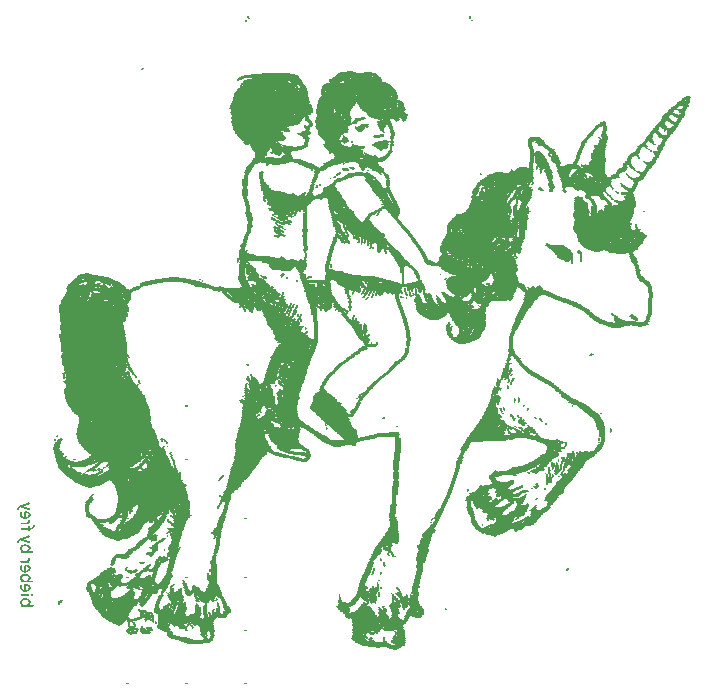
<source format=gbo>
G75*
%MOIN*%
%OFA0B0*%
%FSLAX24Y24*%
%IPPOS*%
%LPD*%
%AMOC8*
5,1,8,0,0,1.08239X$1,22.5*
%
%ADD10R,0.0068X0.0017*%
%ADD11R,0.0051X0.0017*%
%ADD12R,0.0085X0.0017*%
%ADD13R,0.0034X0.0017*%
%ADD14R,0.0119X0.0017*%
%ADD15R,0.0254X0.0017*%
%ADD16R,0.0339X0.0017*%
%ADD17R,0.0423X0.0017*%
%ADD18R,0.0152X0.0017*%
%ADD19R,0.0474X0.0017*%
%ADD20R,0.0102X0.0017*%
%ADD21R,0.0220X0.0017*%
%ADD22R,0.0559X0.0017*%
%ADD23R,0.1134X0.0017*%
%ADD24R,0.1236X0.0017*%
%ADD25R,0.1033X0.0017*%
%ADD26R,0.0305X0.0017*%
%ADD27R,0.1016X0.0017*%
%ADD28R,0.0356X0.0017*%
%ADD29R,0.0372X0.0017*%
%ADD30R,0.0508X0.0017*%
%ADD31R,0.0999X0.0017*%
%ADD32R,0.0406X0.0017*%
%ADD33R,0.0762X0.0017*%
%ADD34R,0.0457X0.0017*%
%ADD35R,0.0863X0.0017*%
%ADD36R,0.0643X0.0017*%
%ADD37R,0.0931X0.0017*%
%ADD38R,0.0491X0.0017*%
%ADD39R,0.0169X0.0017*%
%ADD40R,0.1067X0.0017*%
%ADD41R,0.0440X0.0017*%
%ADD42R,0.0525X0.0017*%
%ADD43R,0.0135X0.0017*%
%ADD44R,0.0542X0.0017*%
%ADD45R,0.0576X0.0017*%
%ADD46R,0.0593X0.0017*%
%ADD47R,0.0609X0.0017*%
%ADD48R,0.0389X0.0017*%
%ADD49R,0.0017X0.0017*%
%ADD50R,0.0271X0.0017*%
%ADD51R,0.0237X0.0017*%
%ADD52R,0.0203X0.0017*%
%ADD53R,0.0186X0.0017*%
%ADD54R,0.0322X0.0017*%
%ADD55R,0.0288X0.0017*%
%ADD56R,0.0660X0.0017*%
%ADD57R,0.0626X0.0017*%
%ADD58R,0.0914X0.0017*%
%ADD59R,0.0694X0.0017*%
%ADD60R,0.1676X0.0017*%
%ADD61R,0.1659X0.0017*%
%ADD62R,0.0677X0.0017*%
%ADD63R,0.1710X0.0017*%
%ADD64R,0.0880X0.0017*%
%ADD65R,0.0830X0.0017*%
%ADD66R,0.0711X0.0017*%
%ADD67R,0.0846X0.0017*%
%ADD68R,0.0745X0.0017*%
%ADD69R,0.0982X0.0017*%
%ADD70R,0.0779X0.0017*%
%ADD71R,0.0796X0.0017*%
%ADD72R,0.1845X0.0017*%
%ADD73R,0.0813X0.0017*%
%ADD74R,0.1270X0.0017*%
%ADD75R,0.0965X0.0017*%
%ADD76R,0.1320X0.0017*%
%ADD77R,0.1117X0.0017*%
%ADD78R,0.1337X0.0017*%
%ADD79R,0.1439X0.0017*%
%ADD80R,0.1253X0.0017*%
%ADD81R,0.1422X0.0017*%
%ADD82R,0.1354X0.0017*%
%ADD83R,0.1050X0.0017*%
%ADD84R,0.0897X0.0017*%
%ADD85R,0.0948X0.0017*%
%ADD86R,0.1100X0.0017*%
%ADD87R,0.1219X0.0017*%
%ADD88R,0.1287X0.0017*%
%ADD89R,0.1304X0.0017*%
%ADD90R,0.1388X0.0017*%
%ADD91R,0.1473X0.0017*%
%ADD92R,0.1490X0.0017*%
%ADD93R,0.1507X0.0017*%
%ADD94R,0.1524X0.0017*%
%ADD95R,0.1541X0.0017*%
%ADD96R,0.0728X0.0017*%
%ADD97R,0.1202X0.0017*%
%ADD98R,0.1913X0.0017*%
%ADD99R,0.1574X0.0017*%
%ADD100R,0.1557X0.0017*%
%ADD101R,0.1151X0.0017*%
%ADD102R,0.1083X0.0017*%
%ADD103R,0.1405X0.0017*%
%ADD104R,0.1727X0.0017*%
%ADD105R,0.1744X0.0017*%
%ADD106R,0.1761X0.0017*%
%ADD107R,0.2065X0.0017*%
%ADD108R,0.1371X0.0017*%
%ADD109R,0.2370X0.0017*%
%ADD110R,0.2353X0.0017*%
%ADD111R,0.2336X0.0017*%
%ADD112R,0.1811X0.0017*%
%ADD113R,0.1794X0.0017*%
%ADD114R,0.1778X0.0017*%
%ADD115R,0.2319X0.0017*%
%ADD116R,0.2302X0.0017*%
%ADD117R,0.2404X0.0017*%
%ADD118R,0.2387X0.0017*%
%ADD119R,0.1168X0.0017*%
%ADD120R,0.1879X0.0017*%
%ADD121R,0.1896X0.0017*%
%ADD122R,0.3657X0.0017*%
%ADD123R,0.3691X0.0017*%
%ADD124R,0.3707X0.0017*%
%ADD125R,0.3741X0.0017*%
%ADD126R,0.3758X0.0017*%
%ADD127R,0.3792X0.0017*%
%ADD128R,0.2743X0.0017*%
%ADD129R,0.2692X0.0017*%
%ADD130R,0.2641X0.0017*%
%ADD131R,0.2624X0.0017*%
%ADD132R,0.2607X0.0017*%
%ADD133R,0.2556X0.0017*%
%ADD134R,0.2438X0.0017*%
%ADD135R,0.1185X0.0017*%
%ADD136R,0.1862X0.0017*%
%ADD137R,0.2252X0.0017*%
%ADD138R,0.2573X0.0017*%
%ADD139R,0.1693X0.0017*%
%ADD140R,0.2048X0.0017*%
%ADD141R,0.2082X0.0017*%
%ADD142R,0.2099X0.0017*%
%ADD143R,0.2133X0.0017*%
%ADD144R,0.2167X0.0017*%
%ADD145R,0.2184X0.0017*%
%ADD146R,0.2590X0.0017*%
%ADD147R,0.2658X0.0017*%
%ADD148R,0.2675X0.0017*%
%ADD149R,0.2269X0.0017*%
%ADD150R,0.2116X0.0017*%
%ADD151R,0.2539X0.0017*%
%ADD152R,0.1642X0.0017*%
%ADD153R,0.2506X0.0017*%
%ADD154R,0.2489X0.0017*%
%ADD155R,0.2472X0.0017*%
%ADD156R,0.2455X0.0017*%
%ADD157R,0.1947X0.0017*%
%ADD158R,0.2421X0.0017*%
%ADD159R,0.2522X0.0017*%
%ADD160R,0.2150X0.0017*%
%ADD161R,0.2235X0.0017*%
%ADD162R,0.2218X0.0017*%
%ADD163R,0.1998X0.0017*%
%ADD164R,0.1964X0.0017*%
%ADD165R,0.2031X0.0017*%
%ADD166R,0.2201X0.0017*%
%ADD167R,0.2285X0.0017*%
%ADD168R,0.1981X0.0017*%
%ADD169R,0.1591X0.0017*%
%ADD170R,0.1625X0.0017*%
%ADD171R,0.1608X0.0017*%
%ADD172R,0.1456X0.0017*%
%ADD173R,0.1828X0.0017*%
%ADD174R,0.2844X0.0017*%
%ADD175R,0.2912X0.0017*%
%ADD176R,0.2015X0.0017*%
%ADD177R,0.1930X0.0017*%
%ADD178R,0.2709X0.0017*%
%ADD179R,0.2726X0.0017*%
%ADD180R,0.2759X0.0017*%
%ADD181R,0.2776X0.0017*%
%ADD182C,0.0000*%
D10*
X001896Y003424D03*
X001947Y003509D03*
X003285Y003712D03*
X003894Y002679D03*
X004216Y002662D03*
X004216Y002798D03*
X004402Y002696D03*
X004402Y002679D03*
X004470Y002510D03*
X004436Y002425D03*
X004165Y002476D03*
X004656Y002612D03*
X004774Y002849D03*
X005011Y002815D03*
X004994Y003035D03*
X004994Y003052D03*
X004554Y003204D03*
X004961Y002510D03*
X005587Y003255D03*
X005604Y003272D03*
X005705Y003221D03*
X005705Y003204D03*
X005689Y003170D03*
X005536Y003407D03*
X005519Y003729D03*
X005926Y003881D03*
X006044Y004135D03*
X006366Y004017D03*
X006433Y003644D03*
X006450Y003627D03*
X006467Y003373D03*
X006755Y003340D03*
X006789Y003424D03*
X007026Y003475D03*
X007195Y003373D03*
X007195Y003357D03*
X007195Y003340D03*
X007195Y003323D03*
X007026Y003187D03*
X007026Y003136D03*
X006907Y003069D03*
X006907Y003052D03*
X006890Y003086D03*
X006890Y003103D03*
X006129Y002747D03*
X006772Y002256D03*
X004436Y004542D03*
X004283Y004423D03*
X004944Y004982D03*
X005248Y004965D03*
X005418Y005591D03*
X005519Y006184D03*
X005638Y006471D03*
X004250Y006421D03*
X003843Y005896D03*
X003809Y005862D03*
X002963Y006979D03*
X002980Y006996D03*
X002997Y007030D03*
X002811Y007809D03*
X002370Y007877D03*
X003217Y007860D03*
X003217Y007843D03*
X003318Y007843D03*
X003386Y007944D03*
X003403Y007961D03*
X005299Y008842D03*
X005316Y008926D03*
X005638Y008283D03*
X005638Y008266D03*
X005689Y008181D03*
X005705Y008131D03*
X005705Y008114D03*
X005722Y008080D03*
X005722Y008063D03*
X005722Y008046D03*
X005722Y008029D03*
X005739Y007995D03*
X005739Y007978D03*
X005739Y007961D03*
X007246Y007555D03*
X007263Y007572D03*
X007229Y006692D03*
X007195Y006641D03*
X007195Y006624D03*
X007127Y005811D03*
X007077Y005642D03*
X010005Y008452D03*
X011732Y008672D03*
X011902Y010314D03*
X012071Y012701D03*
X011766Y012837D03*
X012054Y013649D03*
X012071Y013666D03*
X012088Y013683D03*
X012122Y013768D03*
X012037Y013819D03*
X012037Y013836D03*
X012054Y013853D03*
X012020Y013802D03*
X012020Y013785D03*
X012020Y013768D03*
X012003Y013751D03*
X011868Y013785D03*
X011698Y013802D03*
X012020Y013937D03*
X012122Y013937D03*
X012122Y014090D03*
X012122Y014107D03*
X012088Y014157D03*
X012274Y013802D03*
X012257Y013768D03*
X012240Y013751D03*
X012240Y013734D03*
X012223Y013717D03*
X012223Y013700D03*
X012325Y013649D03*
X012325Y013633D03*
X012308Y013616D03*
X012443Y013717D03*
X012850Y013768D03*
X012985Y013751D03*
X013408Y013836D03*
X013408Y013886D03*
X013527Y013954D03*
X013577Y013734D03*
X013594Y013683D03*
X013798Y013717D03*
X014119Y013582D03*
X014119Y013565D03*
X014221Y013717D03*
X014509Y013599D03*
X014509Y013582D03*
X013967Y013429D03*
X013967Y013412D03*
X013882Y014191D03*
X013865Y014225D03*
X013865Y014242D03*
X012951Y015122D03*
X012917Y015156D03*
X012765Y015139D03*
X012765Y015122D03*
X012545Y015122D03*
X012274Y015325D03*
X012274Y015376D03*
X012088Y015546D03*
X012003Y015579D03*
X011868Y015461D03*
X011343Y015647D03*
X011292Y015833D03*
X011377Y015969D03*
X012494Y016358D03*
X012443Y017543D03*
X012596Y017729D03*
X012139Y017763D03*
X011935Y017949D03*
X011935Y017966D03*
X011665Y017882D03*
X011190Y017729D03*
X011140Y017662D03*
X011055Y017628D03*
X010632Y017966D03*
X010310Y017848D03*
X010564Y017374D03*
X010564Y017357D03*
X010496Y017340D03*
X010479Y017323D03*
X010479Y017306D03*
X009802Y016494D03*
X009752Y016375D03*
X009515Y016189D03*
X009328Y015935D03*
X009396Y015647D03*
X008990Y016257D03*
X009074Y016324D03*
X008736Y016832D03*
X008651Y017814D03*
X009277Y018644D03*
X009193Y018762D03*
X009904Y019490D03*
X010073Y019321D03*
X011394Y018965D03*
X012409Y018339D03*
X012934Y018525D03*
X012951Y018610D03*
X012951Y018627D03*
X012680Y019151D03*
X015981Y017205D03*
X016100Y017188D03*
X016134Y017238D03*
X016879Y017018D03*
X016896Y017035D03*
X017200Y017001D03*
X017133Y016764D03*
X017133Y016747D03*
X017133Y016731D03*
X017116Y016680D03*
X016896Y016358D03*
X016896Y016341D03*
X016896Y016324D03*
X017539Y017425D03*
X017962Y017171D03*
X018284Y017137D03*
X017945Y017814D03*
X017945Y017831D03*
X017827Y017949D03*
X018335Y018153D03*
X018335Y018170D03*
X019316Y018000D03*
X019452Y017628D03*
X019452Y017611D03*
X020146Y017086D03*
X020349Y016866D03*
X020637Y017391D03*
X020891Y017645D03*
X020908Y017628D03*
X021060Y017865D03*
X021162Y017814D03*
X021229Y018254D03*
X021483Y018576D03*
X021466Y018593D03*
X021653Y018762D03*
X021670Y018745D03*
X021754Y018711D03*
X021128Y016020D03*
X021128Y016003D03*
X021128Y015986D03*
X021128Y015969D03*
X021128Y015952D03*
X019283Y015038D03*
X019283Y015021D03*
X019283Y015004D03*
X019283Y014987D03*
X019283Y014970D03*
X019283Y014953D03*
X019283Y014936D03*
X019283Y014919D03*
X019283Y014902D03*
X019283Y014885D03*
X019283Y014868D03*
X019283Y014851D03*
X019283Y014834D03*
X019283Y014818D03*
X019198Y015190D03*
X017691Y013971D03*
X016946Y013565D03*
X016913Y013514D03*
X016371Y014293D03*
X016371Y014310D03*
X015694Y013802D03*
X015457Y013396D03*
X015457Y013379D03*
X015186Y012329D03*
X016659Y010924D03*
X016777Y010941D03*
X016879Y010839D03*
X016879Y010822D03*
X016997Y010856D03*
X016997Y010873D03*
X017014Y010890D03*
X017014Y010907D03*
X016913Y011127D03*
X016879Y011584D03*
X016879Y011601D03*
X016523Y010653D03*
X016523Y010636D03*
X016422Y010348D03*
X016506Y010111D03*
X016506Y010094D03*
X016625Y009857D03*
X016625Y009840D03*
X016709Y009908D03*
X016963Y009688D03*
X017014Y009603D03*
X017031Y009586D03*
X017336Y009434D03*
X017522Y009333D03*
X017133Y009197D03*
X016963Y009214D03*
X018098Y009400D03*
X018115Y009383D03*
X018775Y008757D03*
X019012Y008452D03*
X018826Y008215D03*
X018826Y008198D03*
X019046Y008131D03*
X018775Y007961D03*
X018758Y007741D03*
X018639Y007741D03*
X018335Y007961D03*
X018335Y007978D03*
X018233Y007860D03*
X018233Y007741D03*
X018233Y007724D03*
X018233Y007707D03*
X018148Y007386D03*
X017793Y007386D03*
X017776Y007758D03*
X017539Y007758D03*
X017539Y007775D03*
X017099Y007673D03*
X016439Y007826D03*
X017166Y006827D03*
X017353Y006353D03*
X017488Y006285D03*
X017166Y006251D03*
X017116Y005828D03*
X016303Y006218D03*
X017759Y006658D03*
X017793Y006895D03*
X018487Y008063D03*
X019621Y009874D03*
X020332Y013040D03*
X017082Y015055D03*
X011224Y014479D03*
X010953Y014597D03*
X010953Y014614D03*
X010953Y014631D03*
X010953Y014648D03*
X010158Y014242D03*
X009819Y014174D03*
X009345Y013717D03*
X009328Y013666D03*
X009447Y013260D03*
X009515Y013226D03*
X009481Y013142D03*
X009616Y013226D03*
X009582Y013328D03*
X009684Y013311D03*
X009752Y013209D03*
X009819Y013311D03*
X009819Y013328D03*
X009819Y013345D03*
X009904Y012921D03*
X009955Y012837D03*
X009836Y012837D03*
X009667Y012752D03*
X009633Y012684D03*
X009633Y012668D03*
X010615Y013209D03*
X010090Y015105D03*
X010090Y015122D03*
X010090Y015139D03*
X010090Y015156D03*
X010090Y015173D03*
X008211Y014310D03*
X007957Y014090D03*
X007923Y013412D03*
X007788Y013429D03*
X008059Y013260D03*
X008059Y013243D03*
X008059Y013226D03*
X008076Y013209D03*
X008076Y013192D03*
X008092Y013175D03*
X007246Y013971D03*
X006586Y014208D03*
X004165Y011432D03*
X004165Y011415D03*
X004199Y011330D03*
X004216Y011313D03*
X004182Y011161D03*
X004317Y011127D03*
X004334Y011110D03*
X004368Y011042D03*
X004436Y010992D03*
X004436Y010975D03*
X004436Y010958D03*
X002049Y011025D03*
X002049Y011042D03*
X002049Y011347D03*
X002015Y011483D03*
X003183Y013937D03*
X003217Y014090D03*
X008177Y010958D03*
X008329Y010975D03*
X008126Y010721D03*
X013120Y005422D03*
X012850Y005066D03*
X012850Y005049D03*
X012714Y004762D03*
X012714Y004745D03*
X012731Y004677D03*
X012376Y004542D03*
X012376Y004525D03*
X012359Y004491D03*
X012359Y004474D03*
X012342Y004440D03*
X012511Y004000D03*
X012511Y003983D03*
X012511Y003966D03*
X012629Y003932D03*
X012629Y003915D03*
X012545Y003746D03*
X012545Y003729D03*
X012545Y003712D03*
X012545Y003695D03*
X012545Y003678D03*
X012545Y003661D03*
X012545Y003644D03*
X012409Y003458D03*
X012189Y003458D03*
X012189Y003441D03*
X012189Y003424D03*
X012155Y003492D03*
X012342Y003949D03*
X013019Y003678D03*
X013239Y003797D03*
X013222Y003831D03*
X013222Y003847D03*
X013205Y003864D03*
X013188Y003881D03*
X013154Y003932D03*
X013476Y003678D03*
X013391Y003238D03*
X012748Y003238D03*
X012579Y003238D03*
X012325Y002375D03*
X012714Y002256D03*
X012714Y002239D03*
X012714Y002222D03*
X013103Y002459D03*
X014779Y003221D03*
X014322Y006218D03*
X014339Y006251D03*
X011258Y003610D03*
X011258Y003594D03*
X000762Y004389D03*
X000745Y004457D03*
X000661Y004508D03*
X000661Y004338D03*
X000677Y003847D03*
X000677Y003543D03*
X000661Y005320D03*
X000762Y005371D03*
X000559Y005523D03*
X000864Y005659D03*
X000745Y006234D03*
X000661Y006285D03*
X000559Y006624D03*
X000864Y006759D03*
X007991Y020726D03*
X007991Y020743D03*
X007839Y020861D03*
X008194Y022944D03*
X004656Y021217D03*
X015575Y022960D03*
X015660Y022859D03*
D11*
X015567Y022927D03*
X015584Y022977D03*
X012993Y019575D03*
X012689Y019134D03*
X012655Y019050D03*
X012401Y018931D03*
X012096Y018423D03*
X011944Y017933D03*
X012012Y017831D03*
X012350Y017848D03*
X012604Y017712D03*
X011639Y018779D03*
X011639Y018796D03*
X011775Y019287D03*
X010725Y018711D03*
X010065Y019338D03*
X008981Y018423D03*
X009692Y017069D03*
X010065Y017103D03*
X010471Y017289D03*
X011064Y017611D03*
X011064Y017645D03*
X011487Y018102D03*
X012655Y016714D03*
X012079Y015529D03*
X012079Y015512D03*
X012079Y015495D03*
X012079Y015478D03*
X012079Y015461D03*
X011995Y015461D03*
X011995Y015478D03*
X011995Y015495D03*
X011995Y015512D03*
X011995Y015529D03*
X011995Y015546D03*
X011995Y015562D03*
X011859Y015444D03*
X012164Y015444D03*
X012164Y015461D03*
X012164Y015427D03*
X012164Y015410D03*
X012164Y015393D03*
X012265Y015359D03*
X012265Y015342D03*
X012265Y015275D03*
X012773Y015105D03*
X012773Y015088D03*
X012909Y015173D03*
X012079Y014174D03*
X012130Y014073D03*
X012215Y014123D03*
X012130Y013954D03*
X012164Y013819D03*
X012265Y013785D03*
X012215Y013683D03*
X012333Y013683D03*
X012333Y013666D03*
X012299Y013599D03*
X012435Y013683D03*
X012435Y013700D03*
X012384Y013768D03*
X012384Y013785D03*
X012384Y013802D03*
X012384Y013819D03*
X012045Y013633D03*
X011995Y013734D03*
X011690Y013751D03*
X011690Y013768D03*
X011690Y013785D03*
X011690Y012955D03*
X011690Y012938D03*
X011690Y012921D03*
X011690Y012905D03*
X011690Y012888D03*
X011690Y012871D03*
X011690Y012854D03*
X011775Y012854D03*
X011775Y012871D03*
X011775Y012888D03*
X011859Y012803D03*
X011944Y012668D03*
X012079Y012718D03*
X012215Y012363D03*
X012215Y012346D03*
X012469Y012075D03*
X012469Y012058D03*
X013264Y013599D03*
X013264Y013616D03*
X013264Y013633D03*
X013349Y013599D03*
X013315Y013734D03*
X013400Y013819D03*
X013400Y013903D03*
X013535Y013870D03*
X013535Y013937D03*
X013586Y013717D03*
X013586Y013700D03*
X013603Y013666D03*
X013704Y013700D03*
X013704Y013717D03*
X013789Y013734D03*
X013789Y013751D03*
X013789Y013768D03*
X013789Y013785D03*
X013789Y013802D03*
X013789Y013819D03*
X013874Y014208D03*
X014500Y013616D03*
X014686Y013785D03*
X014805Y013429D03*
X014873Y012752D03*
X014974Y012634D03*
X015584Y013379D03*
X016176Y014090D03*
X016379Y014242D03*
X016379Y014259D03*
X016938Y013548D03*
X016921Y013497D03*
X017564Y013903D03*
X017903Y013988D03*
X017158Y014953D03*
X017073Y015004D03*
X017073Y015021D03*
X017073Y015038D03*
X017209Y015088D03*
X016633Y015546D03*
X017107Y015647D03*
X017107Y015715D03*
X017124Y016697D03*
X017124Y016714D03*
X017209Y017018D03*
X017514Y016612D03*
X017903Y017272D03*
X017547Y017408D03*
X017818Y017916D03*
X017818Y017933D03*
X018258Y018322D03*
X018309Y018271D03*
X019308Y018017D03*
X019443Y018017D03*
X020273Y017323D03*
X020087Y017154D03*
X019968Y016883D03*
X020408Y016849D03*
X021119Y016036D03*
X021323Y015766D03*
X021086Y017848D03*
X021543Y018542D03*
X022474Y019625D03*
X022863Y020320D03*
X020036Y019473D03*
X016989Y017848D03*
X016075Y017323D03*
X018140Y015410D03*
X020324Y013057D03*
X020408Y013006D03*
X021136Y012837D03*
X019613Y011686D03*
X017954Y009519D03*
X017767Y009586D03*
X017514Y009349D03*
X017378Y009519D03*
X017293Y009586D03*
X017293Y009603D03*
X017192Y009637D03*
X017192Y009671D03*
X017040Y009536D03*
X016955Y009705D03*
X016718Y009891D03*
X016633Y009823D03*
X016599Y009908D03*
X016515Y010077D03*
X016328Y010314D03*
X016328Y010331D03*
X016328Y010348D03*
X016328Y010365D03*
X016413Y010365D03*
X016599Y010568D03*
X016413Y010619D03*
X016515Y010873D03*
X016650Y010907D03*
X016769Y010907D03*
X016769Y010924D03*
X016853Y010924D03*
X016853Y010941D03*
X016887Y010856D03*
X016870Y010805D03*
X016989Y010839D03*
X016938Y011025D03*
X016904Y011093D03*
X016904Y011110D03*
X016938Y011229D03*
X016853Y010636D03*
X016853Y010619D03*
X016853Y010602D03*
X017073Y010213D03*
X017073Y010196D03*
X017073Y010179D03*
X017073Y010162D03*
X017514Y009908D03*
X017514Y009891D03*
X017243Y009417D03*
X017310Y009214D03*
X017327Y009197D03*
X017327Y009180D03*
X016904Y009112D03*
X016853Y009180D03*
X016853Y009197D03*
X016853Y009214D03*
X016904Y009299D03*
X018309Y008232D03*
X018326Y008097D03*
X018478Y008080D03*
X018648Y008080D03*
X018648Y008097D03*
X018648Y008114D03*
X018648Y008131D03*
X018699Y007944D03*
X018699Y007927D03*
X018699Y007910D03*
X018699Y007894D03*
X018699Y007877D03*
X018699Y007860D03*
X018699Y007843D03*
X018648Y007775D03*
X018648Y007758D03*
X018597Y007894D03*
X018343Y007927D03*
X018343Y007944D03*
X018225Y007894D03*
X018225Y007877D03*
X018225Y007843D03*
X018225Y007826D03*
X018225Y007775D03*
X018225Y007758D03*
X018343Y007673D03*
X018140Y007640D03*
X018140Y007369D03*
X017801Y007403D03*
X017767Y007233D03*
X017801Y006912D03*
X017767Y006675D03*
X017497Y006725D03*
X017446Y007030D03*
X017158Y006810D03*
X017158Y006793D03*
X017293Y006336D03*
X017158Y006234D03*
X017514Y005997D03*
X016447Y006912D03*
X016108Y006979D03*
X016108Y006996D03*
X015956Y007352D03*
X015499Y007199D03*
X015499Y007183D03*
X015499Y007166D03*
X015804Y006590D03*
X016193Y006421D03*
X016210Y006404D03*
X016295Y006201D03*
X016176Y006184D03*
X016024Y005760D03*
X014314Y006201D03*
X012993Y005083D03*
X012993Y005066D03*
X012993Y005049D03*
X012858Y005033D03*
X012858Y005083D03*
X012604Y004863D03*
X012604Y004846D03*
X012384Y004559D03*
X012333Y004423D03*
X012333Y004406D03*
X012604Y004423D03*
X012604Y004440D03*
X012519Y004034D03*
X012519Y004017D03*
X013010Y003695D03*
X013230Y003814D03*
X013620Y003695D03*
X012689Y003289D03*
X012689Y003272D03*
X012570Y003255D03*
X012299Y003441D03*
X012181Y003475D03*
X011470Y003272D03*
X011470Y003255D03*
X012282Y002273D03*
X012469Y002442D03*
X012723Y002273D03*
X013095Y002341D03*
X018563Y007640D03*
X018834Y008283D03*
X018834Y008300D03*
X019003Y008469D03*
X019257Y008469D03*
X019460Y008486D03*
X018783Y008706D03*
X018783Y008723D03*
X018783Y008740D03*
X018732Y008638D03*
X018495Y008875D03*
X020273Y009146D03*
X020273Y009163D03*
X020273Y009180D03*
X020273Y009197D03*
X018851Y004592D03*
X012689Y009586D03*
X011876Y010281D03*
X010810Y009248D03*
X010810Y009231D03*
X009608Y009248D03*
X008490Y009654D03*
X009252Y010518D03*
X009371Y011364D03*
X009455Y011364D03*
X008270Y011042D03*
X008270Y011025D03*
X008270Y011009D03*
X008135Y010738D03*
X008169Y011347D03*
X008169Y011381D03*
X009675Y012769D03*
X009895Y012769D03*
X009895Y012752D03*
X009895Y012735D03*
X009895Y012786D03*
X009946Y012820D03*
X009946Y012871D03*
X009895Y012888D03*
X009895Y012905D03*
X009929Y012972D03*
X009929Y012989D03*
X009845Y012972D03*
X009591Y013142D03*
X009625Y013209D03*
X009675Y013294D03*
X009709Y013362D03*
X009608Y013396D03*
X009591Y013345D03*
X009455Y013243D03*
X009455Y013074D03*
X009404Y013023D03*
X009540Y013023D03*
X009540Y013040D03*
X009540Y013057D03*
X009540Y013074D03*
X009760Y013226D03*
X009811Y013294D03*
X009286Y013294D03*
X009049Y013379D03*
X009320Y013683D03*
X009337Y013700D03*
X009354Y013768D03*
X009472Y014242D03*
X009320Y014310D03*
X009828Y014157D03*
X009320Y014953D03*
X009235Y015664D03*
X009151Y015749D03*
X009066Y015867D03*
X009066Y015884D03*
X009201Y016020D03*
X009354Y015901D03*
X008981Y016273D03*
X009066Y016443D03*
X008846Y016832D03*
X008846Y016849D03*
X008795Y016917D03*
X008795Y016934D03*
X008710Y016917D03*
X008744Y016815D03*
X009912Y016477D03*
X011284Y016121D03*
X011368Y015986D03*
X011385Y015952D03*
X011470Y015749D03*
X011504Y015698D03*
X011385Y015698D03*
X011385Y015681D03*
X011334Y015664D03*
X011301Y015681D03*
X011301Y015698D03*
X011538Y015427D03*
X010945Y014682D03*
X010945Y014665D03*
X010640Y014039D03*
X010623Y013192D03*
X008304Y013125D03*
X007965Y014073D03*
X008202Y014716D03*
X007830Y014851D03*
X007830Y014868D03*
X007221Y013819D03*
X006577Y014225D03*
X004190Y011635D03*
X004156Y011449D03*
X004427Y011009D03*
X004546Y010822D03*
X004546Y010805D03*
X005426Y008842D03*
X005426Y008825D03*
X005341Y008605D03*
X005595Y008418D03*
X005595Y008401D03*
X005646Y008334D03*
X005680Y008215D03*
X005680Y008198D03*
X005731Y008012D03*
X004901Y008198D03*
X004901Y008215D03*
X005646Y006455D03*
X005697Y006404D03*
X005731Y006234D03*
X005731Y006218D03*
X005731Y006201D03*
X005494Y005744D03*
X005071Y005710D03*
X004986Y005507D03*
X004834Y005117D03*
X005375Y004965D03*
X005511Y004982D03*
X005900Y005270D03*
X004901Y004355D03*
X005511Y003746D03*
X005646Y003407D03*
X005697Y003187D03*
X006069Y003424D03*
X006425Y003661D03*
X006510Y003475D03*
X006764Y003373D03*
X006764Y003357D03*
X007034Y003204D03*
X006916Y003035D03*
X007187Y003390D03*
X007187Y003407D03*
X007136Y003543D03*
X007136Y003560D03*
X006560Y003915D03*
X006036Y004152D03*
X005697Y004034D03*
X004647Y003340D03*
X004766Y002832D03*
X005121Y002764D03*
X005121Y002747D03*
X005731Y002662D03*
X006171Y002662D03*
X006171Y002679D03*
X006171Y002696D03*
X006256Y002696D03*
X006340Y002612D03*
X006408Y002679D03*
X004410Y002662D03*
X004410Y002646D03*
X004343Y002510D03*
X004292Y002392D03*
X004427Y002409D03*
X004207Y002679D03*
X004207Y002696D03*
X004207Y002713D03*
X004207Y002730D03*
X004207Y002747D03*
X004207Y002764D03*
X004207Y002781D03*
X003276Y003695D03*
X003598Y004626D03*
X003632Y004694D03*
X003835Y005879D03*
X003581Y006065D03*
X002954Y006962D03*
X002311Y007894D03*
X002311Y007910D03*
X002277Y007944D03*
X002277Y007961D03*
X002006Y008384D03*
X001939Y008926D03*
X000534Y006607D03*
X000517Y006573D03*
X000500Y006556D03*
X000855Y006438D03*
X000872Y006302D03*
X000855Y006285D03*
X000889Y006184D03*
X000889Y006167D03*
X001008Y005930D03*
X000534Y005507D03*
X000517Y005473D03*
X000500Y005456D03*
X000855Y005320D03*
X000872Y005303D03*
X000838Y005151D03*
X000889Y004897D03*
X000855Y004660D03*
X000872Y004525D03*
X000855Y004508D03*
X000855Y004338D03*
X000872Y004321D03*
X000838Y004169D03*
X000771Y004051D03*
X000872Y004000D03*
X000889Y003966D03*
X000838Y003847D03*
X000652Y003864D03*
X000652Y003526D03*
X000635Y003509D03*
X000872Y003526D03*
X000889Y003492D03*
X000991Y003678D03*
X000991Y003695D03*
X000991Y003712D03*
X001888Y003407D03*
X007051Y005591D03*
X007085Y005659D03*
X007085Y005676D03*
X007136Y005794D03*
X007187Y006607D03*
X007221Y007521D03*
X007238Y007538D03*
X007322Y007640D03*
X002006Y011499D03*
X002667Y014039D03*
X003191Y013954D03*
X003564Y014022D03*
X004664Y021234D03*
X008118Y022825D03*
X008118Y022859D03*
X008202Y022910D03*
X008186Y022960D03*
X008186Y022977D03*
D12*
X008202Y022927D03*
X008118Y022842D03*
X009811Y020624D03*
X009828Y020607D03*
X009912Y019507D03*
X010132Y018779D03*
X009269Y018627D03*
X009252Y018677D03*
X009201Y018356D03*
X008846Y018051D03*
X008829Y018034D03*
X008812Y018017D03*
X008643Y017797D03*
X008727Y016900D03*
X008727Y016883D03*
X008727Y016866D03*
X008727Y016849D03*
X009083Y016307D03*
X009083Y015969D03*
X009201Y015884D03*
X009151Y015766D03*
X009252Y015766D03*
X009337Y015783D03*
X009337Y015799D03*
X009337Y015918D03*
X009371Y016036D03*
X009472Y016087D03*
X009472Y016104D03*
X009540Y016070D03*
X009557Y016053D03*
X009743Y016392D03*
X009912Y016494D03*
X010099Y016460D03*
X010099Y016443D03*
X010048Y017086D03*
X009692Y017052D03*
X010336Y017374D03*
X010352Y017408D03*
X010352Y017425D03*
X010369Y017459D03*
X010319Y017831D03*
X011148Y017679D03*
X011165Y017696D03*
X011927Y017983D03*
X012012Y017865D03*
X012012Y017848D03*
X012435Y017560D03*
X012587Y017746D03*
X012706Y017763D03*
X012723Y017746D03*
X012740Y017729D03*
X012756Y017712D03*
X012841Y017577D03*
X012841Y017560D03*
X012841Y017543D03*
X012841Y017323D03*
X012841Y017306D03*
X012841Y017289D03*
X012638Y016883D03*
X012655Y016866D03*
X012502Y016409D03*
X012502Y016392D03*
X012502Y016375D03*
X012502Y015393D03*
X012282Y015393D03*
X012282Y015309D03*
X012282Y015292D03*
X011876Y015478D03*
X011876Y015495D03*
X011876Y015512D03*
X011876Y015529D03*
X011504Y015681D03*
X011453Y015783D03*
X011453Y015799D03*
X011453Y015816D03*
X011453Y015833D03*
X011453Y015850D03*
X011368Y016003D03*
X011368Y016020D03*
X011267Y016138D03*
X011148Y015749D03*
X011148Y015732D03*
X011284Y015562D03*
X010099Y015088D03*
X010099Y015071D03*
X010099Y015055D03*
X010099Y015038D03*
X010099Y015021D03*
X010099Y015004D03*
X010099Y014987D03*
X010099Y014970D03*
X010099Y014953D03*
X010082Y014936D03*
X010082Y014919D03*
X010082Y014902D03*
X010082Y014885D03*
X010082Y014868D03*
X009963Y014868D03*
X010183Y014259D03*
X010522Y014073D03*
X010522Y014056D03*
X010606Y013226D03*
X010776Y013175D03*
X011487Y013125D03*
X011487Y013108D03*
X011571Y013192D03*
X011571Y013209D03*
X011571Y013226D03*
X011571Y013243D03*
X011571Y013260D03*
X011588Y013345D03*
X011588Y013362D03*
X011588Y013379D03*
X011588Y013396D03*
X011588Y013412D03*
X011571Y013497D03*
X011571Y013514D03*
X011571Y013531D03*
X011571Y013548D03*
X011554Y013582D03*
X011554Y013599D03*
X011554Y013616D03*
X011538Y013649D03*
X011538Y013666D03*
X011521Y013683D03*
X011521Y013700D03*
X011504Y013717D03*
X011504Y013734D03*
X011453Y013903D03*
X011707Y013819D03*
X012079Y013870D03*
X012113Y013734D03*
X012113Y013717D03*
X012096Y013700D03*
X012282Y013819D03*
X012452Y013734D03*
X012587Y013683D03*
X012977Y013768D03*
X013163Y013548D03*
X013180Y013497D03*
X013417Y013853D03*
X013417Y013870D03*
X013332Y014073D03*
X013332Y014090D03*
X013332Y014107D03*
X013332Y014123D03*
X013332Y014140D03*
X013332Y014157D03*
X013332Y014174D03*
X013332Y014191D03*
X013332Y014208D03*
X013332Y014225D03*
X013332Y014242D03*
X013332Y014259D03*
X013332Y014276D03*
X013332Y014293D03*
X013332Y014310D03*
X013332Y014327D03*
X013332Y014344D03*
X013332Y014360D03*
X013332Y014377D03*
X013332Y014394D03*
X013332Y014411D03*
X013332Y014428D03*
X013840Y014327D03*
X013857Y014276D03*
X013857Y014259D03*
X014026Y013903D03*
X014026Y013886D03*
X014043Y013853D03*
X014043Y013836D03*
X014043Y013819D03*
X014043Y013802D03*
X014060Y013785D03*
X014060Y013768D03*
X014060Y013751D03*
X014077Y013717D03*
X014111Y013599D03*
X014128Y013548D03*
X013908Y013768D03*
X013908Y013785D03*
X013467Y012651D03*
X013501Y011990D03*
X013501Y011973D03*
X013501Y011957D03*
X013501Y011940D03*
X013501Y011923D03*
X014822Y012634D03*
X014873Y012718D03*
X014873Y012735D03*
X014957Y012617D03*
X015584Y013362D03*
X015584Y013396D03*
X015127Y013683D03*
X015567Y014614D03*
X015567Y014631D03*
X015567Y014648D03*
X016210Y014039D03*
X016227Y014022D03*
X015262Y015799D03*
X015262Y015816D03*
X015922Y017052D03*
X015922Y017069D03*
X015973Y017171D03*
X015973Y017188D03*
X015990Y017221D03*
X016125Y017221D03*
X016904Y017052D03*
X016921Y017069D03*
X016921Y017086D03*
X017141Y016883D03*
X017141Y016866D03*
X017141Y016849D03*
X017141Y016832D03*
X017141Y016815D03*
X017141Y016798D03*
X017141Y016781D03*
X016904Y016781D03*
X016887Y016764D03*
X016921Y016426D03*
X016921Y016409D03*
X016904Y016392D03*
X016904Y016375D03*
X017666Y017408D03*
X017666Y017425D03*
X017666Y017442D03*
X017666Y017459D03*
X017903Y017255D03*
X018309Y017408D03*
X018715Y017272D03*
X018715Y017255D03*
X018715Y017238D03*
X018715Y017221D03*
X018715Y017205D03*
X018732Y017120D03*
X019596Y017628D03*
X020154Y017069D03*
X020171Y017052D03*
X020188Y017035D03*
X020239Y016984D03*
X020256Y016968D03*
X020273Y016951D03*
X020290Y016934D03*
X020307Y016917D03*
X020307Y016900D03*
X020324Y016883D03*
X020154Y016849D03*
X020138Y016680D03*
X020121Y016663D03*
X020121Y016646D03*
X019664Y016815D03*
X020493Y017120D03*
X020510Y017103D03*
X020662Y017357D03*
X020645Y017374D03*
X021052Y017882D03*
X020933Y018000D03*
X020916Y018017D03*
X021187Y018305D03*
X021170Y018322D03*
X021204Y018288D03*
X021221Y018271D03*
X021458Y018610D03*
X021441Y018627D03*
X021610Y018508D03*
X021610Y018491D03*
X021729Y018728D03*
X020070Y019321D03*
X020070Y019338D03*
X019951Y018864D03*
X018326Y018203D03*
X018326Y018186D03*
X017954Y017882D03*
X017937Y017848D03*
X016989Y017831D03*
X018157Y015393D03*
X018969Y014868D03*
X018969Y014851D03*
X018969Y014834D03*
X018969Y014818D03*
X018969Y014801D03*
X018969Y014784D03*
X018969Y014767D03*
X018969Y014750D03*
X018969Y014733D03*
X019274Y015055D03*
X019257Y015071D03*
X019206Y015173D03*
X021136Y015901D03*
X021136Y015918D03*
X021136Y015935D03*
X021610Y013633D03*
X021610Y013616D03*
X020984Y013023D03*
X021119Y012854D03*
X020425Y012989D03*
X020341Y013023D03*
X019630Y011703D03*
X017734Y009620D03*
X017751Y009603D03*
X017530Y009316D03*
X017530Y009299D03*
X017530Y009282D03*
X017361Y009349D03*
X017293Y009231D03*
X017226Y009434D03*
X017243Y009536D03*
X017361Y009502D03*
X017175Y009654D03*
X017040Y009553D03*
X017006Y009620D03*
X016989Y009637D03*
X016972Y009671D03*
X016616Y009874D03*
X016616Y009891D03*
X016701Y009925D03*
X016515Y010670D03*
X016921Y011144D03*
X016938Y011212D03*
X016836Y011432D03*
X016836Y011449D03*
X016853Y011466D03*
X016853Y011483D03*
X016870Y011516D03*
X016887Y011618D03*
X016887Y011635D03*
X016904Y011652D03*
X017530Y009079D03*
X017801Y009045D03*
X017818Y009028D03*
X018326Y008080D03*
X018495Y008046D03*
X018495Y008029D03*
X018445Y007724D03*
X018631Y007724D03*
X018241Y007690D03*
X018241Y007673D03*
X018241Y007657D03*
X018241Y007640D03*
X018157Y007420D03*
X018157Y007403D03*
X017835Y007335D03*
X017818Y007352D03*
X017801Y007369D03*
X017767Y007250D03*
X017429Y007013D03*
X017412Y006996D03*
X017277Y006776D03*
X017480Y006709D03*
X017361Y006370D03*
X017175Y006285D03*
X017175Y006268D03*
X017751Y006641D03*
X017310Y007335D03*
X017988Y007843D03*
X018936Y008215D03*
X018936Y008232D03*
X019020Y008435D03*
X016481Y006150D03*
X016295Y006234D03*
X016176Y006234D03*
X016176Y006218D03*
X016176Y006201D03*
X015804Y006607D03*
X015956Y007335D03*
X014331Y006234D03*
X012977Y005100D03*
X012723Y004728D03*
X012723Y004711D03*
X012723Y004694D03*
X012367Y004508D03*
X012350Y004457D03*
X012333Y003932D03*
X012232Y003831D03*
X012096Y003864D03*
X012096Y003881D03*
X012096Y003898D03*
X012502Y003949D03*
X012045Y003424D03*
X012587Y003221D03*
X012756Y003221D03*
X012587Y003001D03*
X013027Y003475D03*
X013027Y003492D03*
X013027Y003509D03*
X013027Y003526D03*
X013027Y003661D03*
X013230Y003780D03*
X013180Y003898D03*
X013163Y003915D03*
X013467Y003661D03*
X013383Y003255D03*
X013112Y002442D03*
X013112Y002425D03*
X012723Y002205D03*
X012723Y002188D03*
X012723Y002171D03*
X012519Y001934D03*
X012282Y002256D03*
X012147Y002256D03*
X012147Y002239D03*
X012096Y002375D03*
X012096Y002392D03*
X011233Y003526D03*
X011250Y003543D03*
X011250Y003560D03*
X011250Y003577D03*
X007204Y003306D03*
X007204Y003289D03*
X007204Y003272D03*
X007017Y003170D03*
X007017Y003153D03*
X006747Y003069D03*
X006577Y002883D03*
X006408Y002696D03*
X006239Y002730D03*
X006103Y002561D03*
X006628Y002392D03*
X006645Y002375D03*
X006679Y002341D03*
X006696Y002324D03*
X006764Y002375D03*
X006984Y002392D03*
X006764Y003323D03*
X006476Y003357D03*
X006476Y003610D03*
X006374Y004000D03*
X006052Y004101D03*
X006052Y004118D03*
X005680Y004017D03*
X005663Y004000D03*
X005646Y003983D03*
X005629Y003966D03*
X005629Y003949D03*
X005629Y003932D03*
X005341Y003797D03*
X005341Y003780D03*
X005325Y003763D03*
X005325Y003746D03*
X005308Y003729D03*
X005308Y003712D03*
X005629Y003357D03*
X005629Y003340D03*
X005714Y003238D03*
X005003Y002916D03*
X005003Y002899D03*
X004783Y002866D03*
X004614Y003086D03*
X004630Y003103D03*
X004360Y002781D03*
X004377Y002764D03*
X004377Y002747D03*
X004393Y002730D03*
X004393Y002713D03*
X004326Y002798D03*
X004478Y002527D03*
X004427Y002442D03*
X004190Y002459D03*
X004884Y004338D03*
X005054Y004321D03*
X004901Y004694D03*
X004918Y004711D03*
X004834Y005100D03*
X005494Y005760D03*
X005545Y005811D03*
X005714Y005794D03*
X005595Y006099D03*
X005545Y006150D03*
X005528Y006167D03*
X005629Y006319D03*
X005629Y006336D03*
X005714Y006370D03*
X005714Y006387D03*
X005714Y006251D03*
X007017Y005794D03*
X007034Y005811D03*
X007068Y005625D03*
X007238Y005794D03*
X007085Y005049D03*
X007085Y005033D03*
X007068Y004982D03*
X006848Y004406D03*
X006848Y004389D03*
X006848Y004372D03*
X006848Y004355D03*
X007017Y003492D03*
X004258Y006438D03*
X004258Y006455D03*
X004258Y006471D03*
X004444Y006946D03*
X003598Y006082D03*
X002836Y006471D03*
X002819Y006692D03*
X002954Y006946D03*
X002988Y007013D03*
X002734Y007724D03*
X002836Y007826D03*
X003225Y007910D03*
X003293Y007826D03*
X003479Y007978D03*
X003479Y007995D03*
X002379Y007860D03*
X001939Y008909D03*
X002040Y011059D03*
X002023Y011381D03*
X002023Y011398D03*
X004173Y011398D03*
X004173Y011381D03*
X004207Y011296D03*
X004224Y011262D03*
X004292Y011161D03*
X004309Y011144D03*
X004343Y011093D03*
X004360Y011076D03*
X004360Y011059D03*
X004207Y011025D03*
X004207Y011009D03*
X004173Y011144D03*
X005325Y008909D03*
X005308Y008875D03*
X005308Y008859D03*
X005629Y008317D03*
X005629Y008300D03*
X005697Y008164D03*
X005697Y008147D03*
X005714Y008097D03*
X005748Y007944D03*
X005748Y007927D03*
X007271Y007589D03*
X007288Y007606D03*
X007305Y007623D03*
X007288Y006810D03*
X007288Y006793D03*
X007271Y006776D03*
X007271Y006759D03*
X007254Y006742D03*
X007254Y006725D03*
X007238Y006709D03*
X007221Y006675D03*
X007204Y006658D03*
X009608Y009265D03*
X008829Y009908D03*
X008829Y009925D03*
X008118Y010585D03*
X008118Y010602D03*
X008118Y010619D03*
X008118Y010636D03*
X008118Y010653D03*
X008118Y010670D03*
X008118Y010687D03*
X008118Y010704D03*
X008219Y010839D03*
X008169Y010941D03*
X008338Y010958D03*
X008152Y011364D03*
X009218Y010975D03*
X009218Y010958D03*
X009235Y010992D03*
X009235Y011009D03*
X009218Y010856D03*
X009218Y010839D03*
X009506Y011246D03*
X009455Y011381D03*
X009946Y012583D03*
X009777Y012769D03*
X009963Y012854D03*
X009912Y012938D03*
X009912Y012955D03*
X009709Y013074D03*
X009726Y013108D03*
X009692Y013040D03*
X009675Y013023D03*
X009675Y013006D03*
X009658Y012989D03*
X009489Y012972D03*
X009472Y013108D03*
X009472Y013125D03*
X009608Y013362D03*
X009608Y013379D03*
X009692Y013345D03*
X009692Y013328D03*
X009760Y013192D03*
X009421Y013396D03*
X009337Y013649D03*
X009354Y013734D03*
X009354Y013751D03*
X008998Y013954D03*
X008981Y013937D03*
X009320Y014327D03*
X009472Y014259D03*
X009049Y013362D03*
X008304Y013142D03*
X008338Y013954D03*
X008355Y014022D03*
X008338Y014039D03*
X007915Y014157D03*
X007898Y014174D03*
X007898Y014191D03*
X009167Y015613D03*
X012113Y014140D03*
X012113Y014123D03*
X012977Y015088D03*
X012943Y015139D03*
X012909Y015190D03*
X012756Y015190D03*
X012756Y015207D03*
X012756Y015173D03*
X012756Y015156D03*
X012553Y015139D03*
X012096Y012414D03*
X012096Y012397D03*
X012096Y012380D03*
X012096Y012363D03*
X012096Y012346D03*
X011978Y010399D03*
X011927Y010348D03*
X011910Y010331D03*
X011893Y010297D03*
X011893Y010145D03*
X010166Y008486D03*
X010183Y008452D03*
X007965Y010196D03*
X003005Y013768D03*
X002988Y013785D03*
X002667Y014022D03*
X000855Y006556D03*
X000788Y006471D03*
X000855Y005456D03*
X000788Y004694D03*
X000838Y003543D03*
X001905Y003441D03*
X003598Y004609D03*
X003649Y004711D03*
X012113Y018407D03*
X011690Y018711D03*
X011402Y018762D03*
X011402Y018948D03*
X012147Y019287D03*
X012604Y019541D03*
X012672Y019168D03*
X012943Y019270D03*
X012960Y019236D03*
X012960Y019219D03*
X012977Y019202D03*
X012977Y019185D03*
X012977Y018897D03*
X012977Y018881D03*
X012977Y018864D03*
X012977Y018847D03*
X012977Y018830D03*
X012977Y018745D03*
X012977Y018728D03*
X012960Y018677D03*
X012960Y018660D03*
X012960Y018644D03*
X012943Y018593D03*
X012943Y018576D03*
X012943Y018559D03*
X012943Y018542D03*
X012926Y018508D03*
X012621Y018542D03*
X013163Y019507D03*
X015567Y022944D03*
X018851Y004575D03*
X018834Y004559D03*
X018817Y004542D03*
X018800Y004525D03*
D13*
X017505Y006302D03*
X017116Y006201D03*
X017166Y006759D03*
X017166Y006776D03*
X017454Y007047D03*
X017640Y007250D03*
X017319Y007352D03*
X017556Y007792D03*
X018131Y007724D03*
X018131Y007707D03*
X018131Y007690D03*
X018131Y007673D03*
X018131Y007657D03*
X018216Y007792D03*
X018216Y007809D03*
X018216Y007910D03*
X018216Y007927D03*
X018216Y007944D03*
X018352Y007657D03*
X018352Y007640D03*
X018605Y007910D03*
X018605Y007927D03*
X018605Y007944D03*
X018605Y007961D03*
X018605Y007978D03*
X018605Y007995D03*
X018605Y008012D03*
X018605Y008029D03*
X018639Y008063D03*
X018707Y007961D03*
X018775Y007944D03*
X018690Y007826D03*
X018690Y007809D03*
X018826Y008232D03*
X018826Y008249D03*
X018826Y008266D03*
X018605Y008469D03*
X018741Y008655D03*
X018775Y008689D03*
X019130Y008435D03*
X019875Y008774D03*
X019875Y008791D03*
X019875Y008859D03*
X019875Y008875D03*
X019875Y008892D03*
X019875Y008909D03*
X020265Y009214D03*
X019960Y009739D03*
X019604Y009891D03*
X017996Y009485D03*
X017945Y009536D03*
X017911Y009553D03*
X017911Y009570D03*
X017640Y009265D03*
X017420Y009434D03*
X017420Y009451D03*
X017370Y009333D03*
X017336Y009163D03*
X017082Y009214D03*
X017065Y009231D03*
X017065Y009299D03*
X016896Y009316D03*
X016862Y009231D03*
X016862Y009163D03*
X016896Y009146D03*
X016896Y009129D03*
X016896Y009096D03*
X016896Y009079D03*
X016760Y009180D03*
X016726Y009096D03*
X016726Y009079D03*
X017031Y009519D03*
X017200Y009620D03*
X017285Y009570D03*
X017285Y009553D03*
X017505Y009874D03*
X017387Y010010D03*
X017200Y010145D03*
X017200Y010162D03*
X017200Y010179D03*
X017200Y010196D03*
X017200Y010213D03*
X017200Y010230D03*
X016862Y010585D03*
X016862Y010653D03*
X016946Y010704D03*
X016946Y010721D03*
X016946Y010738D03*
X016946Y010755D03*
X016980Y010822D03*
X016896Y010873D03*
X016862Y010788D03*
X016760Y010890D03*
X016642Y010890D03*
X016625Y010873D03*
X016506Y010890D03*
X016591Y010585D03*
X016591Y010551D03*
X016591Y010534D03*
X016506Y010060D03*
X016506Y010044D03*
X016591Y009925D03*
X016642Y009807D03*
X016676Y009756D03*
X016676Y009739D03*
X016726Y009874D03*
X016946Y009722D03*
X017031Y010924D03*
X016946Y011009D03*
X016980Y011042D03*
X016980Y011059D03*
X016896Y011059D03*
X016896Y011076D03*
X016929Y011398D03*
X016946Y011415D03*
X015897Y013328D03*
X016371Y014276D03*
X017116Y014902D03*
X017116Y014919D03*
X017150Y014936D03*
X017065Y014987D03*
X017116Y015664D03*
X017116Y015681D03*
X017116Y015698D03*
X017539Y017391D03*
X017657Y017391D03*
X017945Y017763D03*
X017945Y017780D03*
X017945Y017797D03*
X018216Y017408D03*
X018741Y017103D03*
X019181Y017188D03*
X019181Y016968D03*
X019587Y017645D03*
X020095Y017137D03*
X020129Y017103D03*
X020315Y017272D03*
X020315Y017289D03*
X020281Y017306D03*
X020349Y017238D03*
X020451Y017154D03*
X020451Y017137D03*
X020518Y017086D03*
X020620Y017408D03*
X020840Y017662D03*
X020840Y017679D03*
X020806Y017712D03*
X021365Y018153D03*
X021534Y018559D03*
X021602Y018525D03*
X022076Y019168D03*
X019926Y018897D03*
X019875Y018931D03*
X019875Y018948D03*
X018301Y018305D03*
X018301Y018288D03*
X018250Y018339D03*
X018216Y018356D03*
X018216Y018373D03*
X018216Y018390D03*
X018216Y018407D03*
X018216Y018423D03*
X017911Y018677D03*
X015931Y017712D03*
X012629Y018525D03*
X012697Y019118D03*
X012714Y019270D03*
X012155Y019270D03*
X011783Y019575D03*
X011394Y018982D03*
X011648Y018813D03*
X011648Y018762D03*
X011681Y018728D03*
X011377Y018068D03*
X011241Y017763D03*
X011241Y017746D03*
X010632Y017983D03*
X010310Y017865D03*
X010463Y017272D03*
X010615Y016883D03*
X009752Y016358D03*
X009565Y016036D03*
X009413Y015884D03*
X009413Y015867D03*
X009159Y015732D03*
X009227Y015647D03*
X009176Y015596D03*
X009159Y016036D03*
X009142Y016053D03*
X009108Y016087D03*
X009108Y016104D03*
X009024Y016358D03*
X009024Y016375D03*
X008922Y016510D03*
X008753Y016798D03*
X008719Y016934D03*
X008482Y018085D03*
X009379Y018694D03*
X010733Y018728D03*
X010903Y018423D03*
X010903Y018407D03*
X012172Y017848D03*
X012545Y016460D03*
X012172Y015478D03*
X012088Y015444D03*
X012003Y015444D03*
X012172Y015376D03*
X012172Y015359D03*
X012257Y015258D03*
X012342Y015258D03*
X012342Y015275D03*
X011698Y015698D03*
X011427Y015444D03*
X010937Y014716D03*
X010937Y014699D03*
X010649Y014056D03*
X010767Y013159D03*
X011123Y013209D03*
X011698Y013006D03*
X011698Y012989D03*
X011698Y012972D03*
X011783Y012905D03*
X011952Y012718D03*
X011952Y012701D03*
X011952Y012684D03*
X012206Y012329D03*
X012477Y012109D03*
X012477Y012092D03*
X012122Y013548D03*
X012139Y013565D03*
X012155Y013582D03*
X012172Y013599D03*
X012037Y013616D03*
X012139Y013785D03*
X012342Y013700D03*
X012172Y014039D03*
X012172Y014056D03*
X011868Y013768D03*
X011681Y013734D03*
X012850Y013751D03*
X013002Y013734D03*
X013307Y013751D03*
X013307Y013768D03*
X013408Y013802D03*
X013442Y013785D03*
X013442Y013768D03*
X013442Y013751D03*
X013442Y013734D03*
X013442Y013717D03*
X013476Y013700D03*
X013476Y013683D03*
X013577Y013751D03*
X013577Y013768D03*
X013577Y013785D03*
X013527Y013853D03*
X013662Y013853D03*
X013662Y013870D03*
X013662Y013836D03*
X013662Y013819D03*
X013696Y013734D03*
X013696Y013683D03*
X013611Y013649D03*
X013781Y013836D03*
X013781Y013853D03*
X013781Y013870D03*
X014221Y013734D03*
X014492Y013649D03*
X014492Y013633D03*
X014763Y014208D03*
X014763Y014225D03*
X014796Y014242D03*
X014796Y014259D03*
X014881Y012769D03*
X017505Y013954D03*
X017522Y013937D03*
X020315Y013074D03*
X020976Y013040D03*
X021111Y016053D03*
X021365Y016494D03*
X019960Y016527D03*
X015592Y022994D03*
X007957Y020675D03*
X004656Y021200D03*
X008143Y015173D03*
X008329Y015055D03*
X008228Y014733D03*
X007839Y014818D03*
X007839Y014834D03*
X007839Y014885D03*
X007839Y014902D03*
X008617Y014344D03*
X008634Y014327D03*
X008329Y014056D03*
X008990Y013971D03*
X009362Y014411D03*
X009481Y014276D03*
X009650Y014885D03*
X009955Y014885D03*
X009718Y013379D03*
X009768Y013243D03*
X009616Y013192D03*
X009582Y013159D03*
X009582Y013125D03*
X009582Y013108D03*
X009498Y013159D03*
X009498Y013175D03*
X009498Y013192D03*
X009498Y013209D03*
X009413Y013040D03*
X009498Y012989D03*
X009752Y012888D03*
X009853Y012854D03*
X009938Y012803D03*
X009887Y012718D03*
X009853Y012701D03*
X010107Y012583D03*
X010107Y012566D03*
X010158Y012464D03*
X010141Y012447D03*
X010124Y012431D03*
X010107Y012414D03*
X009938Y013006D03*
X009938Y013023D03*
X009938Y013040D03*
X009853Y013040D03*
X009853Y013023D03*
X009853Y013006D03*
X009853Y012989D03*
X009074Y012380D03*
X009193Y012109D03*
X008092Y013159D03*
X007923Y013294D03*
X008279Y011059D03*
X008177Y010975D03*
X008143Y010755D03*
X008008Y010314D03*
X008533Y009705D03*
X008533Y009688D03*
X008499Y009671D03*
X008617Y009790D03*
X009244Y010534D03*
X009108Y010670D03*
X010767Y009349D03*
X011817Y010230D03*
X011868Y010264D03*
X012003Y010416D03*
X012697Y009620D03*
X012697Y009603D03*
X012697Y009570D03*
X013137Y009316D03*
X013137Y009299D03*
X014272Y006116D03*
X014272Y006099D03*
X013137Y005405D03*
X013002Y005033D03*
X013002Y005016D03*
X013002Y004999D03*
X013002Y004982D03*
X013002Y004965D03*
X013087Y004965D03*
X013087Y004982D03*
X012866Y005016D03*
X012866Y005100D03*
X012697Y005219D03*
X012697Y005236D03*
X012613Y004880D03*
X012392Y004575D03*
X012325Y004389D03*
X012613Y004406D03*
X012562Y004186D03*
X012511Y004051D03*
X012342Y003966D03*
X012122Y003966D03*
X012545Y003763D03*
X012629Y003898D03*
X013002Y003712D03*
X013476Y003695D03*
X013391Y003221D03*
X013848Y002933D03*
X013087Y002476D03*
X012562Y002476D03*
X012477Y002425D03*
X012562Y003272D03*
X012697Y003255D03*
X012697Y003306D03*
X012426Y003441D03*
X012037Y003441D03*
X011563Y002916D03*
X011258Y003627D03*
X014779Y003204D03*
X016405Y005659D03*
X016371Y006201D03*
X016489Y006962D03*
X017776Y006692D03*
X018081Y007199D03*
X018081Y007216D03*
X018081Y007233D03*
X018081Y007250D03*
X007348Y007673D03*
X007331Y007657D03*
X007212Y007504D03*
X007263Y006996D03*
X007263Y006979D03*
X007178Y006590D03*
X007043Y005574D03*
X005689Y006421D03*
X005519Y006201D03*
X005502Y004965D03*
X004944Y004965D03*
X004927Y004728D03*
X004148Y004626D03*
X004148Y004609D03*
X004114Y004592D03*
X004114Y004575D03*
X004114Y004559D03*
X004114Y004542D03*
X004114Y004525D03*
X003708Y004372D03*
X003911Y003983D03*
X004639Y003323D03*
X005147Y003069D03*
X005113Y002781D03*
X005028Y002798D03*
X005164Y002662D03*
X005164Y002646D03*
X004656Y002629D03*
X006112Y002544D03*
X006163Y002646D03*
X006129Y002730D03*
X006298Y002662D03*
X006298Y002646D03*
X006637Y002409D03*
X006823Y002341D03*
X007297Y002933D03*
X007043Y003221D03*
X007178Y003424D03*
X007127Y003526D03*
X006467Y003390D03*
X006078Y003441D03*
X005942Y003898D03*
X006027Y004169D03*
X002997Y007047D03*
X002726Y007741D03*
X002404Y008215D03*
X002100Y008300D03*
X002083Y008283D03*
X001998Y008401D03*
X001744Y008859D03*
X001744Y008875D03*
X001829Y008994D03*
X003318Y007877D03*
X003318Y007860D03*
X004639Y007894D03*
X004639Y007910D03*
X005350Y008621D03*
X005384Y008655D03*
X005468Y008740D03*
X005468Y008757D03*
X005468Y008774D03*
X005468Y008791D03*
X005435Y008808D03*
X005418Y008859D03*
X005299Y008825D03*
X005604Y008435D03*
X005604Y008384D03*
X005638Y008351D03*
X005638Y008249D03*
X005909Y007775D03*
X004503Y010704D03*
X004554Y010788D03*
X004588Y010755D03*
X004554Y010839D03*
X004419Y011025D03*
X004199Y011618D03*
X002049Y011009D03*
X002049Y010992D03*
X002049Y010975D03*
X002049Y010958D03*
X002049Y010941D03*
X002049Y010924D03*
X003606Y013937D03*
X003369Y014056D03*
X000881Y006539D03*
X000881Y006421D03*
X000881Y006404D03*
X000898Y006387D03*
X000898Y006370D03*
X000898Y006353D03*
X000881Y006319D03*
X000762Y006319D03*
X000762Y006302D03*
X000762Y006285D03*
X000762Y006336D03*
X000762Y006353D03*
X000762Y006370D03*
X000762Y006387D03*
X000762Y006404D03*
X000762Y006421D03*
X000762Y006438D03*
X000627Y006438D03*
X000627Y006421D03*
X000627Y006404D03*
X000627Y006387D03*
X000627Y006370D03*
X000627Y006353D03*
X000627Y006336D03*
X000627Y006319D03*
X000644Y006302D03*
X000830Y006099D03*
X000864Y006116D03*
X000881Y006133D03*
X000881Y006150D03*
X000881Y005981D03*
X000881Y005964D03*
X000881Y005947D03*
X000881Y005930D03*
X000881Y005862D03*
X000881Y005845D03*
X001016Y005947D03*
X001033Y005964D03*
X001033Y005981D03*
X001033Y005997D03*
X000881Y005439D03*
X000881Y005286D03*
X000898Y005270D03*
X000898Y005253D03*
X000898Y005236D03*
X000881Y005202D03*
X000677Y005151D03*
X000644Y005185D03*
X000627Y005202D03*
X000627Y005219D03*
X000627Y005236D03*
X000627Y005253D03*
X000627Y005270D03*
X000627Y005286D03*
X000644Y005303D03*
X000525Y005490D03*
X000881Y004880D03*
X000881Y004863D03*
X000864Y004846D03*
X000847Y004829D03*
X000881Y004643D03*
X000881Y004626D03*
X000898Y004609D03*
X000898Y004592D03*
X000898Y004575D03*
X000881Y004542D03*
X000762Y004542D03*
X000762Y004559D03*
X000762Y004575D03*
X000762Y004592D03*
X000762Y004609D03*
X000762Y004626D03*
X000762Y004643D03*
X000762Y004660D03*
X000627Y004660D03*
X000627Y004643D03*
X000627Y004626D03*
X000627Y004609D03*
X000627Y004592D03*
X000627Y004575D03*
X000627Y004559D03*
X000627Y004542D03*
X000644Y004525D03*
X000762Y004525D03*
X000762Y004508D03*
X000644Y004321D03*
X000627Y004305D03*
X000627Y004288D03*
X000627Y004271D03*
X000627Y004254D03*
X000627Y004237D03*
X000627Y004220D03*
X000644Y004203D03*
X000677Y004169D03*
X000627Y004017D03*
X000627Y004000D03*
X000627Y003983D03*
X000627Y003966D03*
X000627Y003949D03*
X000627Y003932D03*
X000627Y003915D03*
X000627Y003898D03*
X000644Y003881D03*
X000762Y003881D03*
X000762Y003864D03*
X000762Y003847D03*
X000762Y003898D03*
X000762Y003915D03*
X000762Y003932D03*
X000762Y003949D03*
X000762Y003966D03*
X000762Y003983D03*
X000762Y004000D03*
X000881Y003983D03*
X000898Y003949D03*
X000898Y003932D03*
X000898Y003915D03*
X000881Y003898D03*
X000881Y003881D03*
X000864Y003864D03*
X000881Y004220D03*
X000898Y004254D03*
X000898Y004271D03*
X000898Y004288D03*
X000881Y004305D03*
X000881Y003509D03*
X000898Y003475D03*
X000898Y003458D03*
X000898Y003441D03*
X000881Y003407D03*
X000864Y003390D03*
X000847Y003373D03*
X000661Y003373D03*
X000644Y003390D03*
X000627Y003407D03*
X000627Y003424D03*
X000627Y003441D03*
X000627Y003458D03*
X000627Y003475D03*
X000627Y003492D03*
X001879Y003390D03*
X001964Y003526D03*
X000525Y006590D03*
D14*
X000754Y006709D03*
X000804Y006725D03*
X000788Y006590D03*
X000838Y006573D03*
X000804Y006455D03*
X000804Y005625D03*
X000754Y005608D03*
X000788Y005490D03*
X000838Y005473D03*
X000804Y004677D03*
X000754Y003814D03*
X001922Y003492D03*
X003191Y003932D03*
X003919Y004372D03*
X003665Y004745D03*
X003665Y004762D03*
X003682Y004779D03*
X003682Y004796D03*
X003682Y004812D03*
X003699Y004846D03*
X003699Y004863D03*
X003716Y004880D03*
X003801Y005845D03*
X003615Y006099D03*
X002853Y006421D03*
X002819Y006539D03*
X002819Y006556D03*
X002836Y006725D03*
X002954Y006929D03*
X003242Y007775D03*
X003225Y007894D03*
X003141Y008012D03*
X003158Y008029D03*
X003175Y008046D03*
X003090Y007978D03*
X003073Y007961D03*
X001905Y008859D03*
X004309Y006996D03*
X004309Y006895D03*
X004952Y006133D03*
X005358Y005557D03*
X005189Y005439D03*
X005104Y005286D03*
X004952Y005286D03*
X005138Y004779D03*
X005071Y004423D03*
X005071Y004406D03*
X005071Y004389D03*
X005037Y004288D03*
X004867Y004321D03*
X004597Y004440D03*
X004732Y003915D03*
X004698Y003780D03*
X004884Y003661D03*
X004851Y003610D03*
X005155Y003390D03*
X005257Y003627D03*
X005257Y003644D03*
X005274Y003661D03*
X005375Y003864D03*
X005646Y003864D03*
X005646Y003847D03*
X005646Y003881D03*
X005917Y003847D03*
X006103Y003949D03*
X006103Y003966D03*
X006103Y003983D03*
X006086Y004017D03*
X006086Y004034D03*
X006374Y003983D03*
X006493Y003509D03*
X006510Y003492D03*
X006476Y003340D03*
X006747Y003255D03*
X006747Y003238D03*
X006747Y003221D03*
X006747Y003204D03*
X006730Y003187D03*
X006730Y003170D03*
X006730Y003153D03*
X006730Y003136D03*
X006730Y003120D03*
X006730Y003103D03*
X006780Y003001D03*
X006780Y002984D03*
X006543Y003035D03*
X006543Y003052D03*
X006086Y002578D03*
X006747Y002290D03*
X006967Y002273D03*
X007001Y002341D03*
X007001Y002358D03*
X006984Y002442D03*
X007187Y003170D03*
X007187Y003187D03*
X007356Y003509D03*
X007339Y003543D03*
X007339Y003560D03*
X007322Y003577D03*
X007001Y003526D03*
X006984Y003543D03*
X005748Y003340D03*
X005714Y003272D03*
X004986Y002849D03*
X004630Y003069D03*
X004664Y002578D03*
X004275Y002409D03*
X004292Y003847D03*
X007034Y004846D03*
X007034Y004863D03*
X007051Y004880D03*
X007051Y004897D03*
X007051Y004914D03*
X007119Y005151D03*
X007136Y005219D03*
X007136Y005236D03*
X007136Y005253D03*
X007153Y005286D03*
X007153Y005303D03*
X007153Y005320D03*
X007153Y005337D03*
X007170Y005354D03*
X007170Y005371D03*
X007170Y005388D03*
X007170Y005405D03*
X007170Y005422D03*
X007170Y005439D03*
X007187Y005473D03*
X007187Y005490D03*
X007187Y005507D03*
X007187Y005523D03*
X007187Y005574D03*
X007204Y005625D03*
X007204Y005642D03*
X007204Y005676D03*
X007001Y005760D03*
X007356Y006370D03*
X007373Y006387D03*
X007373Y006404D03*
X007441Y006607D03*
X007458Y006658D03*
X007458Y006675D03*
X007458Y006692D03*
X007475Y006709D03*
X007475Y006725D03*
X007475Y006742D03*
X007475Y006759D03*
X009862Y008452D03*
X010149Y008503D03*
X009201Y009434D03*
X009235Y010314D03*
X009235Y010331D03*
X009286Y010704D03*
X009252Y010738D03*
X008880Y010653D03*
X008880Y010636D03*
X008287Y010636D03*
X008135Y010551D03*
X008186Y010890D03*
X008169Y010907D03*
X008355Y010941D03*
X009438Y011415D03*
X010454Y012735D03*
X010437Y012803D03*
X010606Y013243D03*
X011013Y013565D03*
X011030Y013548D03*
X011487Y013785D03*
X011470Y013819D03*
X011470Y013836D03*
X011470Y013853D03*
X011470Y013870D03*
X011859Y013819D03*
X012028Y013988D03*
X012028Y014005D03*
X012232Y013937D03*
X012604Y013717D03*
X012841Y013785D03*
X012977Y013785D03*
X013146Y013616D03*
X013146Y013599D03*
X013247Y013311D03*
X013264Y013277D03*
X013264Y013260D03*
X013281Y013243D03*
X013281Y013226D03*
X013298Y013192D03*
X013315Y013142D03*
X013332Y013091D03*
X013349Y013040D03*
X013366Y012989D03*
X013383Y012955D03*
X013383Y012938D03*
X013383Y012921D03*
X013400Y012905D03*
X013400Y012888D03*
X013400Y012871D03*
X013417Y012854D03*
X013417Y012837D03*
X013417Y012820D03*
X013434Y012769D03*
X013501Y012515D03*
X013501Y012498D03*
X013501Y012481D03*
X013518Y012447D03*
X013518Y012431D03*
X013518Y012414D03*
X013518Y012397D03*
X013518Y012075D03*
X013518Y012058D03*
X013518Y012041D03*
X013484Y011838D03*
X013484Y011821D03*
X013484Y011804D03*
X013467Y011787D03*
X013467Y011770D03*
X013451Y011753D03*
X013434Y011703D03*
X013417Y011669D03*
X013400Y011652D03*
X013061Y011330D03*
X013044Y011313D03*
X013027Y011296D03*
X013010Y011279D03*
X012993Y011262D03*
X012977Y011246D03*
X012960Y011229D03*
X012943Y011212D03*
X012028Y010314D03*
X012012Y010297D03*
X011995Y010281D03*
X011978Y010264D03*
X011944Y010230D03*
X011944Y010213D03*
X011859Y010077D03*
X011859Y010060D03*
X011842Y010044D03*
X011842Y010027D03*
X011673Y009756D03*
X011673Y009739D03*
X011961Y010382D03*
X011114Y011229D03*
X011131Y011246D03*
X011148Y011262D03*
X011165Y011279D03*
X011182Y011296D03*
X011097Y011212D03*
X011080Y011195D03*
X010928Y011042D03*
X010911Y011025D03*
X010894Y011009D03*
X010877Y010992D03*
X010860Y010975D03*
X010843Y010958D03*
X010827Y010924D03*
X010810Y010907D03*
X010793Y010873D03*
X010759Y010822D03*
X010742Y010805D03*
X010742Y010788D03*
X010725Y010771D03*
X010725Y010755D03*
X010674Y010670D03*
X010657Y010653D03*
X010640Y010602D03*
X010640Y010585D03*
X012096Y012431D03*
X012079Y012583D03*
X012079Y012600D03*
X012079Y012617D03*
X012079Y012634D03*
X012079Y012651D03*
X011487Y012921D03*
X011470Y012938D03*
X011385Y013023D03*
X011351Y013108D03*
X011470Y013142D03*
X010522Y013937D03*
X010810Y014547D03*
X010810Y014564D03*
X010810Y014581D03*
X010810Y014597D03*
X010843Y014750D03*
X010860Y014801D03*
X010860Y014818D03*
X010877Y014868D03*
X010877Y014885D03*
X010877Y014902D03*
X010877Y014919D03*
X010894Y014953D03*
X010894Y014970D03*
X010911Y015038D03*
X010996Y015325D03*
X011013Y015376D03*
X011030Y015410D03*
X011030Y015427D03*
X011047Y015461D03*
X011047Y015478D03*
X011064Y015495D03*
X011064Y015512D03*
X011080Y015546D03*
X011080Y015562D03*
X011301Y015546D03*
X011351Y015478D03*
X011351Y015461D03*
X012147Y016240D03*
X012164Y016257D03*
X012401Y016460D03*
X013112Y016257D03*
X013129Y016240D03*
X013146Y016223D03*
X013163Y016206D03*
X013180Y016172D03*
X013197Y016155D03*
X013214Y016138D03*
X013434Y015867D03*
X013451Y015850D03*
X013467Y015833D03*
X013484Y015816D03*
X013501Y015799D03*
X013501Y015783D03*
X013518Y015766D03*
X013535Y015749D03*
X013552Y015732D03*
X013569Y015715D03*
X013569Y015698D03*
X013586Y015681D03*
X013603Y015664D03*
X013620Y015647D03*
X013637Y015613D03*
X013654Y015596D03*
X013671Y015579D03*
X013688Y015546D03*
X013704Y015529D03*
X013721Y015495D03*
X013738Y015478D03*
X013755Y015461D03*
X013789Y015410D03*
X013840Y015342D03*
X014043Y015021D03*
X014060Y014987D03*
X014077Y014970D03*
X014077Y014953D03*
X014094Y014919D03*
X013721Y014530D03*
X013704Y014547D03*
X013688Y014564D03*
X013671Y014581D03*
X013654Y014597D03*
X013603Y014631D03*
X013738Y014513D03*
X013755Y014496D03*
X013772Y014462D03*
X013789Y014445D03*
X013789Y014428D03*
X013806Y014411D03*
X013925Y014174D03*
X013925Y014157D03*
X013891Y013920D03*
X013823Y013683D03*
X014111Y013649D03*
X014145Y013531D03*
X014145Y013514D03*
X014263Y013582D03*
X014263Y013599D03*
X014263Y013616D03*
X014246Y013649D03*
X014229Y013683D03*
X014534Y013531D03*
X014534Y013514D03*
X014551Y013497D03*
X014839Y013514D03*
X014856Y013480D03*
X014703Y013751D03*
X015127Y013700D03*
X015973Y014022D03*
X016007Y014005D03*
X015245Y014851D03*
X016819Y015546D03*
X017277Y016036D03*
X017412Y016087D03*
X017412Y016104D03*
X017073Y016561D03*
X017073Y016578D03*
X017073Y016595D03*
X017073Y016612D03*
X017073Y016629D03*
X017090Y016646D03*
X016921Y016527D03*
X016921Y016510D03*
X016921Y016494D03*
X016921Y016477D03*
X016921Y016460D03*
X016853Y016663D03*
X016853Y016680D03*
X017090Y017018D03*
X017903Y017238D03*
X017920Y017221D03*
X017615Y018068D03*
X017649Y018440D03*
X017852Y018474D03*
X017564Y018728D03*
X017564Y018745D03*
X017564Y018762D03*
X019190Y018356D03*
X019190Y018339D03*
X019190Y018322D03*
X019173Y018288D03*
X019206Y018390D03*
X019206Y018407D03*
X019223Y018423D03*
X019223Y018440D03*
X020036Y018542D03*
X020036Y018559D03*
X020053Y019118D03*
X020053Y019134D03*
X020070Y019168D03*
X020087Y019253D03*
X020087Y019270D03*
X020036Y019456D03*
X021407Y018762D03*
X021424Y018779D03*
X021441Y018796D03*
X021458Y018813D03*
X021814Y019287D03*
X022541Y019507D03*
X022558Y019541D03*
X022677Y019727D03*
X022677Y019744D03*
X022677Y019761D03*
X022762Y019947D03*
X022829Y020133D03*
X022846Y020150D03*
X022846Y020167D03*
X022846Y020184D03*
X022846Y020303D03*
X022491Y019981D03*
X020899Y018034D03*
X021119Y017475D03*
X021119Y017459D03*
X021119Y017442D03*
X021119Y017425D03*
X021102Y017408D03*
X021102Y017391D03*
X021086Y017357D03*
X020730Y017289D03*
X020442Y016832D03*
X020239Y016697D03*
X020239Y016663D03*
X020188Y016798D03*
X020171Y016815D03*
X020121Y016866D03*
X019731Y016680D03*
X019731Y016663D03*
X019630Y016866D03*
X019613Y016883D03*
X019596Y016900D03*
X019494Y017001D03*
X019173Y016951D03*
X018732Y017137D03*
X018732Y017154D03*
X019206Y015156D03*
X019223Y015122D03*
X017683Y013954D03*
X017463Y013209D03*
X017446Y013192D03*
X016989Y012397D03*
X016972Y012363D03*
X016972Y012346D03*
X016972Y012329D03*
X016955Y012312D03*
X016955Y012295D03*
X016955Y012278D03*
X016955Y012261D03*
X016938Y012227D03*
X016938Y012210D03*
X016938Y012194D03*
X016938Y012177D03*
X016938Y012160D03*
X016938Y012143D03*
X016938Y012126D03*
X016938Y012109D03*
X016938Y012092D03*
X016938Y012075D03*
X016938Y012058D03*
X017073Y011669D03*
X016938Y011195D03*
X016938Y011178D03*
X016549Y010856D03*
X016515Y010687D03*
X017243Y009502D03*
X017361Y009366D03*
X017446Y009163D03*
X017158Y009180D03*
X017886Y008943D03*
X018343Y008046D03*
X018462Y007758D03*
X018682Y008266D03*
X019071Y008266D03*
X019274Y008452D03*
X019460Y008469D03*
X017767Y007775D03*
X017767Y007267D03*
X017395Y006979D03*
X017327Y006861D03*
X017327Y006844D03*
X017293Y006810D03*
X017243Y006742D03*
X017226Y006725D03*
X016989Y006759D03*
X016904Y006742D03*
X017480Y006692D03*
X017734Y006607D03*
X017310Y006167D03*
X016312Y006251D03*
X016210Y006319D03*
X016125Y005930D03*
X016413Y005676D03*
X016108Y007013D03*
X016989Y007521D03*
X017073Y007690D03*
X017293Y007318D03*
X013451Y003627D03*
X013044Y003627D03*
X012452Y002476D03*
X012316Y002392D03*
X012282Y002188D03*
X012740Y002121D03*
X013078Y001884D03*
X011250Y003492D03*
X013044Y006827D03*
X013044Y006844D03*
X013044Y006861D03*
X013044Y006878D03*
X013044Y006895D03*
X013044Y006912D03*
X013044Y006929D03*
X013044Y006946D03*
X013044Y006962D03*
X015567Y012447D03*
X014839Y012617D03*
X013315Y014564D03*
X013315Y014581D03*
X013315Y014597D03*
X012926Y015342D03*
X012299Y015427D03*
X013112Y016697D03*
X013112Y016714D03*
X013078Y016764D03*
X013078Y016781D03*
X013061Y016815D03*
X013027Y016866D03*
X013027Y016883D03*
X013010Y016900D03*
X013010Y016917D03*
X012993Y016934D03*
X012993Y016951D03*
X012977Y016984D03*
X012960Y017001D03*
X012960Y017018D03*
X012943Y017035D03*
X012926Y017069D03*
X012553Y017374D03*
X012807Y017628D03*
X012807Y017645D03*
X012790Y017679D03*
X012773Y017696D03*
X012824Y017611D03*
X012858Y018390D03*
X012875Y018407D03*
X012892Y018423D03*
X012993Y018982D03*
X012993Y019118D03*
X012993Y019134D03*
X012926Y019321D03*
X012909Y019355D03*
X012909Y019371D03*
X012909Y019388D03*
X012638Y019236D03*
X012621Y019253D03*
X012621Y019270D03*
X012655Y019033D03*
X012587Y019558D03*
X013366Y019524D03*
X011791Y019507D03*
X011741Y019473D03*
X011724Y019439D03*
X011724Y019422D03*
X011402Y018931D03*
X011487Y018119D03*
X011639Y017949D03*
X012012Y017899D03*
X011064Y017442D03*
X010437Y017628D03*
X010437Y017645D03*
X010454Y017679D03*
X010420Y017611D03*
X010420Y017594D03*
X010403Y017560D03*
X009523Y016544D03*
X009574Y016121D03*
X009286Y016087D03*
X009252Y015986D03*
X009252Y015850D03*
X009151Y015783D03*
X009117Y015647D03*
X009151Y015630D03*
X009303Y014936D03*
X009472Y014496D03*
X009320Y014344D03*
X008744Y014242D03*
X008287Y014174D03*
X008338Y013937D03*
X007390Y013785D03*
X008084Y015495D03*
X008101Y015546D03*
X008236Y016070D03*
X008236Y016087D03*
X008253Y016104D03*
X008253Y016121D03*
X008186Y016561D03*
X008169Y016646D03*
X008169Y016663D03*
X008101Y016883D03*
X008643Y017543D03*
X008626Y017577D03*
X008626Y017594D03*
X008626Y017611D03*
X008626Y017628D03*
X008626Y017645D03*
X008626Y017662D03*
X008626Y017679D03*
X008626Y017763D03*
X009388Y018491D03*
X009388Y018508D03*
X010115Y018728D03*
X010115Y018745D03*
X010149Y018830D03*
X010149Y018847D03*
X010166Y019236D03*
X010285Y019388D03*
X010268Y019422D03*
X010234Y019473D03*
X010149Y019592D03*
X010149Y019609D03*
X009912Y019524D03*
X009760Y020675D03*
X009760Y020692D03*
X008135Y018711D03*
X010082Y016172D03*
X010082Y016155D03*
X010082Y016138D03*
X010082Y016121D03*
X010082Y016104D03*
X010082Y016087D03*
X010082Y016070D03*
X010082Y016053D03*
X010082Y016036D03*
X010065Y015630D03*
X010065Y015613D03*
X010065Y015596D03*
X010065Y015579D03*
X010065Y015562D03*
X010065Y015546D03*
X010065Y015529D03*
X010065Y015512D03*
X010065Y015495D03*
X010082Y015461D03*
X010082Y015444D03*
X010082Y015427D03*
X010082Y015410D03*
X010082Y015393D03*
X010082Y015376D03*
X010099Y015325D03*
X010099Y015309D03*
X010099Y015241D03*
X010099Y015224D03*
X010996Y016443D03*
X010996Y016460D03*
X010979Y016477D03*
X010979Y016494D03*
X009760Y013175D03*
X009760Y013159D03*
X004783Y008215D03*
X004698Y008334D03*
X004241Y011229D03*
X004224Y013734D03*
X004072Y013751D03*
X015956Y017120D03*
X020442Y012955D03*
X021102Y012871D03*
X021577Y013074D03*
X021577Y013091D03*
X021577Y013108D03*
X021577Y013125D03*
X021577Y013463D03*
X021577Y013480D03*
X021577Y013497D03*
X021577Y013514D03*
X021577Y013531D03*
X021593Y013565D03*
X021593Y013582D03*
X021627Y013683D03*
X021627Y013700D03*
X021627Y013717D03*
X021577Y013920D03*
X021577Y013937D03*
X021577Y013954D03*
X021204Y014377D03*
X021136Y014631D03*
X021136Y014648D03*
X021136Y014665D03*
X021119Y014682D03*
X021102Y014716D03*
D15*
X021340Y014191D03*
X019765Y012921D03*
X019460Y013175D03*
X019443Y013192D03*
X019410Y013209D03*
X017988Y013836D03*
X017327Y013125D03*
X017310Y013091D03*
X017293Y013057D03*
X017277Y013040D03*
X017277Y013023D03*
X016210Y013768D03*
X015973Y013226D03*
X016989Y011703D03*
X016989Y011686D03*
X016752Y010975D03*
X016752Y010958D03*
X017683Y011076D03*
X017734Y011042D03*
X018140Y010805D03*
X018191Y010771D03*
X018225Y010755D03*
X018732Y010348D03*
X018851Y010247D03*
X019850Y009536D03*
X019867Y009502D03*
X019884Y009485D03*
X019884Y009468D03*
X019901Y009434D03*
X019901Y009417D03*
X019934Y009299D03*
X019934Y009282D03*
X019951Y009248D03*
X018936Y008384D03*
X018936Y008368D03*
X018936Y008351D03*
X018936Y008334D03*
X018936Y008317D03*
X018411Y008012D03*
X018191Y008164D03*
X018191Y008181D03*
X018038Y008029D03*
X018004Y007995D03*
X018258Y008503D03*
X018292Y006827D03*
X018089Y006556D03*
X017344Y006505D03*
X017175Y005879D03*
X015838Y007115D03*
X016345Y007640D03*
X016312Y010010D03*
X013857Y013463D03*
X013857Y013480D03*
X013857Y013497D03*
X013840Y013514D03*
X013840Y013531D03*
X012977Y015224D03*
X012147Y016138D03*
X011165Y015596D03*
X009997Y014834D03*
X009963Y014547D03*
X009303Y013531D03*
X008406Y014293D03*
X008050Y014107D03*
X008084Y014039D03*
X008101Y014005D03*
X007982Y014242D03*
X007982Y014259D03*
X008033Y014716D03*
X009354Y016223D03*
X009320Y016341D03*
X008998Y016527D03*
X008829Y016984D03*
X008744Y017306D03*
X009167Y018423D03*
X009083Y018593D03*
X009472Y018660D03*
X009591Y018508D03*
X010048Y018999D03*
X010166Y019304D03*
X011402Y018847D03*
X011927Y019202D03*
X011893Y019541D03*
X011961Y019575D03*
X011436Y019693D03*
X011436Y019710D03*
X011436Y019727D03*
X011436Y019744D03*
X012655Y019321D03*
X012807Y019575D03*
X012655Y018576D03*
X012587Y017797D03*
X011893Y017763D03*
X011216Y017526D03*
X010827Y018000D03*
X010234Y017001D03*
X010031Y016680D03*
X010827Y013243D03*
X011267Y013243D03*
X011284Y013226D03*
X011842Y012532D03*
X011893Y012431D03*
X012096Y012194D03*
X012028Y011906D03*
X012012Y011889D03*
X010183Y009248D03*
X010420Y009096D03*
X010454Y009079D03*
X009015Y008452D03*
X007475Y007030D03*
X007475Y007013D03*
X007475Y006996D03*
X007187Y005879D03*
X007170Y005862D03*
X007017Y004508D03*
X007001Y004169D03*
X007001Y004152D03*
X007017Y004135D03*
X007017Y004118D03*
X006560Y003780D03*
X007119Y003120D03*
X007136Y003069D03*
X007322Y002950D03*
X007491Y003153D03*
X006019Y002595D03*
X005511Y002493D03*
X005460Y002510D03*
X005443Y002527D03*
X005900Y003120D03*
X004867Y003086D03*
X004851Y003103D03*
X004715Y002984D03*
X004647Y003187D03*
X004664Y003441D03*
X004275Y003763D03*
X004478Y004254D03*
X003615Y004559D03*
X003005Y004135D03*
X003479Y003678D03*
X003310Y003170D03*
X003530Y002916D03*
X005325Y004948D03*
X004918Y005066D03*
X005020Y005557D03*
X004360Y005219D03*
X004021Y006302D03*
X003818Y006353D03*
X003750Y006302D03*
X003733Y006285D03*
X003276Y005947D03*
X002954Y006302D03*
X002971Y007877D03*
X001854Y008418D03*
X001854Y008435D03*
X004140Y010992D03*
X004410Y013886D03*
X004461Y013920D03*
X002938Y014107D03*
X008355Y010653D03*
X013044Y005964D03*
X012807Y005253D03*
X012502Y005168D03*
X012502Y005151D03*
X012079Y003627D03*
X012350Y003577D03*
X012350Y003560D03*
X012350Y003543D03*
X012672Y003153D03*
X012672Y003136D03*
X012672Y003052D03*
X013095Y003136D03*
X013095Y003153D03*
X013112Y003120D03*
X013112Y003103D03*
X013112Y003086D03*
X013044Y003272D03*
X013823Y002967D03*
X013281Y002341D03*
X013061Y001901D03*
X013789Y003932D03*
X013789Y003949D03*
X011317Y003441D03*
X005545Y004321D03*
X005545Y004338D03*
X005528Y004305D03*
X005511Y004288D03*
X005460Y004203D03*
X005443Y004186D03*
X017412Y016815D03*
X017514Y017221D03*
X017412Y017340D03*
X018174Y017831D03*
X018191Y017797D03*
X018445Y018136D03*
X018411Y018237D03*
X018411Y018254D03*
X019173Y017763D03*
X019190Y016917D03*
X020425Y017679D03*
X020628Y017831D03*
X020645Y017848D03*
X020696Y017899D03*
X020933Y017188D03*
X021797Y018440D03*
X021543Y018830D03*
X021543Y018847D03*
X021340Y018677D03*
X021746Y019134D03*
X021949Y019371D03*
X022101Y019592D03*
X022254Y019761D03*
X022423Y019405D03*
X022745Y020015D03*
X020036Y018881D03*
X020019Y018813D03*
X016532Y017763D03*
D16*
X015965Y017374D03*
X015795Y016849D03*
X015795Y016832D03*
X017133Y015342D03*
X016591Y015190D03*
X017403Y016866D03*
X017488Y017137D03*
X017488Y017154D03*
X018081Y017916D03*
X017928Y018254D03*
X017928Y018271D03*
X017725Y018914D03*
X019926Y018610D03*
X019926Y018593D03*
X019926Y018576D03*
X020925Y017221D03*
X021314Y017780D03*
X022059Y018965D03*
X022262Y019202D03*
X022550Y019659D03*
X019232Y016815D03*
X019807Y015173D03*
X021246Y015579D03*
X019063Y013379D03*
X019029Y013396D03*
X018487Y013599D03*
X019977Y012803D03*
X019367Y009976D03*
X019384Y009959D03*
X019401Y009942D03*
X019266Y008131D03*
X019029Y007826D03*
X019012Y007792D03*
X017894Y007894D03*
X016489Y007453D03*
X016388Y007673D03*
X017793Y006353D03*
X014255Y005811D03*
X014153Y005710D03*
X014068Y005405D03*
X014052Y005388D03*
X014001Y005270D03*
X014001Y005253D03*
X014018Y005236D03*
X013019Y005879D03*
X012629Y005303D03*
X012376Y003847D03*
X011851Y003120D03*
X011411Y003170D03*
X013103Y002883D03*
X013645Y003136D03*
X013645Y003153D03*
X013239Y002053D03*
X013053Y001918D03*
X006857Y002222D03*
X006840Y002205D03*
X005909Y003069D03*
X005452Y003204D03*
X005384Y002662D03*
X004757Y002493D03*
X004757Y002476D03*
X004351Y002561D03*
X004757Y003035D03*
X004233Y003712D03*
X004300Y004491D03*
X004977Y005642D03*
X005215Y006167D03*
X005875Y005947D03*
X005790Y005625D03*
X005790Y005608D03*
X005705Y005185D03*
X005705Y005168D03*
X006975Y004338D03*
X006975Y004321D03*
X006975Y004305D03*
X006992Y004271D03*
X006992Y004254D03*
X006992Y004237D03*
X007026Y004000D03*
X006078Y006709D03*
X003640Y006234D03*
X002912Y007318D03*
X002878Y008181D03*
X002963Y008215D03*
X002083Y007894D03*
X002032Y007944D03*
X002015Y007978D03*
X002015Y008012D03*
X001930Y008249D03*
X002387Y014056D03*
X003809Y014056D03*
X008092Y013937D03*
X008279Y014479D03*
X008279Y014547D03*
X008059Y015071D03*
X008922Y013514D03*
X008922Y013497D03*
X008939Y013480D03*
X009193Y013565D03*
X009430Y013311D03*
X010242Y013853D03*
X010767Y013937D03*
X011360Y013175D03*
X011715Y012752D03*
X011800Y012651D03*
X012054Y012244D03*
X012071Y012227D03*
X014001Y013159D03*
X014966Y013497D03*
X015474Y013429D03*
X015897Y012549D03*
X015863Y012498D03*
X015846Y012481D03*
X015812Y012414D03*
X015795Y012380D03*
X015778Y012363D03*
X016320Y009942D03*
X016320Y009925D03*
X013036Y009096D03*
X011614Y008723D03*
X010683Y008943D03*
X010615Y008994D03*
X010581Y009011D03*
X010005Y008164D03*
X009802Y008232D03*
X009548Y008469D03*
X009515Y008486D03*
X009413Y008537D03*
X009091Y008875D03*
X008871Y010839D03*
X008380Y010771D03*
X008380Y010755D03*
X009989Y011178D03*
X009989Y011195D03*
X013256Y014851D03*
X013222Y014902D03*
X013205Y014936D03*
X013188Y014970D03*
X013171Y014987D03*
X013154Y015004D03*
X012748Y015410D03*
X012646Y015359D03*
X012646Y015309D03*
X013070Y016426D03*
X012714Y016934D03*
X012697Y016951D03*
X011868Y017746D03*
X011563Y017645D03*
X010869Y018034D03*
X011123Y018999D03*
X012545Y018999D03*
X012545Y018982D03*
X012748Y019507D03*
X012562Y019846D03*
X009481Y018305D03*
X009125Y018457D03*
X008566Y018271D03*
X008787Y017221D03*
X014779Y015004D03*
D17*
X014788Y014970D03*
X013400Y014682D03*
X013383Y014699D03*
X013366Y014733D03*
X012858Y014140D03*
X011927Y012515D03*
X011944Y012481D03*
X012282Y012024D03*
X010200Y011889D03*
X009845Y010890D03*
X008981Y011110D03*
X009083Y011364D03*
X009083Y011381D03*
X008880Y010771D03*
X008863Y010755D03*
X009421Y008317D03*
X009980Y008181D03*
X007678Y007284D03*
X006036Y006624D03*
X005917Y006150D03*
X005917Y006133D03*
X005714Y005253D03*
X005782Y003763D03*
X005782Y003746D03*
X005782Y003729D03*
X005849Y002713D03*
X005748Y002290D03*
X005358Y002612D03*
X005358Y002629D03*
X004140Y003644D03*
X003852Y004000D03*
X003513Y003898D03*
X003310Y003983D03*
X003310Y004000D03*
X003445Y004372D03*
X003547Y004474D03*
X003564Y004491D03*
X003445Y005845D03*
X003412Y003136D03*
X003835Y002781D03*
X006882Y002899D03*
X006899Y002916D03*
X006916Y002933D03*
X011944Y002155D03*
X012079Y003255D03*
X012028Y003780D03*
X012028Y003797D03*
X013214Y002273D03*
X013214Y002239D03*
X013044Y001934D03*
X012993Y005760D03*
X012993Y005777D03*
X015787Y007013D03*
X015973Y007149D03*
X016633Y007233D03*
X016819Y006929D03*
X016464Y006421D03*
X017564Y006116D03*
X017598Y006167D03*
X017835Y006438D03*
X018275Y006895D03*
X018275Y006912D03*
X018292Y006929D03*
X018309Y006962D03*
X018326Y006979D03*
X018326Y006996D03*
X018343Y007013D03*
X018495Y007166D03*
X018512Y007183D03*
X018512Y007199D03*
X018614Y007352D03*
X018631Y007369D03*
X018631Y007386D03*
X018648Y007403D03*
X018665Y007420D03*
X018732Y007487D03*
X018749Y007504D03*
X018868Y007657D03*
X019071Y007910D03*
X019071Y007927D03*
X019139Y007995D03*
X019223Y008147D03*
X018326Y008469D03*
X018292Y008418D03*
X017683Y008046D03*
X016295Y009807D03*
X016312Y009823D03*
X016312Y009840D03*
X015431Y012481D03*
X016007Y013412D03*
X015838Y013633D03*
X015838Y013649D03*
X015110Y013565D03*
X017073Y015224D03*
X019274Y016764D03*
X018004Y018000D03*
X017971Y018102D03*
X017801Y018373D03*
X019850Y018339D03*
X019867Y018440D03*
X020815Y017069D03*
X020815Y017052D03*
X021153Y015495D03*
X020493Y015427D03*
X019816Y015190D03*
X022237Y019236D03*
X022541Y019693D03*
X022660Y020032D03*
X022660Y020049D03*
X013027Y016527D03*
X012519Y017255D03*
X012367Y017442D03*
X012350Y017459D03*
X012333Y017475D03*
X012316Y017492D03*
X012621Y018644D03*
X012164Y019879D03*
X011097Y020827D03*
X009811Y020777D03*
X009777Y020810D03*
X009777Y020827D03*
X009760Y020844D03*
X009726Y020878D03*
X009320Y020810D03*
X009540Y018627D03*
X009184Y018576D03*
X009151Y018068D03*
X008626Y018474D03*
X008846Y017171D03*
X010183Y018017D03*
X010217Y018000D03*
X010911Y017255D03*
X011588Y015918D03*
X008626Y013785D03*
X008406Y013565D03*
X008186Y013412D03*
X008101Y013396D03*
X008372Y014259D03*
X008338Y014377D03*
X008338Y014394D03*
X008118Y014665D03*
X003869Y013954D03*
X002751Y009485D03*
X002751Y009468D03*
X000821Y005134D03*
X000821Y005117D03*
X000821Y004152D03*
X000821Y004135D03*
X000821Y003340D03*
X000821Y003323D03*
X019139Y010094D03*
X019173Y010077D03*
D18*
X018631Y010433D03*
X018597Y010450D03*
X018495Y010551D03*
X018478Y010568D03*
X018462Y010585D03*
X017344Y011330D03*
X017327Y011347D03*
X017310Y011364D03*
X017293Y011381D03*
X017293Y011398D03*
X017277Y011415D03*
X017260Y011432D03*
X017243Y011449D03*
X017226Y011483D03*
X017209Y011499D03*
X017192Y011516D03*
X017192Y011533D03*
X017175Y011550D03*
X017141Y011601D03*
X016955Y011889D03*
X016955Y011906D03*
X016955Y011923D03*
X016955Y011940D03*
X016955Y011957D03*
X017023Y012481D03*
X017040Y012498D03*
X017040Y012515D03*
X017056Y012549D03*
X017683Y013514D03*
X017734Y013870D03*
X017903Y013870D03*
X017886Y013954D03*
X018817Y014834D03*
X020459Y012938D03*
X021086Y012888D03*
X021475Y012820D03*
X021492Y012854D03*
X021509Y012905D03*
X021509Y012921D03*
X021526Y012955D03*
X021526Y012972D03*
X021543Y013006D03*
X021593Y013785D03*
X021593Y013802D03*
X021593Y013819D03*
X021543Y014005D03*
X021526Y014022D03*
X021238Y014327D03*
X021221Y014344D03*
X021187Y014445D03*
X021187Y014462D03*
X021187Y014479D03*
X021170Y014513D03*
X021170Y014530D03*
X021170Y014547D03*
X021153Y014581D03*
X021086Y014750D03*
X021086Y014767D03*
X021001Y014970D03*
X020984Y015004D03*
X020967Y015021D03*
X020967Y015038D03*
X020950Y015055D03*
X020933Y015088D03*
X021170Y015884D03*
X020950Y017137D03*
X020764Y017272D03*
X020747Y017949D03*
X020747Y017966D03*
X020865Y018170D03*
X020882Y018203D03*
X020899Y018254D03*
X020916Y018288D03*
X020933Y018305D03*
X021153Y018474D03*
X021170Y018491D03*
X021187Y018525D03*
X021204Y018559D03*
X021221Y018593D03*
X021238Y018610D03*
X021255Y018627D03*
X021373Y018745D03*
X021593Y018999D03*
X021610Y019016D03*
X021610Y019033D03*
X021627Y019050D03*
X021644Y019067D03*
X021847Y019084D03*
X021864Y019067D03*
X021881Y019050D03*
X021898Y019033D03*
X021915Y019016D03*
X022067Y018864D03*
X022067Y018847D03*
X022051Y018830D03*
X022034Y018796D03*
X022017Y018762D03*
X022000Y018728D03*
X021983Y018711D03*
X022084Y018881D03*
X022186Y019016D03*
X022237Y019067D03*
X022440Y019338D03*
X022457Y019355D03*
X022271Y019490D03*
X022592Y019609D03*
X022711Y019896D03*
X022778Y019964D03*
X022677Y020167D03*
X022694Y020184D03*
X021797Y019253D03*
X021898Y018525D03*
X021898Y018508D03*
X021881Y018491D03*
X021797Y018322D03*
X021797Y018305D03*
X021780Y018271D03*
X021763Y018254D03*
X021729Y018203D03*
X021712Y018186D03*
X021712Y018170D03*
X021509Y017899D03*
X021492Y017882D03*
X021475Y017865D03*
X021475Y017848D03*
X021458Y017831D03*
X021441Y017814D03*
X021424Y017797D03*
X021340Y017679D03*
X020053Y019067D03*
X019816Y019287D03*
X019799Y019270D03*
X019782Y019253D03*
X019765Y019236D03*
X019748Y019219D03*
X019731Y019202D03*
X019596Y019033D03*
X019579Y019016D03*
X019562Y018982D03*
X019477Y018897D03*
X019460Y018881D03*
X019443Y018864D03*
X019427Y018847D03*
X019410Y018813D03*
X019393Y018796D03*
X019359Y018745D03*
X019359Y018728D03*
X019325Y018660D03*
X019308Y018627D03*
X019291Y018593D03*
X019274Y018559D03*
X019257Y018525D03*
X019156Y018220D03*
X019139Y018186D03*
X019122Y018153D03*
X019088Y018068D03*
X019088Y018051D03*
X019088Y017729D03*
X019071Y017712D03*
X019054Y017696D03*
X018478Y018186D03*
X018478Y018203D03*
X018428Y018305D03*
X018394Y018356D03*
X018394Y018373D03*
X018377Y018390D03*
X018377Y018407D03*
X017666Y018356D03*
X017649Y018339D03*
X017649Y018322D03*
X017649Y018305D03*
X017632Y018170D03*
X017632Y018153D03*
X017632Y018136D03*
X017632Y018119D03*
X017598Y017949D03*
X017598Y017933D03*
X017632Y018542D03*
X017632Y018559D03*
X017615Y018593D03*
X017615Y018610D03*
X017598Y018644D03*
X017581Y018796D03*
X018258Y017560D03*
X018258Y017543D03*
X018258Y017526D03*
X018258Y017509D03*
X018275Y017425D03*
X018309Y017255D03*
X018309Y017238D03*
X018292Y017221D03*
X018292Y017205D03*
X018275Y017188D03*
X017971Y017188D03*
X017937Y017205D03*
X017023Y016917D03*
X016058Y017357D03*
X015871Y017357D03*
X015854Y017340D03*
X015838Y017323D03*
X015838Y017306D03*
X015821Y017289D03*
X015821Y017272D03*
X015804Y017238D03*
X015736Y017052D03*
X015736Y017035D03*
X014890Y015884D03*
X014890Y015783D03*
X014923Y015139D03*
X014669Y014614D03*
X013975Y015139D03*
X013315Y014631D03*
X012960Y015292D03*
X012824Y015427D03*
X012655Y015613D03*
X012570Y015224D03*
X013332Y015986D03*
X013315Y016003D03*
X013095Y016290D03*
X012621Y016578D03*
X012587Y016561D03*
X012570Y016544D03*
X012249Y016358D03*
X012232Y016341D03*
X011470Y016612D03*
X011013Y016409D03*
X011030Y016324D03*
X011080Y016138D03*
X011080Y016121D03*
X011165Y015833D03*
X011334Y015715D03*
X011470Y015647D03*
X011436Y015562D03*
X011470Y015512D03*
X010065Y015681D03*
X010065Y015698D03*
X010065Y015715D03*
X010065Y015732D03*
X010065Y015749D03*
X010065Y015766D03*
X010065Y015783D03*
X010082Y015850D03*
X010082Y015884D03*
X009591Y016341D03*
X009404Y016155D03*
X009421Y016121D03*
X009337Y016172D03*
X009320Y016189D03*
X009201Y016121D03*
X009184Y016155D03*
X009066Y016189D03*
X009032Y016206D03*
X009269Y015969D03*
X009286Y015952D03*
X009286Y015816D03*
X009100Y015664D03*
X008202Y015783D03*
X008186Y015749D03*
X008219Y015884D03*
X008236Y015952D03*
X008236Y016036D03*
X008253Y016155D03*
X008202Y016460D03*
X008135Y016798D03*
X008084Y016951D03*
X008084Y016968D03*
X008084Y016984D03*
X008084Y017001D03*
X008067Y017238D03*
X008067Y017255D03*
X008067Y017272D03*
X008067Y017289D03*
X008067Y017306D03*
X008067Y017323D03*
X008067Y017340D03*
X008084Y017560D03*
X008101Y017577D03*
X008101Y017594D03*
X008118Y017645D03*
X008135Y017696D03*
X008152Y017729D03*
X008152Y017746D03*
X008169Y017780D03*
X008660Y017492D03*
X008660Y017475D03*
X008677Y017459D03*
X008660Y018322D03*
X008490Y018322D03*
X008490Y018339D03*
X008135Y018728D03*
X009540Y018373D03*
X010132Y018881D03*
X010149Y019168D03*
X010234Y019321D03*
X010251Y019338D03*
X010268Y019355D03*
X010200Y019490D03*
X010166Y019541D03*
X010691Y020489D03*
X010691Y020506D03*
X010725Y020590D03*
X010725Y020607D03*
X011927Y019151D03*
X011402Y018914D03*
X011622Y017933D03*
X011453Y017831D03*
X012012Y017916D03*
X012384Y017577D03*
X012790Y018322D03*
X012740Y018830D03*
X012638Y019016D03*
X013366Y019558D03*
X012824Y019913D03*
X012486Y020963D03*
X010471Y017746D03*
X010471Y017729D03*
X010319Y017238D03*
X010302Y017221D03*
X010285Y017188D03*
X010285Y017171D03*
X010268Y017137D03*
X010251Y017120D03*
X008067Y015444D03*
X008050Y015410D03*
X008016Y015309D03*
X008016Y015292D03*
X007999Y015224D03*
X007999Y015190D03*
X008186Y014445D03*
X008186Y014428D03*
X008050Y014208D03*
X007441Y013717D03*
X007424Y013734D03*
X007407Y013751D03*
X008287Y013209D03*
X008524Y013226D03*
X009320Y013125D03*
X009320Y013108D03*
X009506Y012668D03*
X010420Y012837D03*
X010403Y012989D03*
X010403Y013006D03*
X010403Y013023D03*
X010403Y013040D03*
X010285Y013463D03*
X010860Y013988D03*
X011097Y013412D03*
X011114Y013396D03*
X011470Y013159D03*
X011538Y012871D03*
X012113Y012109D03*
X012113Y012092D03*
X012113Y012075D03*
X012130Y012058D03*
X011876Y011821D03*
X011859Y011804D03*
X011842Y011787D03*
X011690Y011686D03*
X011673Y011669D03*
X011521Y011550D03*
X011504Y011533D03*
X011487Y011516D03*
X011385Y011449D03*
X011351Y011432D03*
X011301Y011398D03*
X011284Y011381D03*
X011250Y011364D03*
X011233Y011347D03*
X011216Y011330D03*
X011064Y011178D03*
X011047Y011161D03*
X011030Y011144D03*
X011013Y011127D03*
X010996Y011110D03*
X010962Y011076D03*
X010945Y011059D03*
X010640Y010568D03*
X011673Y009773D03*
X011758Y009891D03*
X012130Y010467D03*
X012147Y010484D03*
X012164Y010501D03*
X012181Y010518D03*
X012198Y010534D03*
X012215Y010551D03*
X012232Y010568D03*
X012265Y010619D03*
X012282Y010636D03*
X012299Y010653D03*
X012316Y010670D03*
X012333Y010687D03*
X012350Y010704D03*
X012367Y010721D03*
X012486Y010822D03*
X012502Y010839D03*
X012519Y010856D03*
X012536Y010873D03*
X012621Y010941D03*
X012638Y010958D03*
X012706Y011009D03*
X012723Y011025D03*
X012807Y011093D03*
X013112Y011381D03*
X013129Y011398D03*
X013281Y011533D03*
X013332Y011567D03*
X013349Y011584D03*
X013535Y012177D03*
X013535Y012194D03*
X013535Y012210D03*
X013535Y012227D03*
X013535Y012244D03*
X013535Y012261D03*
X013535Y012278D03*
X013840Y013412D03*
X013823Y013429D03*
X013840Y013633D03*
X014280Y013548D03*
X014737Y013717D03*
X015634Y013853D03*
X015634Y013514D03*
X014873Y012498D03*
X014873Y012481D03*
X014873Y012464D03*
X014873Y012447D03*
X014890Y012431D03*
X014890Y012414D03*
X014906Y012397D03*
X014906Y012380D03*
X014923Y012346D03*
X014940Y012329D03*
X016769Y011178D03*
X016769Y011161D03*
X016752Y011144D03*
X016752Y011127D03*
X016802Y011246D03*
X016802Y011262D03*
X016802Y011279D03*
X016836Y011364D03*
X016515Y010738D03*
X016396Y010399D03*
X017361Y009383D03*
X017175Y009163D03*
X017209Y009096D03*
X018343Y008029D03*
X018478Y007894D03*
X018478Y007809D03*
X018699Y008198D03*
X018699Y008215D03*
X017784Y007284D03*
X017277Y007301D03*
X017243Y007081D03*
X017378Y006962D03*
X016972Y006793D03*
X016887Y006725D03*
X016650Y006895D03*
X016616Y006878D03*
X016447Y006878D03*
X016108Y007030D03*
X015601Y006488D03*
X015617Y006438D03*
X015634Y006404D03*
X015634Y006387D03*
X015651Y006353D03*
X015651Y006336D03*
X015668Y006302D03*
X015668Y006285D03*
X015668Y006268D03*
X015685Y006201D03*
X015702Y006167D03*
X015702Y006150D03*
X015719Y006116D03*
X015736Y006082D03*
X015804Y005981D03*
X015584Y006539D03*
X015567Y006590D03*
X015550Y006641D03*
X015550Y006658D03*
X015550Y006675D03*
X015533Y006827D03*
X014890Y007098D03*
X014873Y007064D03*
X014906Y007149D03*
X014923Y007183D03*
X014923Y007199D03*
X014940Y007233D03*
X014940Y007250D03*
X014957Y007267D03*
X014957Y007284D03*
X014974Y007318D03*
X014974Y007335D03*
X014991Y007369D03*
X014991Y007386D03*
X015008Y007420D03*
X015008Y007436D03*
X015025Y007470D03*
X015025Y007487D03*
X015042Y007521D03*
X015042Y007538D03*
X015059Y007572D03*
X015059Y007589D03*
X015076Y007623D03*
X015076Y007640D03*
X015093Y007673D03*
X015093Y007690D03*
X015127Y007792D03*
X015143Y007843D03*
X015160Y007894D03*
X015160Y007910D03*
X015177Y007961D03*
X015177Y007978D03*
X015194Y008012D03*
X015194Y008029D03*
X015194Y008046D03*
X015211Y008080D03*
X015211Y008097D03*
X015228Y008147D03*
X015228Y008164D03*
X015245Y008198D03*
X015245Y008215D03*
X015262Y008249D03*
X015262Y008266D03*
X015279Y008300D03*
X015279Y008317D03*
X015296Y008334D03*
X015296Y008351D03*
X015313Y008384D03*
X015313Y008401D03*
X015330Y008435D03*
X015330Y008452D03*
X015347Y008486D03*
X015347Y008503D03*
X014839Y006979D03*
X014652Y006573D03*
X014636Y006556D03*
X014500Y006234D03*
X014483Y006201D03*
X014466Y006167D03*
X014449Y006133D03*
X014432Y006116D03*
X014415Y006082D03*
X014399Y006065D03*
X014365Y006014D03*
X013044Y006742D03*
X013044Y006759D03*
X013044Y006776D03*
X013061Y007013D03*
X013112Y007504D03*
X013112Y007521D03*
X013112Y007538D03*
X013112Y007555D03*
X013112Y007572D03*
X013112Y007792D03*
X013112Y007809D03*
X013112Y007826D03*
X013146Y008943D03*
X013146Y008977D03*
X011707Y008689D03*
X011148Y008638D03*
X009811Y009248D03*
X008880Y009874D03*
X008152Y010382D03*
X008372Y010907D03*
X010437Y012244D03*
X010454Y012261D03*
X011910Y014140D03*
X012604Y013734D03*
X013146Y013734D03*
X013146Y013717D03*
X010014Y014259D03*
X010014Y014276D03*
X009980Y014411D03*
X009980Y014428D03*
X009963Y014445D03*
X009963Y014462D03*
X004072Y011025D03*
X002836Y013379D03*
X003547Y014056D03*
X003056Y014157D03*
X001888Y008825D03*
X001871Y008808D03*
X002988Y007910D03*
X003242Y008097D03*
X003276Y008114D03*
X002904Y007284D03*
X002954Y006912D03*
X002853Y006759D03*
X002802Y006624D03*
X002870Y006387D03*
X003158Y006048D03*
X003632Y006116D03*
X003987Y006082D03*
X004021Y006133D03*
X004021Y006150D03*
X004038Y006184D03*
X004038Y006201D03*
X004055Y006218D03*
X004410Y006285D03*
X004935Y005744D03*
X004935Y005727D03*
X005104Y005371D03*
X005240Y005473D03*
X005274Y005490D03*
X005291Y005507D03*
X005308Y005523D03*
X005020Y005117D03*
X004512Y005320D03*
X004495Y005303D03*
X004800Y004592D03*
X004851Y004305D03*
X005071Y004457D03*
X005545Y004457D03*
X005545Y004440D03*
X005562Y004491D03*
X005562Y004508D03*
X005578Y004542D03*
X005595Y004592D03*
X005663Y003814D03*
X005663Y003797D03*
X005900Y003814D03*
X006137Y003881D03*
X006154Y003864D03*
X006391Y003949D03*
X005951Y003492D03*
X005951Y003475D03*
X005460Y003323D03*
X005206Y003526D03*
X005223Y003560D03*
X005189Y003492D03*
X005189Y003475D03*
X005138Y003289D03*
X005138Y003272D03*
X004969Y002866D03*
X004664Y002561D03*
X004207Y002510D03*
X003886Y002696D03*
X004292Y003831D03*
X004495Y003915D03*
X004529Y003898D03*
X004495Y004288D03*
X004512Y004321D03*
X004512Y004338D03*
X003733Y003983D03*
X003191Y003966D03*
X003175Y003898D03*
X002938Y003780D03*
X002921Y003814D03*
X002887Y003898D03*
X002870Y003966D03*
X002870Y003983D03*
X000754Y004474D03*
X000635Y005540D03*
X000754Y006251D03*
X000635Y006641D03*
X004461Y008114D03*
X004580Y007995D03*
X004597Y008012D03*
X004563Y007978D03*
X004901Y008334D03*
X004901Y008351D03*
X005731Y006641D03*
X005731Y006624D03*
X005646Y006539D03*
X005375Y006336D03*
X005375Y006319D03*
X005900Y005777D03*
X007034Y004812D03*
X007170Y005591D03*
X007271Y006082D03*
X007339Y006319D03*
X007305Y003594D03*
X007390Y003424D03*
X007407Y003390D03*
X007407Y003373D03*
X007424Y003357D03*
X007424Y003340D03*
X007441Y003306D03*
X006780Y002967D03*
X006780Y002950D03*
X006780Y002527D03*
X006984Y002476D03*
X006984Y002459D03*
X006950Y002239D03*
X006256Y002815D03*
X006256Y002832D03*
X006493Y003306D03*
X011791Y003594D03*
X011944Y003915D03*
X012113Y003543D03*
X012079Y003407D03*
X013061Y003594D03*
X013214Y003695D03*
X013230Y003678D03*
X013247Y003661D03*
X013264Y003644D03*
X013281Y003627D03*
X013214Y003763D03*
X013400Y003289D03*
X013501Y002984D03*
X013484Y002950D03*
X013467Y002933D03*
X013467Y002916D03*
X013451Y002899D03*
X013451Y002883D03*
X013434Y002866D03*
X013738Y003915D03*
X012926Y005117D03*
X012316Y004863D03*
X012299Y004829D03*
X012282Y004796D03*
X012282Y004779D03*
X012316Y002409D03*
X012299Y002171D03*
X012519Y001951D03*
X017107Y006505D03*
X017717Y006573D03*
X018191Y006641D03*
X018191Y006658D03*
X018208Y006675D03*
X018225Y006692D03*
X016972Y007487D03*
X019934Y008689D03*
X019951Y008723D03*
X019968Y008740D03*
X019968Y008757D03*
X019985Y008774D03*
X020002Y008943D03*
X020002Y008960D03*
X020002Y008977D03*
X016582Y015579D03*
X016582Y015596D03*
X016599Y015613D03*
D19*
X016659Y015512D03*
X016896Y015088D03*
X017285Y016307D03*
X017251Y016409D03*
X017370Y016917D03*
X017370Y016934D03*
X019147Y017628D03*
X019807Y017001D03*
X019926Y017645D03*
X019909Y017662D03*
X019875Y018203D03*
X021145Y017577D03*
X019300Y016544D03*
X019300Y016527D03*
X019300Y016510D03*
X018775Y014919D03*
X017640Y013633D03*
X017624Y013616D03*
X017624Y013599D03*
X015457Y012532D03*
X014373Y012921D03*
X014796Y014919D03*
X012951Y016663D03*
X012951Y016680D03*
X012426Y017933D03*
X012613Y018677D03*
X012629Y018745D03*
X011851Y018644D03*
X010937Y018051D03*
X011326Y019761D03*
X011326Y019778D03*
X013171Y019896D03*
X013171Y019913D03*
X008617Y018491D03*
X008126Y014614D03*
X008448Y013514D03*
X008888Y013159D03*
X008973Y012938D03*
X010801Y013633D03*
X012223Y011990D03*
X012206Y011973D03*
X010666Y010382D03*
X009785Y010788D03*
X008854Y009603D03*
X008211Y009637D03*
X008194Y010111D03*
X009379Y008689D03*
X009582Y008283D03*
X007737Y007420D03*
X006027Y006387D03*
X006027Y006370D03*
X005756Y005828D03*
X007009Y003881D03*
X007026Y003847D03*
X007043Y003831D03*
X007043Y003814D03*
X006670Y003543D03*
X005790Y003560D03*
X005790Y003577D03*
X006789Y002646D03*
X004114Y003627D03*
X003132Y007420D03*
X002370Y007673D03*
X002218Y007826D03*
X002201Y007843D03*
X005164Y008503D03*
X005164Y008520D03*
X005164Y008537D03*
X003014Y014056D03*
X012325Y008977D03*
X012968Y005693D03*
X012968Y005676D03*
X012748Y005405D03*
X012748Y005388D03*
X011411Y003340D03*
X011902Y002425D03*
X011902Y002409D03*
X011902Y002307D03*
X013036Y001951D03*
X013188Y002121D03*
X013764Y003221D03*
X013764Y003238D03*
X016354Y005727D03*
X016422Y006370D03*
X016422Y006387D03*
X017166Y006455D03*
X017183Y006471D03*
X017234Y006488D03*
X017624Y006234D03*
X017640Y006251D03*
X018419Y007064D03*
X018453Y007098D03*
X018470Y007115D03*
X018859Y007690D03*
X019266Y008198D03*
X019384Y008266D03*
X018385Y008537D03*
X018385Y008554D03*
X018385Y008655D03*
X018368Y008672D03*
X018352Y008689D03*
X018301Y008384D03*
X017861Y008892D03*
X016608Y007267D03*
X016100Y007267D03*
X020434Y012634D03*
D20*
X020434Y012972D03*
X021568Y013057D03*
X021602Y013599D03*
X021619Y013649D03*
X021619Y013666D03*
X019655Y011720D03*
X017573Y013853D03*
X017590Y013870D03*
X017894Y013971D03*
X017454Y013480D03*
X016794Y013734D03*
X016777Y013717D03*
X016185Y014056D03*
X016168Y014073D03*
X015965Y014039D03*
X015694Y013785D03*
X015694Y013768D03*
X015694Y013751D03*
X015457Y013362D03*
X014813Y013548D03*
X014695Y013768D03*
X014509Y013565D03*
X014526Y013548D03*
X014255Y013633D03*
X014221Y013700D03*
X014102Y013683D03*
X014085Y013700D03*
X014068Y013734D03*
X014119Y013633D03*
X014119Y013616D03*
X014035Y013870D03*
X014018Y013920D03*
X014018Y013937D03*
X014001Y013988D03*
X013984Y014005D03*
X013899Y013903D03*
X013899Y013886D03*
X013899Y013870D03*
X013899Y013853D03*
X013899Y013836D03*
X013899Y013819D03*
X013899Y013802D03*
X013815Y013700D03*
X013848Y014293D03*
X013848Y014310D03*
X013831Y014344D03*
X013831Y014360D03*
X013815Y014377D03*
X013815Y014394D03*
X013764Y014479D03*
X013628Y014614D03*
X013324Y014547D03*
X013324Y014530D03*
X013324Y014513D03*
X013324Y014496D03*
X013324Y014479D03*
X013324Y014462D03*
X013324Y014445D03*
X012968Y015105D03*
X012765Y015224D03*
X012562Y015173D03*
X012562Y015156D03*
X012511Y015410D03*
X012291Y015410D03*
X011851Y015546D03*
X011529Y015444D03*
X011326Y015512D03*
X011309Y015529D03*
X011258Y015579D03*
X011038Y015444D03*
X011021Y015393D03*
X011004Y015359D03*
X011004Y015342D03*
X010987Y015309D03*
X010987Y015292D03*
X010987Y015275D03*
X010970Y015258D03*
X010970Y015241D03*
X010970Y015224D03*
X010953Y015207D03*
X010953Y015190D03*
X010953Y015173D03*
X010937Y015156D03*
X010937Y015139D03*
X010937Y015122D03*
X010937Y015105D03*
X010920Y015088D03*
X010920Y015071D03*
X010920Y015055D03*
X010903Y015021D03*
X010903Y015004D03*
X010903Y014987D03*
X010886Y014936D03*
X010835Y014733D03*
X010835Y014716D03*
X010818Y014699D03*
X010818Y014682D03*
X010818Y014665D03*
X010818Y014648D03*
X010818Y014631D03*
X010818Y014614D03*
X010530Y014090D03*
X010530Y014039D03*
X010530Y013954D03*
X010209Y014276D03*
X010242Y014310D03*
X009650Y014868D03*
X010090Y015190D03*
X010090Y015207D03*
X009379Y015664D03*
X009261Y015732D03*
X009261Y015749D03*
X009227Y015867D03*
X009227Y016003D03*
X009091Y015952D03*
X009007Y016240D03*
X009531Y016172D03*
X009548Y016155D03*
X009565Y016138D03*
X009633Y016307D03*
X009735Y016409D03*
X009515Y016527D03*
X010090Y016527D03*
X010090Y016510D03*
X010090Y016494D03*
X010090Y016477D03*
X010090Y016426D03*
X010090Y016409D03*
X010090Y016392D03*
X010090Y016375D03*
X010090Y016358D03*
X010090Y016341D03*
X010090Y016324D03*
X010090Y016307D03*
X010090Y016290D03*
X010090Y016273D03*
X010090Y016257D03*
X010090Y016240D03*
X010090Y016223D03*
X010090Y016206D03*
X010090Y016189D03*
X010090Y016544D03*
X010090Y016561D03*
X010090Y016578D03*
X010022Y017052D03*
X010039Y017069D03*
X010310Y017272D03*
X010310Y017289D03*
X010310Y017306D03*
X010327Y017323D03*
X010327Y017340D03*
X010327Y017357D03*
X010344Y017391D03*
X010361Y017442D03*
X010378Y017475D03*
X010378Y017492D03*
X010378Y017509D03*
X010395Y017526D03*
X010395Y017543D03*
X010412Y017577D03*
X010615Y016900D03*
X011174Y017712D03*
X011665Y017899D03*
X012020Y017882D03*
X012054Y017933D03*
X012071Y017949D03*
X012139Y017746D03*
X012443Y017526D03*
X012579Y017763D03*
X012833Y017594D03*
X012850Y017526D03*
X012850Y017509D03*
X012850Y017492D03*
X012850Y017475D03*
X012850Y017459D03*
X012850Y017442D03*
X012850Y017425D03*
X012850Y017408D03*
X012850Y017391D03*
X012850Y017374D03*
X012850Y017357D03*
X012850Y017340D03*
X012850Y017272D03*
X012985Y016968D03*
X013070Y016798D03*
X012680Y016832D03*
X012663Y016849D03*
X011444Y015867D03*
X012020Y013954D03*
X012189Y013870D03*
X012189Y013853D03*
X012240Y013954D03*
X012105Y013751D03*
X011868Y013802D03*
X011580Y013480D03*
X011580Y013463D03*
X011580Y013446D03*
X011580Y013429D03*
X011580Y013328D03*
X011580Y013311D03*
X011580Y013294D03*
X011580Y013277D03*
X011563Y013565D03*
X011546Y013633D03*
X011495Y013751D03*
X011495Y013768D03*
X011461Y013886D03*
X011055Y013514D03*
X011038Y013531D03*
X010615Y013379D03*
X009752Y013142D03*
X009735Y013125D03*
X009718Y013091D03*
X009701Y013057D03*
X009633Y012972D03*
X009768Y012752D03*
X009921Y012566D03*
X009921Y012549D03*
X009955Y012600D03*
X009430Y013379D03*
X009396Y013412D03*
X009396Y013429D03*
X009345Y013633D03*
X009176Y013345D03*
X008533Y013192D03*
X008296Y013159D03*
X007906Y013429D03*
X007212Y013836D03*
X007906Y014208D03*
X008211Y014293D03*
X008702Y014310D03*
X009328Y014360D03*
X009345Y014377D03*
X009362Y014394D03*
X008329Y015038D03*
X008634Y017560D03*
X008634Y017780D03*
X008854Y018068D03*
X009261Y018660D03*
X009396Y018677D03*
X010124Y018762D03*
X010141Y018796D03*
X010141Y018813D03*
X010175Y019202D03*
X010175Y019219D03*
X010276Y019405D03*
X010259Y019439D03*
X010242Y019456D03*
X010141Y019625D03*
X010141Y019642D03*
X009836Y020590D03*
X009785Y020641D03*
X009785Y020658D03*
X011580Y021149D03*
X011732Y019405D03*
X012139Y019304D03*
X012646Y019219D03*
X012646Y019202D03*
X012663Y019185D03*
X012934Y019287D03*
X012934Y019304D03*
X012917Y019338D03*
X012951Y019253D03*
X012985Y019168D03*
X012985Y019151D03*
X012985Y018965D03*
X012985Y018948D03*
X012985Y018931D03*
X012985Y018914D03*
X012985Y018813D03*
X012985Y018796D03*
X012985Y018779D03*
X012985Y018762D03*
X012968Y018711D03*
X012968Y018694D03*
X012934Y018491D03*
X012917Y018474D03*
X012917Y018457D03*
X012900Y018440D03*
X012409Y018322D03*
X012139Y018390D03*
X013154Y019524D03*
X013374Y019507D03*
X016015Y017238D03*
X015965Y017154D03*
X015965Y017137D03*
X016439Y017272D03*
X016439Y017289D03*
X016862Y017001D03*
X016946Y017120D03*
X016963Y017137D03*
X016963Y017154D03*
X016946Y016832D03*
X016929Y016815D03*
X016913Y016798D03*
X016879Y016747D03*
X016879Y016731D03*
X017099Y016663D03*
X016929Y016443D03*
X017268Y016104D03*
X017268Y016087D03*
X017268Y016070D03*
X017268Y016053D03*
X017268Y015969D03*
X017268Y015952D03*
X017403Y015952D03*
X017403Y015969D03*
X017403Y016036D03*
X017403Y016053D03*
X017403Y016070D03*
X016828Y015579D03*
X016828Y015562D03*
X016743Y015427D03*
X016659Y015529D03*
X016337Y014445D03*
X016354Y014428D03*
X016218Y014428D03*
X016218Y014445D03*
X015558Y014597D03*
X015253Y014868D03*
X015253Y015783D03*
X015253Y015833D03*
X015389Y015833D03*
X015389Y015816D03*
X014085Y014936D03*
X014102Y014902D03*
X014119Y014885D03*
X014119Y014868D03*
X014119Y014851D03*
X013154Y013582D03*
X013154Y013565D03*
X013171Y013531D03*
X013171Y013514D03*
X013188Y013480D03*
X013188Y013463D03*
X013205Y013446D03*
X013205Y013429D03*
X013205Y013412D03*
X013222Y013396D03*
X013222Y013379D03*
X013222Y013362D03*
X013239Y013345D03*
X013239Y013328D03*
X013256Y013294D03*
X013425Y012803D03*
X013425Y012786D03*
X013442Y012752D03*
X013442Y012735D03*
X013442Y012718D03*
X013459Y012701D03*
X013459Y012684D03*
X013459Y012668D03*
X013476Y012634D03*
X013476Y012617D03*
X013476Y012600D03*
X013476Y012583D03*
X013493Y012566D03*
X013493Y012549D03*
X013493Y012532D03*
X013510Y012464D03*
X013510Y012024D03*
X013510Y012007D03*
X013493Y011906D03*
X013493Y011889D03*
X013493Y011872D03*
X013493Y011855D03*
X013442Y011736D03*
X013442Y011720D03*
X013425Y011686D03*
X012105Y012329D03*
X012071Y012668D03*
X012071Y012684D03*
X011749Y012803D03*
X011749Y012820D03*
X012596Y013700D03*
X014356Y012871D03*
X014830Y012651D03*
X014847Y012668D03*
X014847Y012684D03*
X014864Y012701D03*
X016676Y010941D03*
X016929Y011161D03*
X016828Y011398D03*
X016828Y011415D03*
X016862Y011499D03*
X016879Y011533D03*
X016879Y011550D03*
X016879Y011567D03*
X016913Y011669D03*
X016946Y012244D03*
X016523Y010619D03*
X016980Y009654D03*
X017048Y009570D03*
X017234Y009519D03*
X017234Y009265D03*
X017268Y009248D03*
X017454Y009180D03*
X017522Y009096D03*
X017539Y009265D03*
X017759Y009079D03*
X017776Y009062D03*
X017827Y009011D03*
X017844Y008994D03*
X017861Y008977D03*
X017877Y008960D03*
X018335Y008063D03*
X018335Y007995D03*
X018453Y007741D03*
X018758Y007724D03*
X018758Y007978D03*
X018758Y007995D03*
X018775Y008012D03*
X018927Y008198D03*
X018944Y008249D03*
X018944Y008266D03*
X019063Y008249D03*
X019012Y008418D03*
X018165Y007436D03*
X017827Y007318D03*
X017742Y006624D03*
X017488Y006268D03*
X017217Y006692D03*
X017217Y006709D03*
X017268Y006759D03*
X017285Y006793D03*
X016506Y006979D03*
X016439Y006895D03*
X016218Y006336D03*
X016185Y006251D03*
X016134Y005947D03*
X016439Y007809D03*
X013154Y005540D03*
X012494Y003932D03*
X012494Y003915D03*
X012325Y003915D03*
X012105Y003915D03*
X012105Y003932D03*
X012139Y003509D03*
X012308Y003458D03*
X012596Y003204D03*
X012748Y003204D03*
X012596Y002984D03*
X012443Y002459D03*
X012274Y002239D03*
X012274Y001968D03*
X012731Y002138D03*
X012731Y002155D03*
X013391Y003272D03*
X013154Y003526D03*
X013036Y003644D03*
X013459Y003644D03*
X011411Y003103D03*
X011241Y003509D03*
X007381Y006421D03*
X007381Y006438D03*
X007398Y006455D03*
X007398Y006471D03*
X007398Y006488D03*
X007415Y006505D03*
X007415Y006522D03*
X007415Y006539D03*
X007432Y006556D03*
X007432Y006573D03*
X007432Y006590D03*
X007449Y006624D03*
X007449Y006641D03*
X007314Y006827D03*
X007246Y005811D03*
X007212Y005659D03*
X007195Y005557D03*
X007195Y005540D03*
X007178Y005456D03*
X007144Y005270D03*
X007127Y005202D03*
X007127Y005185D03*
X007127Y005168D03*
X007111Y005134D03*
X007111Y005117D03*
X007111Y005100D03*
X007094Y005083D03*
X007094Y005066D03*
X007077Y005016D03*
X007077Y004999D03*
X007060Y004965D03*
X007060Y004948D03*
X007060Y004931D03*
X007009Y005744D03*
X007009Y005777D03*
X005705Y005811D03*
X005536Y005794D03*
X005384Y005574D03*
X005147Y005422D03*
X005130Y005405D03*
X005096Y005270D03*
X005062Y005151D03*
X005045Y005134D03*
X004961Y005270D03*
X004944Y004999D03*
X005147Y004812D03*
X005147Y004796D03*
X005316Y004779D03*
X005062Y004372D03*
X005062Y004355D03*
X005062Y004338D03*
X005045Y004305D03*
X004622Y004457D03*
X004436Y004525D03*
X004639Y004745D03*
X003860Y005523D03*
X003759Y004948D03*
X003742Y004931D03*
X003725Y004914D03*
X003725Y004897D03*
X003657Y004728D03*
X004300Y003881D03*
X004300Y003864D03*
X004707Y003797D03*
X004910Y003695D03*
X004927Y003712D03*
X004876Y003644D03*
X004859Y003627D03*
X004791Y003526D03*
X004656Y003357D03*
X004994Y002832D03*
X004961Y002527D03*
X004842Y002527D03*
X004656Y002595D03*
X004233Y002646D03*
X004182Y002493D03*
X005282Y003678D03*
X005299Y003695D03*
X005350Y003814D03*
X005367Y003831D03*
X005367Y003847D03*
X005638Y003898D03*
X005638Y003915D03*
X005926Y003864D03*
X006095Y003932D03*
X006112Y003915D03*
X006078Y004051D03*
X006078Y004068D03*
X006061Y004084D03*
X006433Y003678D03*
X006806Y003441D03*
X006755Y003306D03*
X006755Y003289D03*
X006755Y003272D03*
X006738Y003086D03*
X006755Y003052D03*
X006772Y003035D03*
X006772Y003018D03*
X006586Y002866D03*
X006230Y002747D03*
X006637Y002527D03*
X006637Y002510D03*
X006670Y002358D03*
X006755Y002392D03*
X006755Y002273D03*
X006772Y002239D03*
X006975Y002290D03*
X006975Y002307D03*
X006992Y002324D03*
X006992Y002375D03*
X006975Y002409D03*
X006975Y002425D03*
X007195Y003204D03*
X007195Y003221D03*
X007195Y003238D03*
X007195Y003255D03*
X005756Y003357D03*
X005756Y003373D03*
X005705Y003255D03*
X005502Y003357D03*
X005485Y003340D03*
X005570Y006116D03*
X005553Y006133D03*
X004961Y006150D03*
X004961Y006167D03*
X004944Y006099D03*
X004266Y006488D03*
X004266Y006505D03*
X004300Y006912D03*
X004300Y006929D03*
X004300Y006946D03*
X004300Y006962D03*
X004300Y006979D03*
X004453Y006929D03*
X003285Y007809D03*
X003268Y007792D03*
X003217Y007877D03*
X003115Y007995D03*
X003048Y007843D03*
X001930Y008892D03*
X001913Y008875D03*
X002827Y006709D03*
X002811Y006675D03*
X002811Y006658D03*
X002827Y006522D03*
X002827Y006505D03*
X002827Y006488D03*
X002844Y006455D03*
X002844Y006438D03*
X004707Y008351D03*
X005316Y008892D03*
X005739Y007910D03*
X008126Y010433D03*
X008126Y010450D03*
X008126Y010568D03*
X008296Y010619D03*
X008211Y010856D03*
X008194Y010873D03*
X008177Y010924D03*
X008685Y010534D03*
X008871Y010670D03*
X008871Y010687D03*
X009379Y010924D03*
X009481Y010805D03*
X009481Y010788D03*
X009515Y011229D03*
X009447Y011398D03*
X008905Y011330D03*
X008905Y011313D03*
X010683Y010687D03*
X010700Y010704D03*
X010700Y010721D03*
X010716Y010738D03*
X011935Y010365D03*
X012054Y010348D03*
X012071Y010365D03*
X012088Y010382D03*
X012105Y010399D03*
X011935Y010196D03*
X011918Y010179D03*
X011902Y010162D03*
X011885Y010128D03*
X011885Y010111D03*
X011868Y010094D03*
X010175Y008469D03*
X010175Y008435D03*
X004266Y011178D03*
X004266Y011195D03*
X004250Y011212D03*
X004233Y011246D03*
X004216Y011279D03*
X004182Y011127D03*
X004182Y011110D03*
X004182Y011093D03*
X004046Y011381D03*
X004046Y011398D03*
X004046Y011415D03*
X002032Y011415D03*
X002032Y011364D03*
X004097Y013717D03*
X004080Y013734D03*
X004216Y013717D03*
X003555Y014039D03*
X003200Y014073D03*
X007872Y020878D03*
X017945Y017865D03*
X017979Y017899D03*
X018284Y017154D03*
X018724Y017171D03*
X018724Y017188D03*
X018724Y017289D03*
X019164Y017205D03*
X019638Y016849D03*
X019655Y016832D03*
X019672Y016798D03*
X019689Y016781D03*
X019689Y016764D03*
X019706Y016747D03*
X019706Y016731D03*
X019723Y016714D03*
X019723Y016697D03*
X019943Y016510D03*
X020112Y016629D03*
X020248Y016680D03*
X020163Y016832D03*
X020214Y017001D03*
X020197Y017018D03*
X019858Y017442D03*
X019858Y017459D03*
X020671Y017340D03*
X020688Y017323D03*
X020705Y017306D03*
X020925Y017611D03*
X021026Y017899D03*
X021009Y017916D03*
X020992Y017933D03*
X020976Y017949D03*
X020959Y017966D03*
X020942Y017983D03*
X021179Y017797D03*
X021433Y018644D03*
X021636Y018779D03*
X021636Y018796D03*
X021619Y018813D03*
X021822Y019304D03*
X020078Y019304D03*
X020078Y019287D03*
X019943Y018847D03*
X019198Y018373D03*
X019215Y015139D03*
X019232Y015105D03*
X019249Y015088D03*
X018826Y014818D03*
X001913Y003475D03*
X001913Y003458D03*
X000796Y004034D03*
X000745Y005507D03*
X000694Y005523D03*
X000661Y005574D03*
X000627Y005557D03*
X000711Y005591D03*
X000847Y005642D03*
X000745Y006607D03*
X000694Y006624D03*
X000661Y006675D03*
X000627Y006658D03*
X000711Y006692D03*
X000847Y006742D03*
D21*
X000754Y006268D03*
X000754Y004491D03*
X003022Y004152D03*
X003412Y003949D03*
X003869Y004254D03*
X004292Y004440D03*
X004241Y003915D03*
X004275Y003780D03*
X004647Y003610D03*
X004715Y003695D03*
X004715Y003712D03*
X004732Y003746D03*
X004664Y003424D03*
X004715Y003136D03*
X004580Y002933D03*
X004546Y002916D03*
X004326Y002612D03*
X003869Y002713D03*
X004901Y002561D03*
X004901Y002544D03*
X005562Y002476D03*
X005578Y002459D03*
X005595Y002442D03*
X005595Y002425D03*
X006357Y003035D03*
X006510Y003086D03*
X006510Y003103D03*
X006527Y003153D03*
X006527Y003170D03*
X006527Y003187D03*
X006527Y003204D03*
X006527Y003221D03*
X006527Y003238D03*
X006696Y002476D03*
X005680Y003306D03*
X005680Y003323D03*
X005545Y004355D03*
X005545Y004372D03*
X005646Y004796D03*
X005646Y004812D03*
X005646Y004829D03*
X005646Y004846D03*
X005680Y004948D03*
X005680Y004965D03*
X005172Y004745D03*
X005172Y004728D03*
X005155Y004694D03*
X005071Y004575D03*
X005071Y005219D03*
X004986Y005811D03*
X004427Y005253D03*
X004292Y005168D03*
X003259Y005964D03*
X003242Y005981D03*
X003225Y006014D03*
X002904Y006336D03*
X002887Y006353D03*
X002887Y006827D03*
X002904Y006844D03*
X002921Y006861D03*
X002938Y006878D03*
X003818Y006370D03*
X004410Y008097D03*
X004410Y010619D03*
X004156Y010958D03*
X004156Y010975D03*
X004156Y013582D03*
X004156Y013599D03*
X004021Y013903D03*
X004512Y013954D03*
X004664Y014005D03*
X002954Y014140D03*
X002751Y013649D03*
X007965Y014327D03*
X007965Y014344D03*
X007965Y014360D03*
X007965Y014377D03*
X008101Y014174D03*
X008084Y014157D03*
X008389Y014428D03*
X008016Y014733D03*
X008016Y014750D03*
X008016Y014818D03*
X008016Y015139D03*
X008778Y014022D03*
X009015Y013853D03*
X009320Y013514D03*
X009320Y013497D03*
X009320Y013480D03*
X009320Y013463D03*
X009235Y013379D03*
X009760Y012803D03*
X010810Y013226D03*
X011131Y013345D03*
X011402Y013091D03*
X011893Y012397D03*
X012062Y011957D03*
X012045Y011940D03*
X011961Y011855D03*
X010674Y010501D03*
X009760Y010399D03*
X009286Y010788D03*
X009286Y010805D03*
X008880Y010534D03*
X008897Y009823D03*
X009100Y009485D03*
X009760Y008875D03*
X010319Y009163D03*
X009404Y011313D03*
X009404Y011330D03*
X008270Y013243D03*
X009963Y014513D03*
X010014Y014851D03*
X010590Y014005D03*
X010590Y013988D03*
X010827Y014056D03*
X011165Y015630D03*
X011165Y015647D03*
X011216Y015816D03*
X011199Y015850D03*
X011199Y015867D03*
X011182Y015884D03*
X011182Y015901D03*
X011182Y015918D03*
X011165Y015935D03*
X011165Y015952D03*
X011165Y015969D03*
X011148Y016020D03*
X011131Y016036D03*
X011419Y015630D03*
X011419Y015613D03*
X011791Y015630D03*
X012316Y016409D03*
X013095Y016324D03*
X012215Y017560D03*
X011165Y017492D03*
X010962Y017323D03*
X010471Y017797D03*
X010471Y017814D03*
X010234Y017035D03*
X009404Y016273D03*
X009286Y015698D03*
X008812Y017001D03*
X008812Y017018D03*
X008710Y017374D03*
X008236Y017949D03*
X008253Y017966D03*
X008270Y017983D03*
X008287Y018000D03*
X009489Y018423D03*
X010065Y018677D03*
X010115Y018931D03*
X010099Y018948D03*
X010082Y018965D03*
X010065Y018982D03*
X011402Y018881D03*
X011402Y018864D03*
X011927Y019185D03*
X011961Y019304D03*
X012655Y019287D03*
X013247Y020099D03*
X012418Y020997D03*
X009929Y020743D03*
X009929Y020726D03*
X015753Y016984D03*
X017141Y017035D03*
X017158Y017052D03*
X017158Y017069D03*
X017226Y017205D03*
X017514Y017238D03*
X018174Y017848D03*
X018174Y017865D03*
X018157Y017899D03*
X018208Y017763D03*
X018208Y017746D03*
X018478Y018102D03*
X018309Y018491D03*
X018292Y018508D03*
X018292Y018525D03*
X018241Y018559D03*
X018072Y018677D03*
X017835Y018440D03*
X017615Y018830D03*
X017361Y017949D03*
X018309Y017306D03*
X017344Y016612D03*
X017073Y016138D03*
X017073Y016121D03*
X017073Y016104D03*
X017327Y015867D03*
X017327Y015850D03*
X017327Y015833D03*
X017327Y015816D03*
X017327Y015799D03*
X017293Y015613D03*
X017327Y013937D03*
X016938Y013700D03*
X016108Y013396D03*
X016091Y013379D03*
X016058Y013328D03*
X016024Y013294D03*
X016007Y013277D03*
X015990Y013260D03*
X015804Y013988D03*
X015804Y014005D03*
X015262Y013497D03*
X014788Y013666D03*
X015160Y012769D03*
X014890Y012600D03*
X013840Y013565D03*
X014737Y015038D03*
X015668Y014733D03*
X017226Y012921D03*
X017209Y012888D03*
X017192Y012854D03*
X017175Y012820D03*
X017530Y011178D03*
X017547Y011161D03*
X017581Y011144D03*
X018275Y010721D03*
X018292Y010704D03*
X018326Y010687D03*
X018343Y010670D03*
X018715Y010365D03*
X019443Y009874D03*
X019968Y009197D03*
X019968Y009180D03*
X018445Y008859D03*
X018512Y008520D03*
X018512Y008503D03*
X018258Y008520D03*
X017988Y007978D03*
X017903Y007961D03*
X018512Y007877D03*
X018512Y007860D03*
X018292Y006810D03*
X018123Y006590D03*
X017310Y007098D03*
X017056Y007199D03*
X017023Y007707D03*
X016328Y007623D03*
X015854Y007132D03*
X016565Y007013D03*
X016735Y006624D03*
X016853Y006675D03*
X016396Y005693D03*
X014568Y006455D03*
X014551Y006421D03*
X014534Y006404D03*
X014534Y006387D03*
X014517Y006370D03*
X014517Y006353D03*
X014500Y006319D03*
X014500Y006302D03*
X014280Y005896D03*
X013925Y004762D03*
X013925Y004745D03*
X013908Y004711D03*
X013908Y004694D03*
X013891Y004677D03*
X013891Y004660D03*
X013908Y004508D03*
X013891Y004474D03*
X013874Y004423D03*
X013874Y004406D03*
X013857Y004355D03*
X013857Y004338D03*
X013857Y004321D03*
X013840Y004305D03*
X013840Y004288D03*
X013840Y004271D03*
X013840Y004254D03*
X013840Y004237D03*
X013823Y004220D03*
X013823Y004203D03*
X013823Y004186D03*
X013806Y004135D03*
X013806Y004118D03*
X013772Y003983D03*
X013738Y003797D03*
X013738Y003780D03*
X013078Y002967D03*
X012655Y003086D03*
X012350Y003475D03*
X012350Y003492D03*
X012350Y003746D03*
X012350Y003763D03*
X012079Y003610D03*
X012062Y003340D03*
X011656Y003441D03*
X011436Y003136D03*
X012028Y004169D03*
X012045Y004220D03*
X012062Y004254D03*
X012841Y005185D03*
X012824Y005202D03*
X012519Y005219D03*
X012519Y005236D03*
X013010Y006218D03*
X013010Y006234D03*
X013010Y006251D03*
X013010Y006268D03*
X012993Y006302D03*
X012993Y006319D03*
X012993Y006336D03*
X012993Y006353D03*
X012993Y006370D03*
X012993Y006387D03*
X012993Y006404D03*
X013010Y006438D03*
X013010Y006455D03*
X013010Y006471D03*
X013010Y006488D03*
X013129Y008131D03*
X013129Y008147D03*
X013129Y008164D03*
X013180Y008520D03*
X013180Y008537D03*
X013180Y008554D03*
X013180Y008571D03*
X013180Y008588D03*
X013180Y008605D03*
X013180Y008621D03*
X013180Y008638D03*
X013180Y008655D03*
X013180Y008672D03*
X013180Y008689D03*
X013180Y008706D03*
X013180Y008723D03*
X013180Y008740D03*
X013180Y008757D03*
X013180Y008774D03*
X013180Y008791D03*
X013180Y008808D03*
X013180Y008825D03*
X013180Y008842D03*
X013180Y008859D03*
X013180Y008875D03*
X013180Y008892D03*
X013180Y008909D03*
X013095Y009112D03*
X015380Y008571D03*
X015397Y008588D03*
X015397Y008605D03*
X015414Y008638D03*
X015431Y008655D03*
X015431Y008672D03*
X015448Y008689D03*
X015448Y008706D03*
X015465Y008723D03*
X015465Y008740D03*
X015482Y008757D03*
X015499Y008774D03*
X015499Y008791D03*
X016701Y009366D03*
X017209Y009146D03*
X017293Y009468D03*
X017293Y009485D03*
X017683Y009112D03*
X016328Y010060D03*
X016328Y010077D03*
X016345Y010094D03*
X016345Y010111D03*
X019477Y013159D03*
X019494Y013142D03*
X019511Y013125D03*
X019630Y013023D03*
X019647Y013006D03*
X019664Y012989D03*
X020493Y012888D03*
X021323Y014208D03*
X021306Y014225D03*
X019714Y016443D03*
X019697Y016460D03*
X019697Y016477D03*
X019697Y016494D03*
X019697Y016510D03*
X019697Y016527D03*
X019697Y016544D03*
X019697Y016561D03*
X019545Y016917D03*
X019528Y016934D03*
X019528Y016951D03*
X019562Y017594D03*
X019833Y018542D03*
X020053Y018982D03*
X020002Y019405D03*
X021102Y018423D03*
X021340Y018694D03*
X021560Y018897D03*
X021746Y019151D03*
X021949Y019388D03*
X022034Y019287D03*
X022271Y019151D03*
X022355Y019253D03*
X022372Y019270D03*
X022440Y019388D03*
X022101Y019609D03*
X022372Y019896D03*
X022389Y019913D03*
X022389Y019930D03*
X022406Y019947D03*
X022643Y019812D03*
X022762Y019998D03*
X022812Y020252D03*
X022067Y018914D03*
X021932Y018660D03*
X021932Y018644D03*
X021797Y018423D03*
X021577Y018017D03*
X021340Y017729D03*
X021289Y017628D03*
X021136Y017509D03*
X020713Y017916D03*
X007136Y005608D03*
X007034Y004592D03*
X007034Y004575D03*
X007034Y004559D03*
X007034Y004457D03*
X007034Y004440D03*
X007034Y004355D03*
X001837Y008384D03*
X012469Y002493D03*
X012519Y001968D03*
X013298Y002425D03*
X013298Y002442D03*
X013264Y002527D03*
D22*
X013027Y001968D03*
X013721Y003018D03*
X013721Y003035D03*
X013755Y003120D03*
X013603Y003390D03*
X013603Y003407D03*
X012062Y003170D03*
X011927Y002832D03*
X011927Y002815D03*
X012926Y005574D03*
X015939Y006810D03*
X015939Y006827D03*
X015956Y006793D03*
X015922Y007098D03*
X016972Y007013D03*
X016718Y006133D03*
X018106Y008249D03*
X018157Y008283D03*
X018174Y008300D03*
X018258Y008368D03*
X018360Y008723D03*
X018225Y008774D03*
X017751Y008926D03*
X016312Y009688D03*
X015347Y012143D03*
X015804Y012600D03*
X015821Y012617D03*
X015042Y013531D03*
X016650Y015478D03*
X017243Y016206D03*
X017243Y016223D03*
X017260Y016240D03*
X017293Y016460D03*
X017293Y016494D03*
X017412Y017882D03*
X019799Y018034D03*
X019714Y017086D03*
X019731Y017069D03*
X019731Y017052D03*
X018732Y015021D03*
X018732Y015004D03*
X020442Y012651D03*
X019393Y008300D03*
X012909Y014107D03*
X015076Y015732D03*
X012926Y016629D03*
X012689Y017103D03*
X012655Y017154D03*
X011436Y016426D03*
X011436Y016409D03*
X011453Y016392D03*
X011131Y016815D03*
X011131Y016832D03*
X011114Y016849D03*
X011114Y016866D03*
X011097Y016883D03*
X011013Y018085D03*
X010945Y018897D03*
X009997Y019744D03*
X008609Y018542D03*
X008169Y015004D03*
X007881Y013514D03*
X007898Y013497D03*
X008947Y013125D03*
X009743Y012651D03*
X009980Y011483D03*
X009980Y011466D03*
X009963Y011449D03*
X008270Y009790D03*
X011554Y008994D03*
X011571Y008977D03*
X006679Y014005D03*
X006391Y014107D03*
X003767Y013531D03*
X003141Y013531D03*
X003124Y013497D03*
X002328Y013633D03*
X002328Y013649D03*
X002193Y013379D03*
X005155Y008435D03*
X005240Y008215D03*
X003902Y007504D03*
X004089Y006624D03*
X005934Y006268D03*
X005985Y006319D03*
X004952Y003881D03*
X003361Y003814D03*
X006154Y002188D03*
X006814Y003627D03*
X007001Y003797D03*
X002362Y007724D03*
X012062Y020946D03*
D23*
X011030Y019642D03*
X011030Y019625D03*
X011419Y018525D03*
X011453Y018491D03*
X008609Y018796D03*
X002988Y014259D03*
X008473Y009383D03*
X008473Y009366D03*
X008473Y009349D03*
X008473Y009333D03*
X009286Y009654D03*
X009286Y009671D03*
X010827Y009925D03*
X010843Y009908D03*
X010860Y009891D03*
X010877Y009874D03*
X011097Y009654D03*
X015533Y012921D03*
X015533Y012938D03*
X016565Y014597D03*
X017090Y017272D03*
X017090Y017289D03*
X019173Y017509D03*
X019190Y017475D03*
X019206Y017442D03*
X020459Y016409D03*
X020459Y016392D03*
X016159Y009045D03*
X016802Y005947D03*
X016362Y005879D03*
X012756Y001985D03*
X004258Y003492D03*
X002413Y008046D03*
D24*
X003902Y005777D03*
X003716Y003255D03*
X008389Y008503D03*
X009862Y012058D03*
X009878Y012109D03*
X009523Y014699D03*
X009641Y016747D03*
X009641Y016764D03*
X011114Y019998D03*
X011131Y020066D03*
X011131Y020083D03*
X011131Y020099D03*
X011131Y020116D03*
X011148Y020133D03*
X012012Y020827D03*
X011825Y021064D03*
X012858Y019642D03*
X016261Y016951D03*
X017040Y017509D03*
X016481Y014750D03*
X016481Y014733D03*
X012773Y013971D03*
X012672Y013903D03*
X002802Y014005D03*
X012740Y002002D03*
D25*
X012486Y002019D03*
X011927Y003018D03*
X011910Y003035D03*
X011893Y003069D03*
X016345Y005845D03*
X016193Y009146D03*
X012723Y009011D03*
X010793Y010010D03*
X010793Y010027D03*
X010793Y010044D03*
X009303Y009942D03*
X009371Y009062D03*
X009371Y009045D03*
X008440Y009434D03*
X008304Y008859D03*
X008270Y008435D03*
X008270Y008418D03*
X008253Y008351D03*
X004004Y007843D03*
X003886Y005710D03*
X002447Y013429D03*
X003496Y013599D03*
X008406Y014970D03*
X008575Y013345D03*
X011842Y016036D03*
X012096Y015783D03*
X012113Y015766D03*
X012232Y015664D03*
X012249Y015681D03*
X012706Y014090D03*
X012824Y013954D03*
X008778Y018694D03*
X011013Y019151D03*
X011013Y019168D03*
X011013Y019185D03*
X012655Y019964D03*
X019596Y017221D03*
X020544Y016544D03*
X020544Y016527D03*
X020544Y016510D03*
X020561Y016578D03*
X020561Y016595D03*
X019731Y015461D03*
X019731Y015444D03*
X019748Y015427D03*
X020595Y015190D03*
D26*
X020891Y016951D03*
X020891Y016968D03*
X020891Y016984D03*
X020891Y017035D03*
X020400Y017628D03*
X019215Y016849D03*
X018724Y017645D03*
X018707Y017662D03*
X018707Y017679D03*
X017911Y018322D03*
X018013Y018694D03*
X017928Y018779D03*
X017387Y017306D03*
X017505Y017205D03*
X017505Y017188D03*
X017471Y017103D03*
X017471Y017086D03*
X017471Y017069D03*
X017403Y016849D03*
X017387Y016595D03*
X017387Y016578D03*
X017387Y016561D03*
X018487Y015359D03*
X018030Y013819D03*
X018402Y013633D03*
X017539Y013446D03*
X017522Y013429D03*
X017522Y013412D03*
X017505Y013396D03*
X017488Y013362D03*
X017471Y013345D03*
X017454Y013311D03*
X017437Y013294D03*
X015812Y014614D03*
X015812Y014631D03*
X015355Y013683D03*
X013933Y013260D03*
X013103Y015071D03*
X011783Y013853D03*
X011343Y013192D03*
X011732Y012718D03*
X011817Y012617D03*
X010784Y014090D03*
X009955Y014581D03*
X009447Y014513D03*
X009007Y013785D03*
X009108Y013717D03*
X009159Y013412D03*
X008380Y014360D03*
X008059Y014682D03*
X008059Y014699D03*
X008059Y014767D03*
X008059Y014784D03*
X008042Y015088D03*
X009345Y016240D03*
X009294Y016375D03*
X009531Y016324D03*
X008770Y017255D03*
X009481Y018322D03*
X009057Y018627D03*
X009955Y018627D03*
X009989Y018644D03*
X010852Y018017D03*
X011275Y017560D03*
X012223Y017645D03*
X012257Y017628D03*
X012562Y017848D03*
X012663Y018593D03*
X011918Y019253D03*
X012663Y019371D03*
X012562Y019862D03*
X010852Y019896D03*
X009972Y020573D03*
X012833Y016747D03*
X015152Y015850D03*
X015981Y017408D03*
X015998Y017425D03*
X019960Y019355D03*
X021940Y019338D03*
X022110Y019558D03*
X022262Y019744D03*
X022059Y018948D03*
X019181Y013328D03*
X019147Y013345D03*
X019943Y012820D03*
X020451Y012617D03*
X020535Y012854D03*
X018944Y010196D03*
X019418Y009925D03*
X019435Y009908D03*
X019553Y009823D03*
X019570Y009807D03*
X019638Y009756D03*
X019757Y009637D03*
X018995Y007758D03*
X018995Y007741D03*
X017911Y008198D03*
X017877Y008181D03*
X017556Y009214D03*
X016320Y009959D03*
X016405Y010145D03*
X016405Y010162D03*
X016422Y010179D03*
X016422Y010196D03*
X016422Y010213D03*
X016439Y010230D03*
X016439Y010247D03*
X016439Y010264D03*
X016455Y010281D03*
X016371Y007657D03*
X016506Y006861D03*
X016489Y006844D03*
X014272Y005845D03*
X014204Y005777D03*
X014153Y005659D03*
X014119Y005574D03*
X014119Y005557D03*
X014085Y005456D03*
X014085Y005439D03*
X014052Y005185D03*
X013984Y005033D03*
X013967Y004965D03*
X013950Y004829D03*
X013036Y005490D03*
X013036Y005507D03*
X013019Y005896D03*
X013019Y005913D03*
X012392Y003881D03*
X012206Y003136D03*
X012697Y002967D03*
X012866Y002527D03*
X013222Y002544D03*
X013256Y002392D03*
X013256Y002375D03*
X013256Y002036D03*
X013239Y002019D03*
X013815Y002984D03*
X013696Y003577D03*
X011411Y003153D03*
X007415Y006844D03*
X007432Y006895D03*
X007432Y006912D03*
X007432Y006929D03*
X007432Y006946D03*
X007432Y006962D03*
X007517Y007098D03*
X007534Y007115D03*
X007551Y007132D03*
X006078Y006776D03*
X005942Y006065D03*
X005875Y005913D03*
X005198Y006099D03*
X005198Y006116D03*
X005028Y005896D03*
X005028Y005879D03*
X004994Y005693D03*
X005705Y005337D03*
X005705Y005320D03*
X005689Y005117D03*
X005689Y005100D03*
X005011Y004508D03*
X005418Y004118D03*
X005401Y004084D03*
X005468Y003221D03*
X005909Y003103D03*
X005909Y003086D03*
X005942Y003153D03*
X005959Y003170D03*
X005959Y003187D03*
X005976Y003221D03*
X005976Y003238D03*
X005976Y003255D03*
X005976Y003272D03*
X005976Y003289D03*
X006247Y003780D03*
X006738Y003509D03*
X007026Y004034D03*
X006992Y004220D03*
X005435Y002544D03*
X004893Y002883D03*
X004351Y002578D03*
X003471Y002967D03*
X003285Y003221D03*
X003488Y003627D03*
X003065Y003695D03*
X003792Y004169D03*
X003792Y004186D03*
X004300Y004474D03*
X004046Y004931D03*
X004250Y003729D03*
X003674Y006251D03*
X002980Y007860D03*
X003979Y011279D03*
X003979Y011296D03*
X003979Y011313D03*
X004046Y013277D03*
X004740Y014039D03*
X002523Y014191D03*
X008228Y010230D03*
X008397Y010551D03*
X008397Y010568D03*
X008363Y010805D03*
X009430Y010856D03*
X008905Y009773D03*
X010107Y009282D03*
X010547Y009028D03*
X010733Y008892D03*
X009802Y008689D03*
X009785Y008706D03*
X009413Y008520D03*
X009057Y008435D03*
D27*
X009362Y009028D03*
X009311Y009891D03*
X008583Y010179D03*
X008583Y010196D03*
X008448Y009485D03*
X008448Y009468D03*
X008448Y009451D03*
X008296Y008892D03*
X008296Y008875D03*
X011292Y008757D03*
X009718Y012024D03*
X009735Y012041D03*
X009616Y012363D03*
X008143Y013633D03*
X008143Y013649D03*
X011834Y016053D03*
X012020Y015850D03*
X012037Y015833D03*
X012054Y015816D03*
X012071Y015799D03*
X012257Y015698D03*
X012816Y013937D03*
X016455Y016578D03*
X019570Y017780D03*
X020569Y016612D03*
X020552Y016561D03*
X020535Y016494D03*
X016202Y009180D03*
X016185Y009163D03*
X011902Y003052D03*
X012172Y002612D03*
X012172Y002595D03*
X012308Y002104D03*
X012376Y002070D03*
X012409Y002053D03*
X012443Y002036D03*
X004605Y004084D03*
X003742Y003103D03*
X004013Y002866D03*
X004029Y007860D03*
X004063Y007910D03*
X002438Y013412D03*
X003488Y013582D03*
X011512Y018423D03*
X011546Y018390D03*
X012122Y020912D03*
D28*
X011064Y020794D03*
X011064Y020777D03*
X010759Y018982D03*
X010048Y019033D03*
X009523Y018644D03*
X009489Y018288D03*
X008795Y017205D03*
X009320Y016257D03*
X008067Y015055D03*
X008287Y014564D03*
X008287Y014462D03*
X008592Y014140D03*
X008609Y014123D03*
X008626Y014107D03*
X008643Y014090D03*
X008947Y013463D03*
X008964Y014750D03*
X009946Y014614D03*
X010183Y014056D03*
X010234Y013870D03*
X010928Y014496D03*
X012350Y014140D03*
X012367Y014107D03*
X013197Y014953D03*
X012756Y015393D03*
X013061Y016443D03*
X012689Y016968D03*
X012672Y016984D03*
X012672Y017001D03*
X012469Y017289D03*
X012452Y017323D03*
X011334Y017594D03*
X011233Y018322D03*
X011233Y018339D03*
X012655Y018610D03*
X016210Y017306D03*
X017937Y018237D03*
X018055Y017949D03*
X018072Y017933D03*
X018715Y017712D03*
X019240Y016798D03*
X020104Y017442D03*
X020121Y017459D03*
X020916Y017238D03*
X020899Y016917D03*
X020899Y016900D03*
X020899Y016883D03*
X020899Y016866D03*
X021577Y018102D03*
X022406Y019456D03*
X020865Y015562D03*
X018986Y013412D03*
X018529Y013582D03*
X018309Y013666D03*
X017107Y015275D03*
X017124Y015292D03*
X017124Y015309D03*
X017124Y015325D03*
X017175Y015512D03*
X015465Y013412D03*
X015347Y012634D03*
X015347Y012617D03*
X015770Y012346D03*
X015821Y012431D03*
X015821Y012447D03*
X015838Y012464D03*
X015871Y012515D03*
X013992Y013175D03*
X013806Y014107D03*
X011707Y012769D03*
X009946Y011059D03*
X010657Y010433D03*
X009472Y009299D03*
X008914Y009739D03*
X008812Y010518D03*
X008880Y010822D03*
X008389Y010738D03*
X009151Y008401D03*
X009760Y008249D03*
X010640Y008977D03*
X010657Y008960D03*
X011165Y008672D03*
X011622Y008740D03*
X013010Y005862D03*
X013010Y005845D03*
X014026Y005354D03*
X014043Y005371D03*
X013992Y005286D03*
X014246Y005794D03*
X016007Y007216D03*
X018851Y007589D03*
X018851Y007606D03*
X019020Y007809D03*
X018902Y008114D03*
X018800Y008164D03*
X018800Y008181D03*
X019342Y009993D03*
X019325Y010010D03*
X019308Y010027D03*
X019274Y010044D03*
X019037Y010145D03*
X019003Y010162D03*
X020578Y012837D03*
X013721Y003357D03*
X013738Y003340D03*
X013755Y003323D03*
X013806Y003001D03*
X013095Y003289D03*
X013095Y003373D03*
X012079Y003289D03*
X011402Y003187D03*
X011842Y002392D03*
X011842Y002375D03*
X013230Y002324D03*
X007610Y007199D03*
X007593Y007183D03*
X005782Y005659D03*
X005782Y005642D03*
X005003Y005676D03*
X004986Y005659D03*
X004969Y005625D03*
X005341Y004897D03*
X005291Y004829D03*
X004901Y004254D03*
X004766Y003678D03*
X004698Y003577D03*
X004224Y003695D03*
X004749Y003052D03*
X005358Y002747D03*
X005358Y002730D03*
X005358Y002713D03*
X005392Y002646D03*
X005409Y002578D03*
X005680Y002324D03*
X006425Y002070D03*
X006459Y003831D03*
X007034Y003983D03*
X006984Y004288D03*
X003835Y006319D03*
X003378Y005879D03*
X003242Y006099D03*
X002684Y007420D03*
X002125Y007860D03*
X002108Y007877D03*
X002074Y007910D03*
X001939Y008232D03*
X003039Y008266D03*
X000788Y005879D03*
X003124Y003627D03*
X003124Y003610D03*
X003310Y013971D03*
X003818Y014039D03*
X003835Y014022D03*
X003869Y013988D03*
X002447Y014090D03*
X002413Y014073D03*
X002362Y014022D03*
X005697Y014276D03*
D29*
X004791Y014056D03*
X003843Y014005D03*
X008076Y015038D03*
X008651Y014073D03*
X008939Y013531D03*
X009311Y013362D03*
X010259Y013819D03*
X010259Y013836D03*
X010226Y013971D03*
X010209Y013988D03*
X010209Y014005D03*
X010209Y014022D03*
X009938Y014631D03*
X008194Y013277D03*
X008990Y011195D03*
X008990Y011178D03*
X008939Y011025D03*
X008939Y011009D03*
X008803Y010551D03*
X008820Y010501D03*
X008820Y010484D03*
X009870Y010873D03*
X009481Y009316D03*
X009464Y009282D03*
X007635Y007216D03*
X005993Y006218D03*
X005976Y006201D03*
X005875Y005964D03*
X005790Y005744D03*
X005790Y005727D03*
X005790Y005710D03*
X005790Y005693D03*
X005790Y005676D03*
X005705Y005202D03*
X005333Y004880D03*
X005316Y004846D03*
X004707Y003594D03*
X004690Y003560D03*
X004199Y003678D03*
X003776Y004084D03*
X003776Y004101D03*
X003759Y004118D03*
X003572Y004508D03*
X003115Y003661D03*
X003115Y003644D03*
X003843Y002764D03*
X004334Y002544D03*
X005367Y002679D03*
X005367Y002696D03*
X005909Y003052D03*
X005824Y003424D03*
X005824Y003441D03*
X006840Y002866D03*
X007026Y003966D03*
X004046Y006895D03*
X004046Y006912D03*
X004046Y006929D03*
X004046Y006946D03*
X004046Y006962D03*
X004046Y006979D03*
X003031Y008249D03*
X002946Y008198D03*
X001964Y008215D03*
X000847Y003357D03*
X011377Y003238D03*
X011394Y003204D03*
X013087Y003357D03*
X013103Y002866D03*
X013222Y002307D03*
X013222Y002070D03*
X013764Y003289D03*
X013764Y003306D03*
X014001Y005303D03*
X014001Y005320D03*
X014018Y005337D03*
X013002Y005811D03*
X013002Y005828D03*
X015998Y007183D03*
X015998Y007199D03*
X017336Y006658D03*
X017793Y006370D03*
X018250Y006844D03*
X018538Y007250D03*
X018809Y007555D03*
X018826Y007572D03*
X018859Y007623D03*
X019029Y007843D03*
X019046Y007860D03*
X019113Y007944D03*
X019130Y007961D03*
X018809Y008147D03*
X017877Y007877D03*
X016320Y009891D03*
X016320Y009908D03*
X015744Y012329D03*
X015355Y012346D03*
X015033Y013429D03*
X014018Y013142D03*
X013340Y014784D03*
X013324Y014801D03*
X013307Y014818D03*
X013290Y014834D03*
X014779Y014987D03*
X014779Y015207D03*
X014779Y015224D03*
X013053Y016460D03*
X013053Y016477D03*
X012663Y017018D03*
X012646Y017035D03*
X012460Y017306D03*
X012443Y017340D03*
X010903Y017289D03*
X010344Y017933D03*
X009989Y018102D03*
X009125Y018440D03*
X008600Y018356D03*
X008803Y017188D03*
X010750Y018999D03*
X012731Y019490D03*
X016540Y017746D03*
X017454Y017035D03*
X017387Y016883D03*
X018013Y018051D03*
X018013Y018068D03*
X017996Y018085D03*
X017945Y018203D03*
X017945Y018220D03*
X017776Y018423D03*
X017742Y018897D03*
X018724Y017746D03*
X018724Y017729D03*
X018978Y018017D03*
X019892Y018525D03*
X019926Y018627D03*
X020823Y017120D03*
X020823Y017103D03*
X020891Y016849D03*
X020857Y015579D03*
X021145Y015444D03*
X018944Y013429D03*
X018893Y013446D03*
X018572Y013565D03*
X017810Y013920D03*
X018826Y014885D03*
X018622Y015275D03*
X017200Y015562D03*
X017183Y015529D03*
X017166Y015495D03*
X017099Y015258D03*
X021568Y018119D03*
X022059Y018982D03*
X022245Y019219D03*
X022262Y019727D03*
X022550Y019676D03*
X022702Y020116D03*
X019063Y010128D03*
X011698Y012786D03*
D30*
X010700Y013853D03*
X011648Y013954D03*
X011665Y013920D03*
X008668Y013937D03*
X008668Y013954D03*
X008465Y014191D03*
X008448Y014225D03*
X008448Y013497D03*
X006653Y014022D03*
X006603Y014039D03*
X004876Y014090D03*
X003014Y014022D03*
X008177Y010128D03*
X008329Y010501D03*
X008228Y009603D03*
X009362Y008706D03*
X009616Y010230D03*
X012189Y008943D03*
X012951Y005642D03*
X012951Y005625D03*
X012731Y005354D03*
X011478Y003390D03*
X011461Y003373D03*
X013764Y003204D03*
X017150Y006438D03*
X018859Y007707D03*
X019283Y008215D03*
X018352Y008706D03*
X017962Y008875D03*
X016303Y009722D03*
X016777Y013649D03*
X016557Y013700D03*
X017657Y013666D03*
X017674Y013683D03*
X018758Y014953D03*
X019283Y016324D03*
X019300Y016443D03*
X019300Y016460D03*
X019300Y016477D03*
X019198Y017662D03*
X018741Y017899D03*
X019824Y017746D03*
X019824Y018119D03*
X019841Y018153D03*
X017268Y016426D03*
X017285Y016257D03*
X017082Y015444D03*
X016997Y015139D03*
X016997Y015122D03*
X016659Y015495D03*
X012596Y018694D03*
X012596Y018711D03*
X012613Y018728D03*
X012477Y019913D03*
X011343Y019862D03*
X011343Y019846D03*
X011038Y018711D03*
X010937Y017154D03*
X008939Y017154D03*
X008617Y018508D03*
X005164Y008486D03*
X007771Y007487D03*
X004910Y004525D03*
X004893Y003763D03*
X005756Y003695D03*
X005756Y003678D03*
X005773Y003644D03*
X005773Y003627D03*
X005807Y002747D03*
X006416Y002087D03*
X006772Y002662D03*
X003826Y002815D03*
X003894Y004017D03*
D31*
X006459Y002155D03*
X004038Y007877D03*
X004055Y007894D03*
X008219Y008317D03*
X008236Y008334D03*
X008287Y008909D03*
X008287Y008926D03*
X009371Y008994D03*
X009371Y009011D03*
X008575Y010247D03*
X008575Y010264D03*
X010793Y010060D03*
X015601Y012701D03*
X016227Y013497D03*
X016396Y016984D03*
X019579Y017797D03*
X011927Y015952D03*
X011825Y016070D03*
X011808Y016087D03*
X011808Y016104D03*
X011554Y018373D03*
X011521Y018407D03*
X011013Y019134D03*
X009472Y016984D03*
X009388Y016680D03*
X005697Y014225D03*
X003479Y013751D03*
X003208Y014191D03*
X012333Y002087D03*
D32*
X013205Y002087D03*
X013222Y002205D03*
X013222Y002222D03*
X013222Y002290D03*
X013764Y003272D03*
X013307Y003475D03*
X013307Y003492D03*
X013087Y003323D03*
X012003Y003746D03*
X012003Y003763D03*
X015795Y007030D03*
X016455Y006404D03*
X016811Y006946D03*
X017031Y006861D03*
X017285Y006556D03*
X017285Y006539D03*
X017268Y006522D03*
X017556Y006099D03*
X017827Y006421D03*
X018267Y006878D03*
X018521Y007216D03*
X018572Y007301D03*
X018589Y007318D03*
X018605Y007335D03*
X018859Y007640D03*
X019063Y007894D03*
X018318Y008452D03*
X018301Y008435D03*
X016320Y009857D03*
X016320Y009874D03*
X016286Y009790D03*
X015406Y012414D03*
X015406Y012431D03*
X015101Y013548D03*
X015812Y013599D03*
X015812Y013616D03*
X016286Y013633D03*
X016286Y013649D03*
X016726Y015342D03*
X015711Y016578D03*
X017793Y018390D03*
X017793Y018407D03*
X017962Y018136D03*
X017962Y018119D03*
X018013Y018017D03*
X018724Y017797D03*
X018724Y017780D03*
X018724Y017763D03*
X018842Y017425D03*
X018842Y017391D03*
X019875Y018457D03*
X019875Y018474D03*
X020908Y017255D03*
X022059Y018999D03*
X022668Y020066D03*
X021145Y015478D03*
X018758Y013497D03*
X018707Y013514D03*
X017742Y018881D03*
X013357Y014750D03*
X013374Y014716D03*
X012697Y015258D03*
X012697Y015275D03*
X013036Y016510D03*
X012629Y017069D03*
X012613Y017086D03*
X012392Y017425D03*
X012308Y017509D03*
X012511Y017899D03*
X012680Y018779D03*
X012714Y018796D03*
X012172Y019862D03*
X012189Y021081D03*
X009802Y020794D03*
X008617Y018457D03*
X008617Y018440D03*
X008617Y018390D03*
X008617Y018373D03*
X009464Y018271D03*
X010242Y017983D03*
X010276Y017966D03*
X009328Y016290D03*
X009413Y014530D03*
X010242Y013937D03*
X010327Y013649D03*
X010327Y013633D03*
X010767Y013362D03*
X010767Y013345D03*
X010767Y013328D03*
X011732Y013886D03*
X011952Y012464D03*
X011952Y012447D03*
X012274Y012007D03*
X010649Y010416D03*
X009024Y011246D03*
X008973Y011093D03*
X008939Y010958D03*
X008939Y010941D03*
X008922Y010856D03*
X008888Y010788D03*
X008566Y010636D03*
X009091Y011398D03*
X009091Y011415D03*
X009091Y011432D03*
X008939Y009688D03*
X009244Y008368D03*
X009277Y008351D03*
X007669Y007267D03*
X006044Y006641D03*
X005993Y006251D03*
X005909Y006116D03*
X005909Y006099D03*
X005858Y005997D03*
X005705Y005236D03*
X005705Y005219D03*
X004977Y003797D03*
X004351Y003983D03*
X004334Y003949D03*
X004029Y003086D03*
X003420Y003120D03*
X003488Y003864D03*
X003505Y003881D03*
X003454Y004389D03*
X003251Y006116D03*
X003979Y006505D03*
X004029Y007047D03*
X002675Y007436D03*
X002083Y007927D03*
X001981Y008198D03*
X002675Y009129D03*
X002675Y009146D03*
X000813Y005913D03*
X005892Y003407D03*
X006400Y003001D03*
X005858Y002696D03*
X006806Y002188D03*
X016337Y005710D03*
X008177Y013429D03*
X008092Y013379D03*
X008363Y014276D03*
X002794Y014377D03*
X002523Y014123D03*
D33*
X007881Y013599D03*
X009049Y013142D03*
X009303Y014597D03*
X010776Y013446D03*
X011131Y014411D03*
X012350Y015596D03*
X011571Y016155D03*
X012401Y018237D03*
X010928Y019016D03*
X009066Y017086D03*
X014365Y013006D03*
X014923Y014818D03*
X017310Y017814D03*
X019697Y017933D03*
X019697Y017949D03*
X020713Y016663D03*
X016142Y009282D03*
X016091Y006709D03*
X016379Y006522D03*
X012045Y002442D03*
X006476Y002104D03*
X004698Y004237D03*
X007982Y007877D03*
X009675Y009434D03*
X009455Y009773D03*
X009455Y009790D03*
X008626Y010382D03*
X008626Y010399D03*
X010725Y010213D03*
X011250Y009366D03*
X011250Y009349D03*
X011267Y009333D03*
X011284Y009316D03*
X005121Y008249D03*
X003936Y008131D03*
D34*
X005155Y008554D03*
X005155Y008571D03*
X005849Y006031D03*
X004918Y005574D03*
X003462Y005828D03*
X003259Y006133D03*
X003530Y004457D03*
X003513Y004440D03*
X003293Y004068D03*
X003530Y003932D03*
X003835Y002798D03*
X005832Y002730D03*
X005799Y003526D03*
X005799Y003543D03*
X006797Y002629D03*
X006797Y002612D03*
X006814Y002544D03*
X007017Y003898D03*
X007712Y007352D03*
X007712Y007369D03*
X007728Y007386D03*
X007728Y007403D03*
X009506Y008300D03*
X008863Y009620D03*
X008202Y009654D03*
X008947Y010873D03*
X008947Y010890D03*
X009794Y010805D03*
X009811Y010822D03*
X011165Y008689D03*
X012249Y008960D03*
X012977Y005710D03*
X012841Y005540D03*
X012756Y005422D03*
X011385Y003323D03*
X012079Y003221D03*
X011893Y002358D03*
X011893Y002324D03*
X011876Y002222D03*
X011893Y002205D03*
X013197Y002188D03*
X013197Y002104D03*
X015770Y006996D03*
X016498Y007707D03*
X016616Y007250D03*
X016836Y006962D03*
X017277Y007860D03*
X017581Y008012D03*
X017649Y008029D03*
X018038Y008232D03*
X018868Y007673D03*
X019257Y008181D03*
X019359Y008249D03*
X018478Y007132D03*
X018394Y007047D03*
X016295Y009756D03*
X016007Y013429D03*
X017598Y013565D03*
X017615Y013582D03*
X017767Y013886D03*
X018783Y014902D03*
X017260Y016375D03*
X017260Y016392D03*
X016921Y015630D03*
X017040Y015190D03*
X017040Y015156D03*
X015296Y014919D03*
X015296Y014902D03*
X014788Y014936D03*
X013772Y014090D03*
X012926Y016731D03*
X012469Y017916D03*
X011825Y018610D03*
X011842Y018627D03*
X012621Y018660D03*
X012655Y018762D03*
X012723Y019439D03*
X011114Y020844D03*
X010573Y017899D03*
X010928Y017205D03*
X008118Y014631D03*
X008693Y013734D03*
X008693Y013717D03*
X008440Y013531D03*
X010708Y013971D03*
X010793Y013649D03*
X010742Y013277D03*
X004224Y013853D03*
X003869Y013937D03*
X003919Y013379D03*
X003919Y013362D03*
X002565Y014140D03*
X017751Y018864D03*
X018732Y017865D03*
X019850Y017729D03*
X019867Y018220D03*
X019867Y018237D03*
X020865Y016815D03*
X019291Y016612D03*
X019291Y016595D03*
X019291Y016578D03*
X019291Y016561D03*
X020070Y012786D03*
X020104Y012769D03*
D35*
X016786Y014123D03*
X015634Y012566D03*
X014940Y013396D03*
X015245Y013463D03*
X015262Y013920D03*
X015245Y013954D03*
X015228Y014005D03*
X014365Y013040D03*
X012892Y013802D03*
X012892Y013819D03*
X011588Y014090D03*
X011571Y014107D03*
X011554Y014157D03*
X009540Y011889D03*
X010776Y010128D03*
X011148Y009468D03*
X011165Y009451D03*
X011165Y009434D03*
X008118Y008097D03*
X008118Y008080D03*
X008101Y008063D03*
X004884Y006455D03*
X004817Y006353D03*
X004715Y006234D03*
X004224Y005930D03*
X004140Y005828D03*
X004647Y004152D03*
X006476Y002121D03*
X015871Y006895D03*
X015871Y006912D03*
X016379Y006573D03*
X016328Y009468D03*
X007965Y013751D03*
X003665Y013768D03*
X003665Y013785D03*
X003615Y013819D03*
X002582Y013802D03*
X002396Y013514D03*
X009066Y018102D03*
X011876Y018339D03*
D36*
X012172Y018085D03*
X012206Y018034D03*
X011038Y018677D03*
X010937Y017052D03*
X011190Y016646D03*
X011444Y016324D03*
X011461Y016307D03*
X011478Y016290D03*
X011495Y016257D03*
X012460Y015546D03*
X011614Y014005D03*
X011580Y014022D03*
X009024Y013023D03*
X010683Y010314D03*
X009515Y010111D03*
X009515Y010077D03*
X009498Y010060D03*
X008313Y009942D03*
X008313Y009925D03*
X009921Y008401D03*
X011495Y009079D03*
X007889Y007673D03*
X007889Y007657D03*
X005909Y006505D03*
X005909Y006488D03*
X005452Y004863D03*
X004893Y003864D03*
X004046Y003594D03*
X003996Y003204D03*
X003285Y004186D03*
X005384Y003120D03*
X006755Y003594D03*
X004148Y006725D03*
X004165Y006759D03*
X004165Y006776D03*
X005231Y008164D03*
X002861Y008131D03*
X002844Y014360D03*
X009007Y017120D03*
X009108Y018085D03*
X013103Y019879D03*
X017302Y016951D03*
X019706Y017137D03*
X020772Y016781D03*
X020603Y015495D03*
X015965Y013700D03*
X015203Y013853D03*
X015050Y013599D03*
X016320Y009637D03*
X016269Y009553D03*
X017894Y008097D03*
X019046Y008029D03*
X019063Y008063D03*
X019079Y008080D03*
X019469Y008401D03*
X015897Y007064D03*
X015880Y007081D03*
X013036Y002612D03*
X012088Y002121D03*
X012071Y002138D03*
D37*
X012130Y002561D03*
X012130Y002578D03*
X016769Y006319D03*
X016769Y006336D03*
X016328Y009417D03*
X015397Y012261D03*
X014348Y013074D03*
X014348Y013091D03*
X015008Y014648D03*
X016802Y014090D03*
X016345Y017035D03*
X019613Y017865D03*
X011910Y016003D03*
X009337Y016561D03*
X010996Y019101D03*
X009201Y012955D03*
X009404Y012600D03*
X009404Y012583D03*
X009489Y012481D03*
X009489Y012464D03*
X008541Y010467D03*
X008541Y010365D03*
X008287Y009028D03*
X008186Y008266D03*
X009404Y008842D03*
X011080Y009570D03*
X004630Y004118D03*
X003496Y004220D03*
X003733Y003035D03*
X005646Y003035D03*
X006459Y002138D03*
X003936Y008029D03*
X002480Y013599D03*
X002616Y013954D03*
X003175Y014225D03*
D38*
X003022Y014039D03*
X008135Y014597D03*
X008456Y014208D03*
X008626Y013870D03*
X008626Y013853D03*
X008693Y013751D03*
X008677Y013429D03*
X008660Y013412D03*
X008897Y013175D03*
X010725Y013294D03*
X010725Y013819D03*
X010708Y013836D03*
X011656Y013937D03*
X012706Y015376D03*
X013823Y013954D03*
X014805Y014902D03*
X015296Y013717D03*
X016007Y013446D03*
X016549Y013683D03*
X016769Y013633D03*
X017649Y013649D03*
X018766Y014936D03*
X019291Y016494D03*
X018732Y017882D03*
X017767Y018847D03*
X017429Y017916D03*
X016142Y017475D03*
X017293Y016290D03*
X017293Y016273D03*
X017073Y015427D03*
X015448Y012549D03*
X015330Y012126D03*
X016295Y009739D03*
X018004Y008859D03*
X018394Y008638D03*
X018394Y008571D03*
X018377Y008486D03*
X019596Y008452D03*
X018445Y007081D03*
X017852Y006471D03*
X017598Y006218D03*
X017040Y006370D03*
X016684Y007199D03*
X016667Y007216D03*
X015753Y006979D03*
X012960Y005659D03*
X012740Y005371D03*
X011436Y003357D03*
X012079Y003204D03*
X011910Y002290D03*
X013180Y002171D03*
X013180Y002155D03*
X013180Y002138D03*
X007762Y007453D03*
X007762Y007470D03*
X007745Y007436D03*
X005985Y006556D03*
X005985Y006539D03*
X006002Y006421D03*
X006002Y006404D03*
X005849Y006048D03*
X005765Y005862D03*
X005765Y005845D03*
X004918Y004542D03*
X005291Y004017D03*
X005291Y004000D03*
X005748Y003712D03*
X005765Y003661D03*
X005782Y003610D03*
X005782Y003594D03*
X004800Y002967D03*
X003970Y004999D03*
X003987Y005016D03*
X004004Y005033D03*
X003141Y007436D03*
X002362Y007690D03*
X002243Y007809D03*
X002023Y008164D03*
X005240Y008334D03*
X005240Y008351D03*
X008219Y009620D03*
X008321Y010518D03*
X009845Y010958D03*
X009845Y010975D03*
X009963Y008198D03*
X012977Y009079D03*
X007017Y003864D03*
X010928Y017171D03*
X010928Y017188D03*
X012401Y017949D03*
X012435Y018153D03*
X011030Y018728D03*
X011334Y019795D03*
X011334Y019812D03*
X011334Y019829D03*
X012469Y019896D03*
X009980Y019710D03*
X019850Y018170D03*
X019867Y018186D03*
X021136Y017594D03*
D39*
X021128Y017492D03*
X021331Y017662D03*
X021348Y017696D03*
X021517Y017916D03*
X021534Y017933D03*
X021551Y017966D03*
X021687Y018153D03*
X021788Y018288D03*
X021805Y018390D03*
X021907Y018542D03*
X021907Y018559D03*
X021568Y018948D03*
X021585Y018965D03*
X021585Y018982D03*
X021788Y019236D03*
X021974Y019439D03*
X021991Y019456D03*
X022008Y019473D03*
X022025Y019490D03*
X022093Y019642D03*
X022110Y019659D03*
X022262Y019795D03*
X022279Y019812D03*
X022279Y019829D03*
X022296Y019846D03*
X022313Y019862D03*
X022516Y020015D03*
X022668Y020150D03*
X022838Y020286D03*
X022652Y019710D03*
X022601Y019625D03*
X022448Y019371D03*
X022296Y019473D03*
X022245Y019084D03*
X021263Y018644D03*
X021145Y018457D03*
X021128Y018440D03*
X020857Y018153D03*
X020840Y018136D03*
X020739Y017933D03*
X020535Y017763D03*
X020485Y016815D03*
X019723Y016629D03*
X019046Y017679D03*
X018504Y018085D03*
X018487Y018153D03*
X018487Y018170D03*
X018436Y018271D03*
X018436Y018288D03*
X018402Y018339D03*
X018352Y018423D03*
X018233Y017662D03*
X018250Y017611D03*
X018250Y017594D03*
X018250Y017577D03*
X018284Y017391D03*
X018284Y017374D03*
X018318Y017272D03*
X017420Y016764D03*
X017133Y016324D03*
X016557Y015562D03*
X018182Y015359D03*
X017725Y013853D03*
X017488Y013497D03*
X017471Y013463D03*
X017082Y012617D03*
X017082Y012600D03*
X017065Y012583D03*
X017065Y012566D03*
X017048Y012532D03*
X016963Y011872D03*
X016963Y011855D03*
X016963Y011838D03*
X016963Y011821D03*
X017150Y011584D03*
X017166Y011567D03*
X017370Y011313D03*
X017387Y011296D03*
X017403Y011279D03*
X017420Y011262D03*
X016794Y011229D03*
X016794Y011212D03*
X016777Y011195D03*
X016743Y011110D03*
X016439Y010551D03*
X016422Y010501D03*
X016405Y010433D03*
X016405Y010416D03*
X016963Y009282D03*
X016963Y009265D03*
X016963Y009248D03*
X017370Y009417D03*
X017454Y009129D03*
X017471Y009112D03*
X018487Y007826D03*
X018199Y007623D03*
X018199Y007606D03*
X018199Y007589D03*
X018199Y007572D03*
X018199Y007555D03*
X018199Y007538D03*
X018199Y007521D03*
X018199Y007504D03*
X018199Y007487D03*
X018199Y007470D03*
X018199Y007453D03*
X017793Y007301D03*
X017251Y007284D03*
X017217Y007267D03*
X017183Y007250D03*
X017217Y007064D03*
X017353Y006946D03*
X017454Y006675D03*
X017234Y006675D03*
X016963Y006810D03*
X016879Y006709D03*
X016760Y006641D03*
X016963Y007470D03*
X016337Y007572D03*
X016320Y007589D03*
X015524Y006844D03*
X015558Y006624D03*
X015558Y006607D03*
X015575Y006573D03*
X015575Y006556D03*
X015592Y006522D03*
X015592Y006505D03*
X015609Y006471D03*
X015609Y006455D03*
X015626Y006421D03*
X015643Y006370D03*
X015711Y006133D03*
X015727Y006099D03*
X015744Y006065D03*
X015761Y006048D03*
X015761Y006031D03*
X015778Y006014D03*
X015795Y005997D03*
X015829Y005964D03*
X017133Y005862D03*
X017708Y006556D03*
X018165Y006624D03*
X018233Y006709D03*
X018233Y006725D03*
X018250Y006742D03*
X019841Y008554D03*
X019858Y008571D03*
X019875Y008588D03*
X019892Y008621D03*
X019909Y008638D03*
X019909Y008655D03*
X019926Y008672D03*
X019943Y008706D03*
X019994Y008994D03*
X019994Y009011D03*
X019994Y009028D03*
X019994Y009045D03*
X019994Y009062D03*
X018673Y010399D03*
X018656Y010416D03*
X018572Y010467D03*
X018555Y010484D03*
X018521Y010518D03*
X018504Y010534D03*
X018436Y010602D03*
X020468Y012921D03*
X020992Y012989D03*
X021060Y012921D03*
X021077Y012905D03*
X021466Y012803D03*
X021517Y014039D03*
X021263Y014293D03*
X021246Y014310D03*
X021179Y014496D03*
X021077Y014784D03*
X021077Y014801D03*
X021060Y014818D03*
X021060Y014834D03*
X021060Y014851D03*
X021043Y014868D03*
X021043Y014885D03*
X021026Y014919D03*
X021009Y014936D03*
X021009Y014953D03*
X020992Y014987D03*
X019367Y018762D03*
X019384Y018779D03*
X019570Y018999D03*
X019841Y019304D03*
X020027Y019439D03*
X020044Y019050D03*
X020078Y018931D03*
X020078Y018914D03*
X020078Y018897D03*
X016286Y017289D03*
X016100Y017289D03*
X015812Y017255D03*
X015795Y017221D03*
X015795Y017205D03*
X015778Y017188D03*
X015778Y017171D03*
X015778Y017154D03*
X015761Y017137D03*
X015761Y017120D03*
X015761Y017103D03*
X015744Y017086D03*
X015744Y017069D03*
X015084Y015833D03*
X015084Y015816D03*
X015084Y015799D03*
X013544Y014665D03*
X013137Y015105D03*
X013103Y015139D03*
X013070Y015173D03*
X013053Y015190D03*
X012579Y015241D03*
X011800Y015562D03*
X011427Y015579D03*
X011106Y016087D03*
X011089Y016104D03*
X011055Y016273D03*
X011055Y016290D03*
X011038Y016392D03*
X010970Y016612D03*
X010970Y016629D03*
X011004Y017374D03*
X011444Y017848D03*
X010242Y017086D03*
X009972Y017001D03*
X009904Y016561D03*
X009565Y016375D03*
X009464Y016307D03*
X009277Y016324D03*
X009345Y016070D03*
X009125Y015935D03*
X008922Y016764D03*
X008685Y017425D03*
X008685Y017442D03*
X008076Y017442D03*
X008076Y017459D03*
X008076Y017475D03*
X008076Y017492D03*
X008076Y017509D03*
X008076Y017526D03*
X008076Y017543D03*
X008076Y017425D03*
X008076Y017408D03*
X008076Y017391D03*
X008076Y017374D03*
X008076Y017357D03*
X008076Y017221D03*
X008076Y017205D03*
X008076Y017188D03*
X008076Y017171D03*
X008076Y017018D03*
X008194Y016443D03*
X008194Y016426D03*
X008211Y016375D03*
X008262Y016189D03*
X008262Y016172D03*
X008245Y016020D03*
X008245Y016003D03*
X008245Y015969D03*
X008042Y015393D03*
X007991Y015173D03*
X007991Y014868D03*
X008059Y014191D03*
X008109Y014090D03*
X008109Y014073D03*
X008482Y014157D03*
X008668Y014157D03*
X009159Y013683D03*
X010141Y013903D03*
X010276Y013480D03*
X010293Y013446D03*
X010310Y013429D03*
X010344Y013294D03*
X010361Y013260D03*
X010395Y013108D03*
X010395Y013091D03*
X010395Y013074D03*
X010395Y013057D03*
X010801Y013209D03*
X011089Y013429D03*
X011123Y013379D03*
X011275Y013159D03*
X011292Y013142D03*
X011394Y013057D03*
X011546Y012854D03*
X011580Y012820D03*
X011580Y012803D03*
X011902Y012363D03*
X011918Y012346D03*
X012105Y012126D03*
X011817Y011770D03*
X011800Y011753D03*
X011648Y011652D03*
X011631Y011635D03*
X011614Y011618D03*
X011580Y011601D03*
X011563Y011584D03*
X011546Y011567D03*
X011326Y011415D03*
X010987Y011093D03*
X010649Y010551D03*
X011732Y009874D03*
X012105Y010433D03*
X012122Y010450D03*
X012240Y010585D03*
X012257Y010602D03*
X013137Y011415D03*
X013154Y011432D03*
X013307Y011550D03*
X014864Y012515D03*
X014864Y012532D03*
X014915Y012363D03*
X014983Y012295D03*
X015000Y012278D03*
X015270Y012363D03*
X015270Y012380D03*
X015253Y013514D03*
X015152Y013633D03*
X015372Y013649D03*
X014746Y013700D03*
X014593Y013446D03*
X013848Y013599D03*
X013848Y013616D03*
X013594Y013886D03*
X013594Y013903D03*
X013662Y013937D03*
X013154Y013751D03*
X011918Y014123D03*
X010852Y014022D03*
X010852Y014005D03*
X010022Y014242D03*
X010005Y014293D03*
X010005Y014310D03*
X010005Y014327D03*
X010005Y014344D03*
X010005Y014360D03*
X009989Y014394D03*
X010073Y015799D03*
X010073Y015816D03*
X010073Y015833D03*
X010090Y015867D03*
X008160Y017763D03*
X008177Y017797D03*
X008177Y017814D03*
X008668Y018339D03*
X009311Y018593D03*
X009548Y018491D03*
X009515Y018390D03*
X009531Y018356D03*
X010090Y018694D03*
X010158Y019270D03*
X010175Y019507D03*
X010175Y019524D03*
X010700Y020438D03*
X011529Y019558D03*
X011834Y019524D03*
X013154Y019558D03*
X013374Y019575D03*
X013290Y019998D03*
X013290Y020015D03*
X013290Y020032D03*
X013290Y020049D03*
X013070Y020303D03*
X013070Y020320D03*
X013070Y020336D03*
X012460Y020980D03*
X012545Y016527D03*
X012376Y016443D03*
X012274Y016375D03*
X012139Y016189D03*
X010378Y012024D03*
X010344Y011940D03*
X010344Y011923D03*
X010344Y011906D03*
X009548Y010873D03*
X009261Y010281D03*
X009261Y010264D03*
X009261Y010230D03*
X008888Y010585D03*
X008685Y010568D03*
X008380Y010873D03*
X008380Y010890D03*
X008160Y010348D03*
X008888Y009857D03*
X009176Y009451D03*
X009819Y009231D03*
X009819Y009214D03*
X010124Y008520D03*
X010175Y008317D03*
X010141Y008232D03*
X010039Y008147D03*
X007483Y006827D03*
X007331Y006302D03*
X007331Y006285D03*
X007297Y006184D03*
X007280Y006133D03*
X007280Y006116D03*
X007280Y006099D03*
X007263Y006065D03*
X007263Y006048D03*
X007263Y006031D03*
X007246Y006014D03*
X007246Y005997D03*
X007246Y005981D03*
X007229Y005930D03*
X007195Y005777D03*
X007026Y004796D03*
X007026Y004779D03*
X007026Y004762D03*
X007026Y004745D03*
X006400Y003932D03*
X006163Y003847D03*
X006163Y003831D03*
X006213Y003712D03*
X005892Y003797D03*
X005452Y003306D03*
X005147Y003255D03*
X005147Y003238D03*
X005147Y003221D03*
X005147Y003204D03*
X004961Y003001D03*
X004876Y002612D03*
X004673Y002544D03*
X004402Y002493D03*
X004266Y002425D03*
X004656Y003390D03*
X004283Y003814D03*
X004470Y003932D03*
X004520Y004355D03*
X004520Y004372D03*
X004537Y004406D03*
X004554Y004423D03*
X004791Y004575D03*
X004639Y004762D03*
X004994Y005100D03*
X005096Y005303D03*
X005096Y005320D03*
X005096Y005337D03*
X005096Y005354D03*
X004927Y005710D03*
X004944Y005760D03*
X004961Y005777D03*
X005096Y006201D03*
X005299Y006184D03*
X005350Y006268D03*
X005350Y006285D03*
X005367Y006302D03*
X005452Y006438D03*
X005672Y006065D03*
X005722Y005760D03*
X005621Y004677D03*
X005604Y004626D03*
X005604Y004609D03*
X005587Y004575D03*
X005587Y004559D03*
X005570Y004525D03*
X005553Y004474D03*
X004842Y004288D03*
X004182Y005066D03*
X004199Y005083D03*
X004216Y005100D03*
X004233Y005117D03*
X004250Y005134D03*
X004453Y005270D03*
X004470Y005286D03*
X004537Y005337D03*
X004013Y006099D03*
X004013Y006116D03*
X004029Y006167D03*
X004080Y006353D03*
X004080Y006370D03*
X003149Y006082D03*
X003048Y006234D03*
X002878Y006370D03*
X002861Y006776D03*
X002963Y007894D03*
X001863Y008791D03*
X004216Y010890D03*
X002844Y013396D03*
X004216Y013768D03*
X004554Y013971D03*
X004791Y008181D03*
X004520Y008164D03*
X004503Y008147D03*
X000762Y005354D03*
X000762Y004372D03*
X002878Y003949D03*
X002878Y003932D03*
X002878Y003915D03*
X002895Y003881D03*
X002895Y003864D03*
X002912Y003847D03*
X002912Y003831D03*
X002929Y003797D03*
X003183Y003881D03*
X006383Y003052D03*
X006501Y003289D03*
X007280Y003610D03*
X007432Y003323D03*
X007449Y003289D03*
X007466Y003272D03*
X007466Y003255D03*
X007483Y003238D03*
X007483Y003221D03*
X007500Y003204D03*
X006958Y002527D03*
X006975Y002510D03*
X006975Y002493D03*
X011749Y003543D03*
X011766Y003560D03*
X011783Y003577D03*
X011800Y003610D03*
X011817Y003627D03*
X011935Y003864D03*
X011935Y003881D03*
X011935Y003898D03*
X011952Y003932D03*
X011969Y003966D03*
X011969Y003983D03*
X011969Y004000D03*
X011969Y004017D03*
X011969Y004034D03*
X011986Y004051D03*
X011986Y004068D03*
X012122Y004372D03*
X012139Y004389D03*
X012139Y004406D03*
X012257Y004711D03*
X012257Y004728D03*
X012274Y004745D03*
X012274Y004762D03*
X012325Y004880D03*
X012342Y004897D03*
X012105Y003560D03*
X012071Y003390D03*
X012308Y003103D03*
X012308Y003086D03*
X012748Y003001D03*
X013070Y003018D03*
X013070Y003035D03*
X013425Y002849D03*
X013493Y002967D03*
X013510Y003001D03*
X013933Y003170D03*
X013425Y003357D03*
X013408Y003323D03*
X013408Y003306D03*
X013070Y003560D03*
X013070Y003577D03*
X013205Y003712D03*
X013188Y003729D03*
X013205Y003746D03*
X013730Y003898D03*
X013899Y004609D03*
X014339Y005981D03*
X014356Y005997D03*
X014373Y006031D03*
X014390Y006048D03*
X014492Y006251D03*
X014610Y006522D03*
X014627Y006539D03*
X013036Y006692D03*
X013036Y006709D03*
X013036Y006725D03*
X013019Y006641D03*
X013002Y006624D03*
X013002Y006607D03*
X013002Y006590D03*
X013002Y006573D03*
X013002Y006556D03*
X013070Y007030D03*
X013070Y007047D03*
X013070Y007064D03*
X013070Y007081D03*
X013070Y007098D03*
X013070Y007115D03*
X013070Y007132D03*
X013120Y007436D03*
X013120Y007453D03*
X013120Y007470D03*
X013120Y007487D03*
X013120Y007589D03*
X013120Y007606D03*
X013120Y007623D03*
X013120Y007758D03*
X013120Y007775D03*
X013120Y007894D03*
X013120Y007961D03*
X013120Y007978D03*
X013120Y007995D03*
X013120Y008012D03*
X013154Y008368D03*
X013154Y008384D03*
X013154Y008401D03*
X015203Y008063D03*
X015220Y008114D03*
X015220Y008131D03*
X015237Y008181D03*
X015253Y008232D03*
X015270Y008283D03*
X012308Y002155D03*
D40*
X011978Y002950D03*
X011961Y002967D03*
X006442Y002171D03*
X005714Y002764D03*
X005714Y002781D03*
X004918Y006370D03*
X004935Y006387D03*
X005003Y006488D03*
X005003Y006505D03*
X002379Y008029D03*
X002464Y013446D03*
X002480Y013480D03*
X003479Y013548D03*
X008186Y013480D03*
X009574Y012397D03*
X009608Y012346D03*
X009286Y009993D03*
X009286Y009976D03*
X008456Y009417D03*
X008304Y008825D03*
X008304Y008808D03*
X010793Y009993D03*
X011080Y009637D03*
X011284Y008774D03*
X015567Y012803D03*
X015567Y012820D03*
X016091Y015088D03*
X019579Y017255D03*
X020459Y016324D03*
X019731Y015495D03*
X016261Y009231D03*
X016261Y009214D03*
X016244Y009197D03*
X016176Y009112D03*
X012723Y014073D03*
X012164Y015732D03*
X010996Y019236D03*
X010996Y019253D03*
X008592Y018762D03*
X008558Y020810D03*
D41*
X009735Y020861D03*
X009955Y019693D03*
X009955Y019676D03*
X010039Y019067D03*
X010090Y018068D03*
X010124Y018051D03*
X010158Y018034D03*
X010920Y017238D03*
X010920Y017221D03*
X009345Y016443D03*
X008126Y014648D03*
X008397Y014242D03*
X008431Y013548D03*
X009159Y013599D03*
X010446Y013396D03*
X011935Y012498D03*
X012274Y012041D03*
X010649Y010399D03*
X009819Y010839D03*
X009819Y010856D03*
X008837Y010738D03*
X008211Y010094D03*
X008211Y009722D03*
X008211Y009705D03*
X008211Y009688D03*
X008211Y009671D03*
X009396Y008571D03*
X009328Y008334D03*
X010039Y008368D03*
X007703Y007335D03*
X007703Y007318D03*
X007686Y007301D03*
X005926Y006184D03*
X005926Y006167D03*
X005858Y006014D03*
X004927Y005591D03*
X003572Y006218D03*
X002929Y007335D03*
X002472Y007978D03*
X001998Y008181D03*
X003488Y004423D03*
X003471Y004406D03*
X003302Y004034D03*
X003302Y004017D03*
X003522Y003915D03*
X004825Y003018D03*
X005807Y003509D03*
X006806Y002595D03*
X006806Y002578D03*
X006806Y002561D03*
X011360Y003306D03*
X012071Y003238D03*
X011885Y002341D03*
X011851Y002256D03*
X011851Y002239D03*
X011902Y002188D03*
X011918Y002171D03*
X013205Y002256D03*
X013764Y003255D03*
X012985Y005727D03*
X012985Y005744D03*
X016066Y007233D03*
X016083Y007250D03*
X016794Y006150D03*
X017844Y006455D03*
X018301Y006946D03*
X018368Y007030D03*
X018487Y007149D03*
X018673Y007436D03*
X018690Y007453D03*
X018707Y007470D03*
X019130Y008012D03*
X019232Y008164D03*
X018301Y008401D03*
X016286Y009773D03*
X017590Y013548D03*
X017048Y015173D03*
X017065Y015207D03*
X016929Y015613D03*
X016134Y017492D03*
X016151Y017509D03*
X018013Y017966D03*
X018013Y017983D03*
X018724Y017848D03*
X018724Y017831D03*
X018724Y017814D03*
X018978Y018000D03*
X019858Y018254D03*
X019858Y018271D03*
X019858Y018288D03*
X019858Y018305D03*
X019858Y018322D03*
X019858Y018356D03*
X019858Y018373D03*
X019858Y018390D03*
X019858Y018407D03*
X019858Y018423D03*
X019858Y017712D03*
X019875Y017696D03*
X019892Y017679D03*
X019283Y016747D03*
X019283Y016731D03*
X019283Y016714D03*
X019283Y016697D03*
X019283Y016680D03*
X019283Y016663D03*
X019283Y016646D03*
X019283Y016629D03*
X020603Y015105D03*
X020129Y012752D03*
X021229Y012684D03*
X014779Y014953D03*
X013019Y016544D03*
X013019Y016561D03*
X013019Y016578D03*
X013002Y016595D03*
X012917Y014123D03*
X012731Y019405D03*
X012731Y019422D03*
X012714Y019456D03*
X012714Y019473D03*
X006874Y013954D03*
X004825Y014073D03*
X003945Y013345D03*
X003945Y013328D03*
D42*
X003124Y013514D03*
X003496Y014174D03*
X006510Y014073D03*
X006560Y014056D03*
X008152Y015021D03*
X009134Y012668D03*
X009167Y012634D03*
X009184Y011499D03*
X008507Y010602D03*
X008338Y010484D03*
X008169Y010145D03*
X008253Y009756D03*
X008253Y009739D03*
X008236Y009586D03*
X009625Y010264D03*
X009641Y010281D03*
X009608Y010314D03*
X009608Y010331D03*
X009608Y010348D03*
X009608Y010365D03*
X009946Y009316D03*
X009946Y008215D03*
X011165Y008706D03*
X011588Y008943D03*
X012943Y005608D03*
X013755Y003187D03*
X011910Y002273D03*
X016362Y005744D03*
X017141Y006421D03*
X017581Y006201D03*
X017869Y006488D03*
X017547Y007995D03*
X019376Y008283D03*
X015668Y008808D03*
X016007Y013463D03*
X016007Y013480D03*
X015296Y013734D03*
X013738Y014073D03*
X015076Y015749D03*
X015076Y015766D03*
X016599Y015292D03*
X017277Y016443D03*
X017429Y017899D03*
X019291Y016426D03*
X019291Y016409D03*
X019291Y016392D03*
X019291Y016375D03*
X019291Y016358D03*
X019291Y016341D03*
X020036Y017475D03*
X020036Y017492D03*
X019951Y017628D03*
X019816Y018085D03*
X019816Y018102D03*
X019833Y018136D03*
X018749Y014970D03*
X017581Y013836D03*
X012943Y016646D03*
X011487Y016358D03*
X011470Y016375D03*
X010962Y018068D03*
X011013Y018762D03*
X011013Y018779D03*
X011013Y018796D03*
X011013Y018813D03*
X010979Y018847D03*
X010962Y018864D03*
X009997Y019727D03*
X011504Y021098D03*
X012062Y020963D03*
X010691Y013870D03*
X005155Y008469D03*
X005968Y006471D03*
X005968Y006455D03*
X005832Y006082D03*
X005765Y005879D03*
X004055Y006522D03*
X004055Y006539D03*
X004055Y006556D03*
X004072Y006590D03*
X003902Y005574D03*
X003987Y004982D03*
X004918Y003814D03*
X005443Y003069D03*
X005443Y003052D03*
X004783Y002950D03*
X003953Y002916D03*
X003936Y002933D03*
X003919Y002950D03*
X006086Y002205D03*
X006764Y002679D03*
X007779Y007504D03*
X007796Y007521D03*
X002514Y007995D03*
X002277Y007792D03*
X002362Y007707D03*
D43*
X002878Y007843D03*
X003014Y007927D03*
X003048Y007944D03*
X003200Y008063D03*
X003217Y008080D03*
X003200Y007758D03*
X003166Y007741D03*
X003149Y007724D03*
X003589Y008080D03*
X004622Y008029D03*
X004639Y008046D03*
X004656Y008063D03*
X004673Y008080D03*
X004774Y008198D03*
X005384Y006353D03*
X004944Y006116D03*
X005333Y005540D03*
X005215Y005456D03*
X005113Y005388D03*
X005079Y005168D03*
X004944Y005016D03*
X004876Y004677D03*
X004859Y004660D03*
X004842Y004643D03*
X004825Y004626D03*
X004808Y004609D03*
X005079Y004440D03*
X005028Y004271D03*
X004740Y003932D03*
X004571Y003881D03*
X004503Y004305D03*
X004419Y004508D03*
X003691Y004829D03*
X002895Y004068D03*
X002895Y004051D03*
X002878Y004034D03*
X002878Y004017D03*
X002878Y004000D03*
X003183Y003949D03*
X003183Y003915D03*
X003708Y003949D03*
X003725Y003966D03*
X004656Y003373D03*
X005147Y003373D03*
X005147Y003357D03*
X005147Y003340D03*
X005147Y003323D03*
X005147Y003306D03*
X005164Y003407D03*
X005164Y003424D03*
X005164Y003441D03*
X005181Y003458D03*
X005198Y003509D03*
X005215Y003543D03*
X005231Y003577D03*
X005231Y003594D03*
X005248Y003610D03*
X005384Y003881D03*
X005655Y003831D03*
X005909Y003831D03*
X006129Y003898D03*
X006095Y004000D03*
X006213Y003695D03*
X006484Y003526D03*
X006484Y003323D03*
X007009Y003509D03*
X007178Y003153D03*
X007178Y003136D03*
X007398Y003407D03*
X007381Y003441D03*
X007381Y003458D03*
X007365Y003475D03*
X007365Y003492D03*
X007348Y003526D03*
X006383Y003966D03*
X007026Y004829D03*
X005909Y005760D03*
X005722Y005777D03*
X005536Y005777D03*
X005333Y004796D03*
X003979Y006065D03*
X004063Y006234D03*
X004063Y006251D03*
X004097Y006319D03*
X004097Y006336D03*
X003149Y006065D03*
X002861Y006404D03*
X002811Y006573D03*
X002811Y006590D03*
X002811Y006607D03*
X002811Y006641D03*
X002844Y006742D03*
X001896Y008842D03*
X004063Y011009D03*
X004216Y013751D03*
X004622Y013988D03*
X002811Y014411D03*
X007398Y013768D03*
X007466Y013700D03*
X007483Y013683D03*
X007500Y013666D03*
X007517Y013649D03*
X007534Y013633D03*
X007551Y013616D03*
X007974Y013345D03*
X007974Y013328D03*
X008296Y013192D03*
X008296Y013175D03*
X008499Y013243D03*
X008499Y013260D03*
X008533Y013209D03*
X009057Y013819D03*
X008668Y014174D03*
X008736Y014259D03*
X008736Y014276D03*
X008719Y014293D03*
X008939Y014648D03*
X008059Y015427D03*
X008076Y015461D03*
X008076Y015478D03*
X008092Y015512D03*
X008092Y015529D03*
X008109Y015562D03*
X008109Y015579D03*
X008109Y015596D03*
X008126Y015613D03*
X008126Y015630D03*
X008126Y015647D03*
X008143Y015664D03*
X008143Y015681D03*
X008160Y015698D03*
X008160Y015715D03*
X008177Y015732D03*
X008194Y015766D03*
X008211Y015799D03*
X008211Y015816D03*
X008211Y015833D03*
X008211Y015850D03*
X008211Y015867D03*
X008228Y015901D03*
X008228Y015918D03*
X008228Y015935D03*
X008228Y016053D03*
X008262Y016138D03*
X008194Y016477D03*
X008194Y016494D03*
X008194Y016510D03*
X008194Y016527D03*
X008194Y016544D03*
X008177Y016578D03*
X008177Y016595D03*
X008177Y016612D03*
X008177Y016629D03*
X008160Y016680D03*
X008160Y016697D03*
X008160Y016714D03*
X008160Y016731D03*
X008143Y016747D03*
X008143Y016764D03*
X008143Y016781D03*
X008126Y016815D03*
X008126Y016832D03*
X008109Y016849D03*
X008109Y016866D03*
X008092Y016900D03*
X008092Y016917D03*
X008092Y016934D03*
X008109Y017611D03*
X008109Y017628D03*
X008126Y017662D03*
X008126Y017679D03*
X008143Y017712D03*
X008617Y017712D03*
X008617Y017696D03*
X008617Y017729D03*
X008617Y017746D03*
X008651Y017526D03*
X008651Y017509D03*
X009193Y018373D03*
X010107Y018711D03*
X010141Y018864D03*
X010158Y019185D03*
X010158Y019253D03*
X010276Y019371D03*
X010158Y019558D03*
X010158Y019575D03*
X010683Y020472D03*
X011732Y019456D03*
X011766Y019490D03*
X012020Y019609D03*
X012833Y019896D03*
X013154Y019541D03*
X013374Y019541D03*
X013002Y019101D03*
X013002Y019084D03*
X013002Y019067D03*
X013002Y019050D03*
X013002Y019033D03*
X013002Y019016D03*
X013002Y018999D03*
X012629Y018559D03*
X012833Y018356D03*
X012850Y018373D03*
X012816Y018339D03*
X012155Y018373D03*
X011715Y018694D03*
X011411Y018779D03*
X011648Y017916D03*
X011902Y017780D03*
X012376Y017594D03*
X012562Y017357D03*
X012833Y017255D03*
X012917Y017086D03*
X012934Y017052D03*
X013036Y016849D03*
X013036Y016832D03*
X013087Y016747D03*
X013103Y016273D03*
X013171Y016189D03*
X013222Y016121D03*
X013239Y016104D03*
X013256Y016087D03*
X013256Y016070D03*
X013273Y016053D03*
X013290Y016036D03*
X013307Y016020D03*
X013340Y015969D03*
X013357Y015952D03*
X013374Y015935D03*
X013391Y015918D03*
X013408Y015901D03*
X013425Y015884D03*
X013628Y015630D03*
X013679Y015562D03*
X013713Y015512D03*
X013764Y015444D03*
X013781Y015427D03*
X013798Y015393D03*
X013815Y015376D03*
X013831Y015359D03*
X013848Y015325D03*
X013865Y015309D03*
X013882Y015292D03*
X013882Y015275D03*
X013899Y015258D03*
X013916Y015241D03*
X013916Y015224D03*
X013933Y015207D03*
X013950Y015190D03*
X013950Y015173D03*
X013967Y015156D03*
X013984Y015122D03*
X014001Y015105D03*
X014001Y015088D03*
X014018Y015071D03*
X014018Y015055D03*
X014035Y015038D03*
X014052Y015004D03*
X013577Y014648D03*
X013307Y014614D03*
X013882Y013937D03*
X013831Y013666D03*
X013831Y013649D03*
X014272Y013565D03*
X014289Y013531D03*
X014305Y013514D03*
X014559Y013480D03*
X014576Y013463D03*
X014813Y013565D03*
X014712Y013734D03*
X015152Y013666D03*
X015152Y013649D03*
X015355Y013633D03*
X015626Y013497D03*
X015626Y013870D03*
X014678Y014597D03*
X014932Y015122D03*
X014881Y015799D03*
X014881Y015816D03*
X014881Y015833D03*
X014881Y015850D03*
X014881Y015867D03*
X015727Y017001D03*
X015727Y017018D03*
X016286Y017272D03*
X016540Y017780D03*
X017082Y017001D03*
X017031Y016934D03*
X016997Y016883D03*
X016980Y016866D03*
X016963Y016849D03*
X017082Y016544D03*
X017082Y016527D03*
X016811Y015529D03*
X016523Y015546D03*
X016506Y015529D03*
X017691Y013937D03*
X017911Y013853D03*
X017674Y013497D03*
X017640Y013480D03*
X017640Y013463D03*
X017302Y013209D03*
X017302Y013192D03*
X017014Y012464D03*
X017014Y012447D03*
X016997Y012431D03*
X016997Y012414D03*
X016980Y012380D03*
X016946Y012041D03*
X016946Y012024D03*
X016946Y012007D03*
X016946Y011990D03*
X016946Y011973D03*
X017082Y011652D03*
X017099Y011635D03*
X017116Y011618D03*
X017234Y011466D03*
X016845Y011381D03*
X016828Y011347D03*
X016828Y011330D03*
X016811Y011313D03*
X016811Y011296D03*
X016540Y010839D03*
X016540Y010822D03*
X016540Y010805D03*
X016540Y010788D03*
X016523Y010771D03*
X016523Y010755D03*
X016506Y010721D03*
X016506Y010704D03*
X016388Y010382D03*
X016472Y010331D03*
X016963Y009231D03*
X017200Y009079D03*
X016963Y008892D03*
X017725Y009096D03*
X018690Y008249D03*
X018690Y008232D03*
X018470Y007995D03*
X018470Y007978D03*
X018470Y007961D03*
X018470Y007944D03*
X018470Y007927D03*
X018470Y007910D03*
X018470Y007792D03*
X018470Y007775D03*
X017996Y007860D03*
X016980Y007504D03*
X016980Y006776D03*
X017302Y006827D03*
X017725Y006590D03*
X017285Y006150D03*
X017116Y005845D03*
X015694Y006184D03*
X015677Y006218D03*
X015677Y006234D03*
X015677Y006251D03*
X015660Y006319D03*
X015541Y006692D03*
X015541Y006709D03*
X015541Y006725D03*
X015541Y006742D03*
X015541Y006759D03*
X015541Y006776D03*
X015541Y006793D03*
X015541Y006810D03*
X014898Y007115D03*
X014898Y007132D03*
X014915Y007166D03*
X014932Y007216D03*
X014966Y007301D03*
X014983Y007352D03*
X015000Y007403D03*
X015016Y007453D03*
X015033Y007504D03*
X015050Y007555D03*
X015067Y007606D03*
X015084Y007657D03*
X015101Y007707D03*
X015101Y007724D03*
X015118Y007741D03*
X015118Y007758D03*
X015118Y007775D03*
X015135Y007809D03*
X015135Y007826D03*
X015152Y007860D03*
X015152Y007877D03*
X015169Y007927D03*
X015169Y007944D03*
X015186Y007995D03*
X015304Y008368D03*
X015321Y008418D03*
X015338Y008469D03*
X014881Y007081D03*
X014864Y007047D03*
X014864Y007030D03*
X014847Y007013D03*
X014847Y006996D03*
X014830Y006962D03*
X014830Y006946D03*
X014813Y006929D03*
X014813Y006912D03*
X014796Y006895D03*
X014796Y006878D03*
X014779Y006861D03*
X014779Y006844D03*
X014779Y006827D03*
X014763Y006810D03*
X014763Y006793D03*
X014746Y006776D03*
X014746Y006759D03*
X014729Y006742D03*
X014729Y006725D03*
X014712Y006709D03*
X014712Y006692D03*
X014695Y006675D03*
X014695Y006658D03*
X014695Y006641D03*
X014678Y006624D03*
X014678Y006607D03*
X014661Y006590D03*
X014492Y006218D03*
X014475Y006184D03*
X014458Y006150D03*
X014424Y006099D03*
X013053Y006793D03*
X013053Y006810D03*
X013053Y006979D03*
X013053Y006996D03*
X013120Y007843D03*
X013120Y007860D03*
X013120Y007877D03*
X013137Y008960D03*
X011817Y009976D03*
X011817Y009993D03*
X011834Y010010D03*
X011800Y009959D03*
X011800Y009942D03*
X011783Y009925D03*
X011766Y009908D03*
X011952Y010247D03*
X012037Y010331D03*
X012105Y010416D03*
X012392Y010738D03*
X012409Y010755D03*
X012426Y010771D03*
X012443Y010788D03*
X012460Y010805D03*
X012562Y010890D03*
X012579Y010907D03*
X012596Y010924D03*
X012663Y010975D03*
X012680Y010992D03*
X012748Y011042D03*
X012765Y011059D03*
X012782Y011076D03*
X012833Y011110D03*
X012850Y011127D03*
X012866Y011144D03*
X012883Y011161D03*
X012900Y011178D03*
X012917Y011195D03*
X013070Y011347D03*
X013087Y011364D03*
X013239Y011483D03*
X013256Y011499D03*
X013273Y011516D03*
X013357Y011601D03*
X013374Y011618D03*
X013391Y011635D03*
X013527Y012092D03*
X013527Y012109D03*
X013527Y012126D03*
X013527Y012143D03*
X013527Y012160D03*
X013527Y012295D03*
X013527Y012312D03*
X013527Y012329D03*
X013527Y012346D03*
X013527Y012363D03*
X013527Y012380D03*
X013374Y012972D03*
X013357Y013006D03*
X013357Y013023D03*
X013340Y013057D03*
X013340Y013074D03*
X013324Y013108D03*
X013324Y013125D03*
X013307Y013159D03*
X013307Y013175D03*
X013290Y013209D03*
X013137Y013633D03*
X013137Y013649D03*
X013137Y013666D03*
X013137Y013683D03*
X013137Y013700D03*
X012037Y013971D03*
X012003Y014022D03*
X011986Y014039D03*
X011478Y013802D03*
X011343Y013125D03*
X011394Y013040D03*
X011411Y013006D03*
X011427Y012989D03*
X011444Y012972D03*
X011461Y012955D03*
X011495Y012905D03*
X011512Y012888D03*
X012071Y012566D03*
X012071Y012549D03*
X012071Y012532D03*
X011461Y011499D03*
X011444Y011483D03*
X011411Y011466D03*
X011207Y011313D03*
X010835Y010941D03*
X010801Y010890D03*
X010784Y010856D03*
X010767Y010839D03*
X010649Y010636D03*
X010649Y010619D03*
X009548Y010890D03*
X009277Y010721D03*
X009244Y010755D03*
X009227Y010941D03*
X008888Y010619D03*
X008888Y010602D03*
X009193Y010399D03*
X009210Y010382D03*
X009227Y010365D03*
X009227Y010348D03*
X009244Y010297D03*
X008363Y010924D03*
X008143Y010534D03*
X008143Y010416D03*
X008143Y010399D03*
X007974Y010179D03*
X009802Y009265D03*
X010192Y008300D03*
X010175Y008283D03*
X010175Y008266D03*
X010158Y008249D03*
X007483Y006810D03*
X007483Y006793D03*
X007483Y006776D03*
X007348Y006353D03*
X007348Y006336D03*
X006213Y002713D03*
X006738Y002442D03*
X006738Y002425D03*
X006738Y002409D03*
X006738Y002307D03*
X006772Y002510D03*
X006958Y002256D03*
X011258Y003475D03*
X012122Y003526D03*
X012206Y003814D03*
X013053Y003610D03*
X012291Y004812D03*
X012308Y004846D03*
X012900Y005151D03*
X012917Y005134D03*
X012900Y005303D03*
X012900Y005320D03*
X012900Y005337D03*
X012257Y002222D03*
X012257Y002205D03*
X019994Y008791D03*
X020011Y008808D03*
X020011Y008825D03*
X020011Y008842D03*
X020011Y008859D03*
X020011Y008875D03*
X020011Y008892D03*
X020011Y008909D03*
X020011Y008926D03*
X021263Y012651D03*
X021483Y012837D03*
X021500Y012871D03*
X021500Y012888D03*
X021517Y012938D03*
X021534Y012989D03*
X021551Y013023D03*
X021551Y013040D03*
X021585Y013142D03*
X021585Y013159D03*
X021585Y013175D03*
X021585Y013192D03*
X021585Y013209D03*
X021585Y013226D03*
X021585Y013243D03*
X021585Y013260D03*
X021585Y013277D03*
X021585Y013294D03*
X021585Y013311D03*
X021585Y013328D03*
X021585Y013345D03*
X021585Y013362D03*
X021585Y013379D03*
X021585Y013396D03*
X021585Y013412D03*
X021585Y013429D03*
X021585Y013446D03*
X021585Y013548D03*
X021619Y013734D03*
X021619Y013751D03*
X021602Y013768D03*
X021585Y013836D03*
X021585Y013853D03*
X021585Y013870D03*
X021585Y013886D03*
X021585Y013903D03*
X021568Y013971D03*
X021551Y013988D03*
X021213Y014360D03*
X021196Y014394D03*
X021196Y014411D03*
X021196Y014428D03*
X021162Y014564D03*
X021145Y014597D03*
X021145Y014614D03*
X021111Y014699D03*
X021094Y014733D03*
X020942Y015071D03*
X020925Y015105D03*
X019926Y016494D03*
X019723Y016646D03*
X020095Y016883D03*
X020197Y016781D03*
X020214Y016764D03*
X020214Y016747D03*
X020231Y016731D03*
X020231Y016714D03*
X021043Y017272D03*
X021060Y017289D03*
X021060Y017306D03*
X021077Y017323D03*
X021077Y017340D03*
X021094Y017374D03*
X020518Y017746D03*
X020502Y017729D03*
X020485Y017712D03*
X020755Y017983D03*
X020755Y018000D03*
X020755Y018017D03*
X020755Y018034D03*
X020874Y018186D03*
X020891Y018220D03*
X020891Y018237D03*
X020908Y018271D03*
X021179Y018508D03*
X021196Y018542D03*
X021213Y018576D03*
X021653Y019084D03*
X021805Y019270D03*
X022211Y019033D03*
X022228Y019050D03*
X022042Y018813D03*
X022025Y018779D03*
X022008Y018745D03*
X021805Y018373D03*
X021805Y018356D03*
X021805Y018339D03*
X021754Y018237D03*
X021737Y018220D03*
X022245Y019507D03*
X022228Y019524D03*
X022516Y019473D03*
X022533Y019490D03*
X022550Y019524D03*
X022567Y019558D03*
X022567Y019575D03*
X022584Y019592D03*
X022685Y019778D03*
X022736Y019913D03*
X022753Y019930D03*
X022499Y019998D03*
X020095Y019236D03*
X020095Y019219D03*
X020078Y019202D03*
X020078Y019185D03*
X020061Y019151D03*
X020044Y019101D03*
X020044Y019084D03*
X020095Y018864D03*
X020095Y018847D03*
X019723Y019185D03*
X019706Y019168D03*
X019689Y019151D03*
X019672Y019134D03*
X019655Y019118D03*
X019655Y019101D03*
X019638Y019084D03*
X019621Y019067D03*
X019604Y019050D03*
X019537Y018965D03*
X019520Y018948D03*
X019503Y018931D03*
X019486Y018914D03*
X019418Y018830D03*
X019350Y018711D03*
X019350Y018694D03*
X019333Y018677D03*
X019316Y018644D03*
X019300Y018610D03*
X019283Y018576D03*
X019266Y018542D03*
X019249Y018508D03*
X019249Y018491D03*
X019232Y018474D03*
X019232Y018457D03*
X019181Y018305D03*
X019164Y018271D03*
X019164Y018254D03*
X019164Y018237D03*
X019147Y018203D03*
X019130Y018170D03*
X019113Y018136D03*
X019113Y018119D03*
X019096Y018102D03*
X019096Y018085D03*
X018521Y018068D03*
X018521Y018051D03*
X018521Y018034D03*
X018521Y018017D03*
X018521Y018000D03*
X018267Y017492D03*
X018267Y017475D03*
X018267Y017459D03*
X018267Y017442D03*
X018284Y017171D03*
X017607Y017966D03*
X017607Y017983D03*
X017607Y018000D03*
X017607Y018017D03*
X017607Y018034D03*
X017607Y018051D03*
X017624Y018085D03*
X017624Y018102D03*
X017640Y018186D03*
X017640Y018203D03*
X017640Y018220D03*
X017640Y018237D03*
X017640Y018254D03*
X017640Y018271D03*
X017640Y018288D03*
X017640Y018457D03*
X017640Y018474D03*
X017640Y018491D03*
X017640Y018508D03*
X017640Y018525D03*
X017624Y018576D03*
X017607Y018627D03*
X017590Y018660D03*
X017590Y018677D03*
X017573Y018694D03*
X017573Y018711D03*
X017573Y018779D03*
X019604Y017611D03*
X018165Y015376D03*
X020992Y013006D03*
X015575Y012464D03*
X015287Y012498D03*
X015287Y012515D03*
X014949Y012312D03*
X013002Y015258D03*
X012985Y015275D03*
X012951Y015309D03*
X012934Y015325D03*
X012900Y015359D03*
X012816Y015444D03*
X012562Y015207D03*
X012562Y015190D03*
X012308Y015444D03*
X012139Y016206D03*
X012139Y016223D03*
X012172Y016273D03*
X012189Y016290D03*
X012206Y016307D03*
X012223Y016324D03*
X011461Y016629D03*
X011004Y016426D03*
X011038Y016307D03*
X011072Y016155D03*
X011157Y015715D03*
X011157Y015698D03*
X011089Y015579D03*
X011072Y015529D03*
X011343Y015495D03*
X011444Y015546D03*
X011461Y015529D03*
X011495Y015495D03*
X011512Y015478D03*
X011512Y015461D03*
X011478Y015664D03*
X010869Y014851D03*
X010869Y014834D03*
X010852Y014784D03*
X010852Y014767D03*
X010242Y014293D03*
X010107Y015258D03*
X010107Y015275D03*
X010107Y015292D03*
X010090Y015342D03*
X010090Y015359D03*
X010073Y015478D03*
X010056Y015647D03*
X010056Y015664D03*
X010073Y015901D03*
X010073Y015918D03*
X010073Y015935D03*
X010073Y015952D03*
X010073Y015969D03*
X010073Y015986D03*
X010073Y016003D03*
X010073Y016020D03*
X009582Y016358D03*
X009413Y016138D03*
X009362Y016053D03*
X009277Y016104D03*
X009193Y016138D03*
X009193Y016273D03*
X009277Y016307D03*
X009024Y016223D03*
X009108Y015850D03*
X009108Y015833D03*
X009125Y015816D03*
X009142Y015799D03*
X009277Y015833D03*
X009989Y017018D03*
X010005Y017035D03*
X010242Y017103D03*
X010276Y017154D03*
X010293Y017205D03*
X010310Y017255D03*
X010446Y017662D03*
X010463Y017696D03*
X010463Y017712D03*
X011021Y017391D03*
X011038Y017408D03*
X011055Y017425D03*
X011089Y017459D03*
X011106Y017475D03*
X012799Y017662D03*
X010598Y013260D03*
X010784Y013192D03*
X010412Y012972D03*
X010412Y012955D03*
X010412Y012938D03*
X010412Y012921D03*
X010412Y012905D03*
X010412Y012888D03*
X010412Y012871D03*
X010412Y012854D03*
X010429Y012820D03*
X010446Y012786D03*
X010446Y012769D03*
X010446Y012752D03*
X010463Y012718D03*
X010463Y012701D03*
X010463Y012684D03*
X010463Y012668D03*
X010463Y012651D03*
X010463Y012634D03*
X010463Y012617D03*
X010463Y012600D03*
X010463Y012583D03*
X010463Y012566D03*
X010463Y012549D03*
X010463Y012532D03*
X010463Y012515D03*
X010463Y012498D03*
X010463Y012481D03*
X010463Y012464D03*
X010463Y012447D03*
X010463Y012431D03*
X010463Y012414D03*
X010463Y012397D03*
X010463Y012380D03*
X010463Y012363D03*
X010463Y012346D03*
X010463Y012329D03*
X010463Y012312D03*
X010463Y012295D03*
X010463Y012278D03*
X009498Y012684D03*
X009498Y013091D03*
X009582Y013243D03*
X009582Y013260D03*
X007991Y015207D03*
X008008Y015241D03*
X008008Y015258D03*
X008025Y015275D03*
X007906Y020895D03*
X000813Y004017D03*
X000762Y003577D03*
D44*
X003335Y003780D03*
X003352Y003797D03*
X003522Y003086D03*
X003826Y002832D03*
X003911Y002967D03*
X004097Y003610D03*
X004927Y003831D03*
X004927Y003847D03*
X003979Y004965D03*
X004063Y006573D03*
X004080Y006607D03*
X002912Y007690D03*
X002895Y007673D03*
X002066Y008147D03*
X005756Y005896D03*
X006806Y003610D03*
X006755Y002696D03*
X006027Y002222D03*
X007805Y007538D03*
X008245Y009570D03*
X008262Y009773D03*
X008854Y009586D03*
X009616Y010297D03*
X009481Y011059D03*
X009176Y011483D03*
X009159Y012651D03*
X009125Y012684D03*
X008956Y013108D03*
X008956Y013633D03*
X008956Y013649D03*
X008973Y013666D03*
X006450Y014090D03*
X009311Y016460D03*
X010937Y017120D03*
X010937Y017137D03*
X011055Y016934D03*
X011072Y016917D03*
X011089Y016900D03*
X011004Y018745D03*
X010953Y018881D03*
X010733Y019879D03*
X011343Y019879D03*
X008617Y018525D03*
X011631Y013971D03*
X014373Y012938D03*
X015829Y013108D03*
X015829Y013125D03*
X016049Y013751D03*
X016608Y015309D03*
X017285Y016510D03*
X018741Y014987D03*
X017691Y013700D03*
X019198Y017645D03*
X019807Y017763D03*
X019807Y018051D03*
X019807Y018068D03*
X020027Y017509D03*
X016303Y009705D03*
X017793Y008909D03*
X019300Y008232D03*
X017556Y006184D03*
X017133Y006404D03*
X016709Y006116D03*
X016692Y006099D03*
X016422Y006438D03*
X016743Y007064D03*
X016743Y007081D03*
X012934Y005591D03*
X011478Y003407D03*
X012071Y003187D03*
X011140Y008723D03*
X011580Y008960D03*
X010683Y010365D03*
X009972Y009299D03*
X003522Y014157D03*
D45*
X003555Y014140D03*
X006704Y013988D03*
X006755Y013971D03*
X007872Y013531D03*
X008617Y013396D03*
X008617Y013379D03*
X009752Y012634D03*
X009972Y012244D03*
X009972Y011499D03*
X009887Y011262D03*
X009887Y011246D03*
X009887Y011229D03*
X009498Y011195D03*
X009024Y010924D03*
X009582Y010382D03*
X008753Y010094D03*
X008837Y009570D03*
X009972Y008384D03*
X011546Y009011D03*
X010683Y010348D03*
X007839Y007572D03*
X007822Y007555D03*
X005959Y006438D03*
X005231Y008198D03*
X005147Y008418D03*
X003979Y008080D03*
X002946Y007352D03*
X002353Y007741D03*
X002337Y007758D03*
X002320Y007775D03*
X004097Y006641D03*
X003369Y003831D03*
X005333Y003187D03*
X005959Y002239D03*
X007178Y002967D03*
X006823Y003644D03*
X006823Y003661D03*
X006366Y003814D03*
X012917Y005557D03*
X013577Y003441D03*
X013594Y003424D03*
X013611Y003373D03*
X013747Y003103D03*
X013747Y003086D03*
X013747Y003069D03*
X013730Y003052D03*
X016371Y005760D03*
X017116Y006387D03*
X016980Y007030D03*
X016743Y007047D03*
X016726Y007098D03*
X015931Y006861D03*
X015931Y006844D03*
X017861Y006505D03*
X018131Y008266D03*
X018199Y008317D03*
X018250Y008351D03*
X019401Y008317D03*
X019418Y008334D03*
X016591Y013548D03*
X015287Y013751D03*
X014847Y014868D03*
X016946Y015105D03*
X017302Y016477D03*
X018402Y015342D03*
X018436Y015325D03*
X018724Y015038D03*
X019740Y017035D03*
X019706Y017103D03*
X019790Y018017D03*
X020806Y016731D03*
X017403Y017865D03*
X012680Y017120D03*
X012663Y017137D03*
X012646Y017171D03*
X012629Y017188D03*
X012629Y017205D03*
X012613Y017221D03*
X012291Y017983D03*
X011140Y016798D03*
X010937Y017103D03*
X011411Y016460D03*
X011427Y016443D03*
X012257Y015613D03*
X011038Y014462D03*
X010022Y016832D03*
X008973Y017137D03*
X011089Y018119D03*
X010937Y018914D03*
X010733Y019846D03*
X010733Y019862D03*
X011343Y019896D03*
D46*
X011080Y020506D03*
X010742Y019829D03*
X010742Y019812D03*
X009709Y018576D03*
X008609Y018576D03*
X008609Y018559D03*
X008575Y018627D03*
X008575Y018644D03*
X011064Y018102D03*
X011148Y016781D03*
X011148Y016764D03*
X011402Y016477D03*
X012604Y017238D03*
X012316Y017966D03*
X011521Y021081D03*
X014856Y014885D03*
X014856Y014851D03*
X015262Y015021D03*
X015279Y015004D03*
X016599Y013565D03*
X018462Y015309D03*
X018495Y015292D03*
X018682Y015105D03*
X018699Y015088D03*
X018699Y015071D03*
X018715Y015055D03*
X019748Y017018D03*
X020798Y016764D03*
X020798Y016747D03*
X020798Y016714D03*
X020798Y016697D03*
X016312Y009671D03*
X015719Y008825D03*
X017107Y006878D03*
X016735Y006167D03*
X017886Y006522D03*
X017971Y008147D03*
X018225Y008334D03*
X018445Y008588D03*
X018208Y008791D03*
X012909Y005523D03*
X012062Y003153D03*
X011910Y003103D03*
X007847Y007589D03*
X009777Y008435D03*
X011114Y008740D03*
X011538Y009028D03*
X009641Y010534D03*
X009641Y010551D03*
X009641Y010568D03*
X009625Y010518D03*
X009777Y010907D03*
X009777Y010924D03*
X009895Y011279D03*
X009895Y011296D03*
X009371Y012227D03*
X008507Y010687D03*
X008761Y010111D03*
X008321Y009874D03*
X008304Y009857D03*
X006002Y006336D03*
X005934Y006285D03*
X004106Y006658D03*
X003886Y007521D03*
X002091Y008131D03*
X003886Y005591D03*
X003428Y004288D03*
X003412Y004271D03*
X003378Y003847D03*
X005341Y003170D03*
X005900Y002256D03*
X007187Y002984D03*
X006747Y003560D03*
X007001Y003780D03*
X007187Y013920D03*
X006323Y014123D03*
X004935Y014107D03*
X003581Y014123D03*
X008609Y013971D03*
X011622Y013988D03*
D47*
X009989Y012227D03*
X009261Y011635D03*
X009261Y011618D03*
X009498Y011178D03*
X009887Y011313D03*
X009684Y010704D03*
X009650Y010602D03*
X009650Y010585D03*
X008770Y010145D03*
X008770Y010128D03*
X008313Y009908D03*
X008313Y009891D03*
X008296Y009840D03*
X008296Y009823D03*
X007855Y007606D03*
X005976Y006353D03*
X004131Y006692D03*
X004114Y006675D03*
X003268Y003543D03*
X003268Y003526D03*
X003268Y003509D03*
X003945Y003120D03*
X003826Y002849D03*
X005401Y003086D03*
X005858Y002273D03*
X007195Y003001D03*
X007195Y003018D03*
X006755Y003577D03*
X011969Y002493D03*
X013544Y003526D03*
X013544Y003543D03*
X012866Y005456D03*
X011732Y008859D03*
X011529Y009045D03*
X010683Y010331D03*
X009091Y012854D03*
X008194Y014987D03*
X009345Y016392D03*
X010039Y016849D03*
X010937Y017086D03*
X011157Y016747D03*
X011157Y016731D03*
X011174Y016697D03*
X010513Y017916D03*
X009735Y018593D03*
X008600Y018593D03*
X010750Y019778D03*
X010750Y019795D03*
X011326Y019913D03*
X011190Y020861D03*
X011190Y020878D03*
X011275Y020912D03*
X011377Y020963D03*
X013087Y019846D03*
X013103Y019862D03*
X010937Y018931D03*
X011004Y018694D03*
X012917Y016612D03*
X015220Y016138D03*
X015253Y015038D03*
X013747Y013971D03*
X014373Y012955D03*
X016320Y009654D03*
X017945Y008131D03*
X017488Y007978D03*
X018453Y008605D03*
X018453Y008621D03*
X018368Y008740D03*
X019435Y008351D03*
X017099Y006895D03*
X016913Y006979D03*
X016709Y007115D03*
X016743Y006218D03*
X016743Y006201D03*
X016743Y006184D03*
X018673Y015122D03*
X018656Y015139D03*
X018639Y015156D03*
X018555Y015241D03*
X019706Y017120D03*
X020603Y015461D03*
X017387Y017831D03*
X017387Y017848D03*
X005705Y014259D03*
X003606Y014107D03*
D48*
X003869Y013971D03*
X002480Y014107D03*
X008186Y013294D03*
X008626Y013768D03*
X008660Y014056D03*
X008321Y014411D03*
X009455Y012938D03*
X009286Y012329D03*
X009100Y011449D03*
X009015Y011229D03*
X008998Y011212D03*
X008964Y011076D03*
X008947Y011059D03*
X008947Y011042D03*
X008930Y010992D03*
X008930Y010975D03*
X008880Y010805D03*
X008575Y010619D03*
X009371Y010822D03*
X008930Y009722D03*
X008930Y009705D03*
X009404Y008554D03*
X009201Y008384D03*
X009692Y008266D03*
X007661Y007250D03*
X007644Y007233D03*
X005985Y006234D03*
X005866Y005981D03*
X004935Y005608D03*
X004021Y004948D03*
X004343Y003966D03*
X004173Y003661D03*
X004969Y003780D03*
X005815Y003458D03*
X005900Y003390D03*
X006408Y003018D03*
X006865Y002883D03*
X007034Y003915D03*
X007034Y003932D03*
X007034Y003949D03*
X005883Y002679D03*
X005714Y002307D03*
X005392Y002595D03*
X003107Y003678D03*
X003412Y005862D03*
X004038Y006996D03*
X004038Y007013D03*
X004038Y007030D03*
X002853Y008164D03*
X000804Y005896D03*
X010234Y013954D03*
X010200Y014039D03*
X010945Y014479D03*
X011724Y013903D03*
X012892Y015241D03*
X013349Y014767D03*
X013044Y016494D03*
X012638Y017052D03*
X012486Y017272D03*
X012418Y017391D03*
X012401Y017408D03*
X012519Y017865D03*
X012519Y017882D03*
X012638Y018627D03*
X012181Y019846D03*
X011080Y020810D03*
X009320Y020827D03*
X010065Y019084D03*
X010048Y019050D03*
X009929Y018119D03*
X010031Y018085D03*
X010302Y017949D03*
X010573Y017882D03*
X010911Y017272D03*
X011301Y015766D03*
X008609Y018407D03*
X008609Y018423D03*
X014382Y012905D03*
X015313Y012109D03*
X015397Y012397D03*
X017581Y013531D03*
X017818Y013903D03*
X018614Y013548D03*
X018665Y013531D03*
X018800Y013480D03*
X018851Y013463D03*
X018648Y015258D03*
X017209Y015579D03*
X017192Y015546D03*
X017158Y015478D03*
X017090Y015241D03*
X017446Y017001D03*
X017463Y017018D03*
X018004Y018034D03*
X017954Y018153D03*
X017954Y018170D03*
X017954Y018186D03*
X018834Y017408D03*
X019257Y016781D03*
X020493Y015444D03*
X021136Y015427D03*
X021153Y015461D03*
X020882Y016832D03*
X020815Y017086D03*
X021153Y017560D03*
X019884Y018491D03*
X019884Y018508D03*
X019917Y018644D03*
X019917Y018660D03*
X019917Y018677D03*
X019934Y018694D03*
X022677Y020083D03*
X022694Y020099D03*
X019105Y010111D03*
X019223Y010060D03*
X019139Y007978D03*
X019054Y007877D03*
X018783Y007538D03*
X018766Y007521D03*
X018563Y007284D03*
X018546Y007267D03*
X018529Y007233D03*
X018258Y006861D03*
X017818Y006404D03*
X017801Y006387D03*
X017598Y006150D03*
X017581Y006133D03*
X017293Y006573D03*
X017310Y006590D03*
X017310Y006607D03*
X017327Y006624D03*
X017327Y006641D03*
X017040Y006844D03*
X016430Y007690D03*
X015973Y007166D03*
X012993Y005794D03*
X013095Y003340D03*
X013095Y003306D03*
X012079Y003272D03*
X011385Y003221D03*
X011351Y003289D03*
D49*
X011554Y002899D03*
X011250Y003644D03*
X011250Y003661D03*
X011250Y003678D03*
X011250Y003695D03*
X011250Y003712D03*
X012299Y003424D03*
X012435Y003424D03*
X012689Y003323D03*
X012993Y003729D03*
X012519Y004068D03*
X012519Y004084D03*
X012519Y004101D03*
X012570Y004169D03*
X012604Y004389D03*
X012604Y004457D03*
X012401Y004592D03*
X012299Y004372D03*
X012740Y004660D03*
X012604Y004829D03*
X012604Y004897D03*
X012875Y004999D03*
X013484Y003712D03*
X013620Y003712D03*
X013400Y003204D03*
X013095Y002358D03*
X014788Y003238D03*
X016024Y006014D03*
X016024Y006031D03*
X016362Y006218D03*
X016379Y006184D03*
X017124Y006218D03*
X017293Y006319D03*
X017514Y006742D03*
X017801Y006878D03*
X017801Y007420D03*
X018123Y007741D03*
X018343Y007724D03*
X018343Y007707D03*
X018343Y007690D03*
X018343Y007623D03*
X018343Y007606D03*
X018563Y007657D03*
X018665Y007792D03*
X018614Y008046D03*
X018563Y008147D03*
X018563Y008164D03*
X018563Y008181D03*
X018563Y008198D03*
X018563Y008215D03*
X018478Y008097D03*
X018343Y007910D03*
X018343Y007894D03*
X018208Y007961D03*
X018004Y008384D03*
X018157Y008892D03*
X018495Y008892D03*
X019003Y008486D03*
X019139Y008418D03*
X019257Y008486D03*
X020273Y009112D03*
X020273Y009129D03*
X020273Y009231D03*
X019968Y009756D03*
X019003Y009993D03*
X019003Y010010D03*
X019003Y010027D03*
X018106Y009417D03*
X017988Y009502D03*
X017903Y009586D03*
X017649Y009282D03*
X017378Y009536D03*
X017293Y009620D03*
X017514Y009857D03*
X017514Y009925D03*
X017378Y009993D03*
X017378Y010027D03*
X017209Y010128D03*
X017209Y010247D03*
X017209Y010264D03*
X017073Y010247D03*
X017073Y010230D03*
X017073Y010145D03*
X017073Y010128D03*
X017073Y010111D03*
X016701Y009942D03*
X016735Y009857D03*
X016650Y009790D03*
X016887Y009333D03*
X017073Y009316D03*
X017158Y009282D03*
X016769Y009163D03*
X016447Y007843D03*
X015499Y007216D03*
X015499Y007149D03*
X014314Y006184D03*
X017514Y007792D03*
X016853Y010568D03*
X016853Y010670D03*
X016853Y010687D03*
X016955Y010771D03*
X016972Y010788D03*
X016972Y010805D03*
X016870Y010907D03*
X016769Y010873D03*
X016498Y010907D03*
X016413Y010636D03*
X016599Y010518D03*
X016938Y011246D03*
X015888Y013345D03*
X014923Y013514D03*
X014483Y013666D03*
X014619Y014377D03*
X014619Y014394D03*
X013772Y013903D03*
X013772Y013886D03*
X013704Y013751D03*
X013637Y013633D03*
X013484Y013616D03*
X013484Y013599D03*
X013484Y013582D03*
X013264Y013649D03*
X013281Y013870D03*
X013400Y013920D03*
X013569Y013836D03*
X013569Y013819D03*
X013569Y013802D03*
X013010Y013717D03*
X012587Y013666D03*
X012435Y013666D03*
X012350Y013717D03*
X012350Y013734D03*
X012147Y013802D03*
X011995Y013717D03*
X012028Y013599D03*
X011690Y013717D03*
X011131Y013226D03*
X011114Y013192D03*
X011707Y013023D03*
X011859Y012820D03*
X012079Y012735D03*
X012215Y012380D03*
X012198Y012312D03*
X012299Y012126D03*
X012299Y012109D03*
X012299Y012092D03*
X011825Y010247D03*
X010776Y009366D03*
X010810Y009282D03*
X010810Y009265D03*
X010810Y009214D03*
X009658Y010873D03*
X009286Y010958D03*
X009100Y010653D03*
X009388Y011381D03*
X009066Y012363D03*
X009438Y013057D03*
X009591Y013175D03*
X009658Y013277D03*
X009777Y013260D03*
X009794Y013277D03*
X009760Y012905D03*
X009862Y012871D03*
X010115Y012600D03*
X010115Y012549D03*
X009371Y013785D03*
X009320Y014293D03*
X009320Y014970D03*
X009066Y015986D03*
X009134Y016070D03*
X009032Y016341D03*
X009641Y016290D03*
X009794Y016477D03*
X010945Y017577D03*
X010945Y017594D03*
X011097Y018034D03*
X011368Y018085D03*
X011385Y018051D03*
X010928Y018440D03*
X011402Y018745D03*
X011385Y018999D03*
X011775Y019304D03*
X012079Y018440D03*
X012553Y018931D03*
X012706Y019101D03*
X013163Y019490D03*
X013366Y019490D03*
X012350Y017831D03*
X012164Y017831D03*
X012147Y017780D03*
X012655Y016697D03*
X012553Y016443D03*
X012079Y015427D03*
X011995Y015427D03*
X011995Y015410D03*
X011995Y015393D03*
X012164Y015342D03*
X011707Y015681D03*
X011504Y015715D03*
X011487Y015732D03*
X011419Y015427D03*
X010928Y014733D03*
X008321Y013108D03*
X007915Y013277D03*
X007221Y013802D03*
X006780Y013920D03*
X006696Y014157D03*
X006696Y014174D03*
X007830Y014784D03*
X007830Y014801D03*
X007830Y014919D03*
X008219Y014750D03*
X008186Y011330D03*
X008626Y009773D03*
X008677Y009654D03*
X008473Y009637D03*
X005511Y008655D03*
X005511Y008638D03*
X005375Y008638D03*
X005426Y008875D03*
X005663Y008232D03*
X004241Y006404D03*
X003310Y006048D03*
X004986Y005490D03*
X005071Y005727D03*
X005511Y005676D03*
X005511Y005659D03*
X005612Y005760D03*
X005900Y005286D03*
X005426Y005202D03*
X005426Y005185D03*
X005375Y004982D03*
X005257Y004982D03*
X005494Y004948D03*
X005697Y004051D03*
X006019Y004186D03*
X006560Y003932D03*
X006476Y003407D03*
X006764Y003407D03*
X006764Y003390D03*
X007170Y003441D03*
X007170Y003458D03*
X007136Y003577D03*
X006848Y004423D03*
X006086Y003458D03*
X006069Y003136D03*
X006069Y003120D03*
X006273Y002679D03*
X006340Y002595D03*
X006814Y002358D03*
X006814Y002324D03*
X005731Y002646D03*
X005121Y002730D03*
X005121Y002798D03*
X005037Y002781D03*
X004766Y002815D03*
X004546Y003221D03*
X004292Y002375D03*
X005494Y003763D03*
X005477Y003780D03*
X001871Y003373D03*
X000889Y003424D03*
X000855Y004186D03*
X000872Y004203D03*
X000889Y004237D03*
X000652Y004186D03*
X000889Y004559D03*
X000635Y004677D03*
X000652Y005168D03*
X000855Y005168D03*
X000872Y005185D03*
X000889Y005219D03*
X000889Y005676D03*
X000889Y006336D03*
X000635Y006455D03*
X000889Y006776D03*
X002565Y007792D03*
X002785Y007792D03*
X003056Y007826D03*
X003395Y007927D03*
X002396Y008198D03*
X001837Y009011D03*
X002040Y010907D03*
X004512Y010721D03*
X004580Y010771D03*
X004597Y010738D03*
X004546Y010856D03*
X003615Y013954D03*
X003632Y013971D03*
X002667Y014056D03*
X008964Y018407D03*
X009184Y018779D03*
X007982Y020760D03*
X015939Y017729D03*
X016989Y017865D03*
X017818Y017865D03*
X017818Y017882D03*
X017818Y017899D03*
X017954Y017746D03*
X017903Y017289D03*
X017514Y016629D03*
X016667Y015427D03*
X017209Y015071D03*
X017158Y014970D03*
X017547Y013920D03*
X017903Y014005D03*
X019630Y011736D03*
X019596Y011669D03*
X021373Y016477D03*
X020358Y017221D03*
X020341Y017255D03*
X020121Y017120D03*
X019968Y016866D03*
X019968Y016544D03*
X019173Y016984D03*
X019376Y017746D03*
X019443Y018034D03*
X019308Y018034D03*
X019901Y018914D03*
X020798Y017729D03*
X020815Y017696D03*
X021119Y017831D03*
X021373Y018136D03*
X021238Y018237D03*
X021729Y018745D03*
X022067Y019151D03*
D50*
X003302Y003187D03*
X003488Y002950D03*
X003860Y002730D03*
X004656Y003170D03*
X005011Y003746D03*
X005435Y004152D03*
X005435Y004169D03*
X005011Y004474D03*
X004927Y005083D03*
X004317Y005185D03*
X004300Y004457D03*
X003471Y003712D03*
X003471Y003695D03*
X003488Y003661D03*
X003488Y003644D03*
X005638Y002341D03*
X005959Y002662D03*
X005976Y002646D03*
X006010Y002612D03*
X007009Y002950D03*
X007466Y003136D03*
X007026Y004068D03*
X007026Y004084D03*
X007026Y004101D03*
X006992Y004186D03*
X006992Y004203D03*
X006535Y003797D03*
X006450Y003881D03*
X006450Y003898D03*
X005739Y005422D03*
X005756Y005456D03*
X005756Y005473D03*
X005773Y005490D03*
X005773Y005507D03*
X005181Y006065D03*
X005164Y006048D03*
X005011Y005845D03*
X003708Y006268D03*
X003302Y005930D03*
X003115Y006218D03*
X001846Y008452D03*
X001846Y008469D03*
X001846Y008486D03*
X003555Y013345D03*
X004046Y013294D03*
X004436Y013903D03*
X004707Y014022D03*
X003386Y013954D03*
X002794Y014394D03*
X002523Y014225D03*
X002506Y014208D03*
X007991Y014225D03*
X008042Y014123D03*
X008076Y014056D03*
X008092Y014022D03*
X008109Y013988D03*
X008465Y013988D03*
X008380Y014327D03*
X008380Y014344D03*
X008770Y013988D03*
X009108Y013734D03*
X008871Y013548D03*
X009379Y013345D03*
X009396Y013328D03*
X009294Y013175D03*
X009294Y013159D03*
X009650Y012718D03*
X009921Y012414D03*
X010395Y013328D03*
X010835Y013396D03*
X010835Y013412D03*
X010835Y013429D03*
X011157Y013311D03*
X011749Y012684D03*
X011766Y012668D03*
X011834Y012566D03*
X011834Y012549D03*
X012291Y013836D03*
X012579Y013768D03*
X012596Y013785D03*
X013188Y013785D03*
X013848Y014123D03*
X014238Y013497D03*
X014255Y013463D03*
X014272Y013446D03*
X014289Y013429D03*
X015355Y012464D03*
X015355Y012447D03*
X015389Y012329D03*
X015304Y012092D03*
X015914Y013768D03*
X015914Y013785D03*
X017302Y013954D03*
X017353Y013159D03*
X017336Y013142D03*
X017319Y013108D03*
X017302Y013074D03*
X019350Y013243D03*
X019384Y013226D03*
X019790Y012905D03*
X019824Y012888D03*
X020518Y012871D03*
X018165Y010788D03*
X018115Y010822D03*
X018081Y010839D03*
X018047Y010856D03*
X017996Y010890D03*
X017962Y010907D03*
X017911Y010941D03*
X017877Y010958D03*
X017844Y010975D03*
X017827Y010992D03*
X017793Y011009D03*
X017759Y011025D03*
X017708Y011059D03*
X016777Y011042D03*
X016320Y009993D03*
X017556Y009231D03*
X018673Y008774D03*
X018047Y008046D03*
X018013Y008012D03*
X017911Y007927D03*
X017776Y007860D03*
X017725Y007809D03*
X016455Y007470D03*
X016472Y006827D03*
X017183Y006099D03*
X017183Y005896D03*
X018064Y006539D03*
X019723Y008469D03*
X019740Y008486D03*
X019926Y009316D03*
X019926Y009333D03*
X019909Y009366D03*
X019909Y009383D03*
X019909Y009400D03*
X019892Y009451D03*
X019858Y009519D03*
X019841Y009553D03*
X019824Y009570D03*
X019435Y009891D03*
X018876Y010230D03*
X018826Y010264D03*
X018792Y010281D03*
X018775Y010297D03*
X018758Y010314D03*
X018741Y010331D03*
X014272Y005862D03*
X014153Y005642D03*
X014153Y005625D03*
X014153Y005608D03*
X013933Y004796D03*
X013730Y003678D03*
X013713Y003644D03*
X013374Y003560D03*
X013120Y003441D03*
X013103Y003424D03*
X012680Y003187D03*
X012680Y003170D03*
X012680Y003035D03*
X013087Y002933D03*
X013273Y002358D03*
X012071Y003323D03*
X012359Y003594D03*
X012359Y003610D03*
X012359Y003627D03*
X012460Y005049D03*
X012494Y005117D03*
X012494Y005134D03*
X012714Y005490D03*
X012731Y005507D03*
X013036Y005947D03*
X011157Y008655D03*
X010479Y009062D03*
X010158Y009265D03*
X009396Y009265D03*
X008905Y009790D03*
X008905Y009807D03*
X008346Y010670D03*
X009125Y011313D03*
X009125Y011330D03*
X009447Y010958D03*
X009430Y010839D03*
X008025Y013548D03*
X008042Y014801D03*
X008025Y015105D03*
X009007Y016544D03*
X009294Y016527D03*
X009311Y016358D03*
X009379Y016206D03*
X009735Y016527D03*
X008753Y017289D03*
X008414Y018102D03*
X008431Y018119D03*
X008905Y018271D03*
X009481Y018457D03*
X009481Y018474D03*
X010039Y018660D03*
X010564Y017848D03*
X010937Y017306D03*
X011224Y016629D03*
X011224Y016612D03*
X011241Y015783D03*
X010886Y014530D03*
X009989Y014818D03*
X012985Y015207D03*
X013087Y016358D03*
X012579Y017814D03*
X012663Y019338D03*
X012663Y019355D03*
X012054Y019355D03*
X011918Y019219D03*
X011444Y019676D03*
X012071Y019896D03*
X012172Y021098D03*
X011580Y021115D03*
X017403Y017323D03*
X017387Y016324D03*
X017353Y016172D03*
X017353Y016155D03*
X017353Y016138D03*
X017353Y016121D03*
X019198Y016883D03*
X019198Y016900D03*
X019164Y017746D03*
X018419Y018220D03*
X017894Y018356D03*
X017928Y018813D03*
X017911Y018830D03*
X019994Y018745D03*
X020011Y018779D03*
X020011Y018796D03*
X020027Y018830D03*
X019977Y019371D03*
X019994Y019388D03*
X021043Y018373D03*
X021331Y018660D03*
X021585Y018051D03*
X021331Y017746D03*
X021145Y017526D03*
X020908Y017018D03*
X020417Y017662D03*
X020654Y017865D03*
X020671Y017882D03*
X022059Y018931D03*
X022110Y019575D03*
X022635Y019846D03*
X022787Y020235D03*
X014204Y014801D03*
X007500Y007064D03*
X007483Y007047D03*
X007466Y006979D03*
X007161Y005845D03*
D51*
X007195Y005896D03*
X007161Y005727D03*
X007026Y004542D03*
X007026Y004525D03*
X007026Y004491D03*
X007026Y004474D03*
X006213Y003746D03*
X006755Y003475D03*
X006501Y003069D03*
X005909Y003136D03*
X006704Y002493D03*
X007127Y003086D03*
X007127Y003103D03*
X007466Y003120D03*
X005604Y002358D03*
X004724Y003001D03*
X004724Y003120D03*
X004690Y003153D03*
X004503Y002899D03*
X004283Y002832D03*
X004317Y002629D03*
X004334Y002595D03*
X004994Y003729D03*
X005468Y004220D03*
X005468Y004237D03*
X005485Y004254D03*
X005502Y004271D03*
X005045Y004559D03*
X004927Y005049D03*
X005062Y005236D03*
X005045Y005253D03*
X004994Y005828D03*
X004402Y005236D03*
X003623Y004575D03*
X003877Y004288D03*
X004250Y003932D03*
X003403Y003966D03*
X003183Y004051D03*
X003234Y005997D03*
X003217Y006031D03*
X002980Y006285D03*
X002929Y006319D03*
X002912Y007301D03*
X003065Y007707D03*
X001846Y008401D03*
X004029Y006285D03*
X005689Y004982D03*
X009752Y008859D03*
X010209Y009231D03*
X010242Y009214D03*
X010259Y009197D03*
X010293Y009180D03*
X010344Y009146D03*
X010378Y009129D03*
X010395Y009112D03*
X010141Y008334D03*
X010683Y010484D03*
X011986Y011872D03*
X012037Y011923D03*
X012105Y012177D03*
X011902Y012414D03*
X011597Y012837D03*
X011241Y013260D03*
X011140Y013328D03*
X010547Y013412D03*
X010547Y013429D03*
X009752Y012820D03*
X009311Y013446D03*
X009074Y013751D03*
X008770Y014005D03*
X008397Y014310D03*
X007974Y014310D03*
X007974Y014293D03*
X007974Y014276D03*
X008025Y015122D03*
X008025Y015156D03*
X009294Y015681D03*
X010022Y016663D03*
X010242Y017018D03*
X010530Y017831D03*
X010818Y017983D03*
X011190Y017509D03*
X012223Y017526D03*
X012223Y017543D03*
X012714Y018271D03*
X012663Y019304D03*
X012071Y019371D03*
X011952Y019287D03*
X011427Y018813D03*
X012003Y019964D03*
X010022Y020506D03*
X010022Y020523D03*
X010005Y020540D03*
X010124Y019134D03*
X009447Y019168D03*
X009481Y018440D03*
X009176Y018407D03*
X009108Y018491D03*
X009108Y018508D03*
X008719Y017357D03*
X008736Y017340D03*
X008736Y017323D03*
X008837Y016968D03*
X011072Y016375D03*
X011072Y016358D03*
X011157Y016003D03*
X011157Y015986D03*
X011224Y015799D03*
X011157Y015613D03*
X012139Y016155D03*
X013087Y016341D03*
X013324Y014665D03*
X014187Y014818D03*
X014170Y013666D03*
X013848Y013548D03*
X013865Y013446D03*
X014813Y013649D03*
X015981Y013243D03*
X016032Y013311D03*
X016066Y013345D03*
X016083Y013362D03*
X015981Y012651D03*
X015981Y012634D03*
X016980Y011720D03*
X016760Y011025D03*
X016760Y011009D03*
X016760Y010992D03*
X017607Y011127D03*
X017624Y011110D03*
X017657Y011093D03*
X018250Y010738D03*
X016726Y009349D03*
X016709Y009333D03*
X016709Y009316D03*
X016692Y009299D03*
X016692Y009282D03*
X016676Y009265D03*
X016320Y010027D03*
X016320Y010044D03*
X015406Y008621D03*
X016422Y007487D03*
X017403Y007149D03*
X018098Y006573D03*
X017911Y007944D03*
X018944Y008401D03*
X019960Y009214D03*
X019960Y009231D03*
X019943Y009265D03*
X019740Y012938D03*
X019723Y012955D03*
X019689Y012972D03*
X017268Y013006D03*
X017251Y012989D03*
X017251Y012972D03*
X017234Y012955D03*
X017234Y012938D03*
X017217Y012905D03*
X017200Y012871D03*
X015677Y014750D03*
X017065Y016087D03*
X017082Y016155D03*
X017082Y016172D03*
X017082Y016189D03*
X017336Y016020D03*
X017336Y016003D03*
X017336Y015986D03*
X017336Y015935D03*
X017336Y015918D03*
X017336Y015901D03*
X017336Y015884D03*
X017387Y016341D03*
X017387Y016358D03*
X017420Y016798D03*
X017420Y017357D03*
X017437Y017374D03*
X018182Y017814D03*
X018199Y017780D03*
X018470Y018119D03*
X018267Y018542D03*
X019316Y017696D03*
X019316Y017679D03*
X019570Y017577D03*
X019198Y016934D03*
X019723Y016426D03*
X019740Y016409D03*
X019740Y016392D03*
X020942Y017171D03*
X021263Y017611D03*
X021585Y018034D03*
X021077Y018407D03*
X021060Y018390D03*
X020823Y018068D03*
X020823Y018051D03*
X020603Y017814D03*
X019841Y018559D03*
X021551Y018864D03*
X021551Y018881D03*
X022008Y019304D03*
X022279Y019168D03*
X022635Y019829D03*
X015761Y016968D03*
X009972Y014530D03*
X008262Y013260D03*
X004487Y013937D03*
X004385Y013870D03*
X004216Y013802D03*
X004148Y013616D03*
X003759Y013903D03*
X002760Y013633D03*
X002624Y013379D03*
X002455Y014157D03*
X004114Y011364D03*
X000762Y005337D03*
X000728Y004812D03*
X000762Y004355D03*
X011631Y003424D03*
X012342Y003509D03*
X012342Y003526D03*
X012663Y003120D03*
X012663Y003103D03*
X012663Y003069D03*
X013053Y003238D03*
X013053Y003255D03*
X013070Y003221D03*
X013070Y003204D03*
X013087Y003187D03*
X013087Y003170D03*
X013103Y003069D03*
X013087Y002950D03*
X013273Y002510D03*
X013273Y002493D03*
X013273Y002476D03*
X013273Y002459D03*
X013747Y003729D03*
X013747Y003746D03*
X013747Y003763D03*
X013781Y003966D03*
X013933Y004779D03*
X014272Y005879D03*
X013053Y005981D03*
X013053Y005997D03*
X013053Y006014D03*
X013053Y006031D03*
X013053Y006048D03*
X013053Y006065D03*
X013053Y006082D03*
X013036Y006099D03*
X013036Y006116D03*
X013036Y006133D03*
X013036Y006150D03*
X013019Y006167D03*
X013019Y006184D03*
X013019Y006201D03*
X013002Y006285D03*
X012511Y005202D03*
X012511Y005185D03*
X012426Y005033D03*
X012426Y003831D03*
X011783Y002527D03*
X011783Y002510D03*
X008008Y020929D03*
D52*
X009650Y020590D03*
X009955Y020709D03*
X009972Y020692D03*
X010005Y020607D03*
X010005Y020590D03*
X010564Y019913D03*
X010564Y019896D03*
X010158Y019287D03*
X010124Y018914D03*
X009464Y019151D03*
X008329Y018051D03*
X008313Y018034D03*
X008296Y018017D03*
X008228Y017933D03*
X008211Y017899D03*
X008702Y017391D03*
X008228Y016324D03*
X008228Y016307D03*
X008245Y016273D03*
X008245Y016257D03*
X008008Y015342D03*
X008008Y014834D03*
X007991Y014581D03*
X007991Y014564D03*
X007974Y014513D03*
X007974Y014496D03*
X007974Y014479D03*
X007974Y014462D03*
X007974Y014445D03*
X007974Y014428D03*
X007974Y014411D03*
X007974Y014394D03*
X008380Y014445D03*
X008550Y014022D03*
X009007Y013870D03*
X010107Y014073D03*
X010581Y014022D03*
X010835Y014208D03*
X009650Y014851D03*
X009701Y016443D03*
X009701Y016460D03*
X009836Y016510D03*
X010242Y017052D03*
X010970Y017340D03*
X011427Y017882D03*
X011427Y017899D03*
X010801Y017966D03*
X011732Y018677D03*
X012477Y018948D03*
X012748Y018288D03*
X012613Y017780D03*
X012325Y017374D03*
X012816Y016866D03*
X012850Y016832D03*
X012494Y016494D03*
X012477Y016477D03*
X012359Y016426D03*
X012139Y016172D03*
X011783Y015613D03*
X011783Y015596D03*
X011411Y015596D03*
X011174Y015664D03*
X011123Y016053D03*
X012376Y014123D03*
X013611Y013920D03*
X013815Y014005D03*
X013882Y014140D03*
X013848Y013582D03*
X014610Y013429D03*
X015169Y012752D03*
X014881Y012583D03*
X014881Y012566D03*
X015474Y012380D03*
X015372Y013666D03*
X015474Y014834D03*
X014746Y015055D03*
X014746Y015071D03*
X014729Y015105D03*
X014712Y015139D03*
X014695Y015156D03*
X014695Y015173D03*
X015084Y015783D03*
X014170Y014834D03*
X012105Y012160D03*
X011935Y011838D03*
X010666Y010518D03*
X011681Y009823D03*
X011698Y009840D03*
X011715Y009857D03*
X011681Y008706D03*
X013171Y008503D03*
X013171Y008486D03*
X013171Y008469D03*
X013171Y008452D03*
X013154Y008283D03*
X013154Y008266D03*
X013137Y008215D03*
X013137Y008198D03*
X013137Y008181D03*
X013120Y008114D03*
X013120Y008097D03*
X013120Y008080D03*
X013103Y007352D03*
X013103Y007335D03*
X013103Y007318D03*
X013087Y007267D03*
X013087Y007250D03*
X013087Y007233D03*
X013002Y006539D03*
X013002Y006522D03*
X013002Y006505D03*
X013002Y006421D03*
X012545Y005286D03*
X012528Y005270D03*
X012528Y005253D03*
X012409Y005016D03*
X012392Y004982D03*
X012392Y004965D03*
X012376Y004948D03*
X012359Y004914D03*
X012223Y004626D03*
X012206Y004575D03*
X012189Y004542D03*
X012172Y004491D03*
X012088Y004321D03*
X012088Y004305D03*
X012071Y004288D03*
X012071Y004271D03*
X012054Y004237D03*
X012037Y004203D03*
X012037Y004186D03*
X012020Y004152D03*
X012020Y004135D03*
X012003Y004101D03*
X012409Y003814D03*
X012088Y003594D03*
X012054Y003357D03*
X011698Y003475D03*
X011681Y003458D03*
X012308Y002425D03*
X013070Y002984D03*
X013087Y003543D03*
X013764Y003712D03*
X013747Y003814D03*
X013747Y003831D03*
X013747Y003847D03*
X013781Y004034D03*
X013781Y004051D03*
X013798Y004084D03*
X013798Y004101D03*
X013815Y004152D03*
X013815Y004169D03*
X013865Y004372D03*
X013865Y004389D03*
X013882Y004440D03*
X013882Y004457D03*
X013899Y004491D03*
X013916Y004525D03*
X013916Y004542D03*
X013916Y004559D03*
X013916Y004575D03*
X013899Y004643D03*
X013916Y004728D03*
X012850Y005168D03*
X014492Y006268D03*
X014492Y006285D03*
X014509Y006336D03*
X014559Y006438D03*
X014576Y006471D03*
X014593Y006488D03*
X015846Y005947D03*
X015863Y005930D03*
X016828Y006658D03*
X016862Y006692D03*
X016963Y006827D03*
X016557Y007030D03*
X016083Y007132D03*
X017336Y007115D03*
X017353Y007132D03*
X017420Y007166D03*
X017336Y006929D03*
X017708Y006539D03*
X018148Y006607D03*
X018284Y006793D03*
X017217Y006116D03*
X018199Y008198D03*
X018978Y008283D03*
X019977Y009129D03*
X019977Y009146D03*
X019977Y009163D03*
X018707Y010382D03*
X018385Y010636D03*
X018368Y010653D03*
X017505Y011195D03*
X017488Y011212D03*
X016980Y011736D03*
X016980Y011753D03*
X016980Y011770D03*
X016760Y011059D03*
X016472Y010602D03*
X017573Y009248D03*
X017624Y009180D03*
X017640Y009163D03*
X017674Y009129D03*
X017217Y009129D03*
X015372Y008554D03*
X015355Y008537D03*
X013171Y008926D03*
X010107Y008537D03*
X010073Y008554D03*
X010056Y008571D03*
X008888Y009840D03*
X008397Y010839D03*
X009345Y011229D03*
X009345Y011246D03*
X009785Y012668D03*
X009752Y012786D03*
X004520Y007944D03*
X003302Y008131D03*
X002760Y007707D03*
X002946Y006895D03*
X002878Y006810D03*
X003014Y006268D03*
X003031Y006251D03*
X003623Y006133D03*
X003826Y006387D03*
X003843Y006404D03*
X003843Y006421D03*
X003860Y006438D03*
X003877Y006471D03*
X003877Y006488D03*
X004046Y006268D03*
X003860Y005540D03*
X004588Y005405D03*
X004605Y005422D03*
X004622Y005439D03*
X004639Y005456D03*
X004656Y005473D03*
X004673Y005490D03*
X004690Y005507D03*
X004707Y005523D03*
X004757Y005557D03*
X005028Y005540D03*
X005079Y005202D03*
X005181Y004762D03*
X005164Y004711D03*
X005147Y004677D03*
X005147Y004660D03*
X005130Y004643D03*
X005113Y004626D03*
X005113Y004609D03*
X005096Y004592D03*
X004791Y004559D03*
X004724Y004508D03*
X004470Y004271D03*
X004283Y003797D03*
X004724Y003729D03*
X003877Y004271D03*
X005536Y004389D03*
X005638Y004745D03*
X005638Y004762D03*
X005638Y004779D03*
X005672Y004880D03*
X005689Y004931D03*
X005892Y005811D03*
X007043Y004660D03*
X007043Y004643D03*
X007043Y004626D03*
X007043Y004609D03*
X007043Y004423D03*
X007043Y004406D03*
X007043Y004389D03*
X007043Y004372D03*
X007246Y003661D03*
X006772Y003458D03*
X006518Y003255D03*
X006518Y003136D03*
X006518Y003120D03*
X006213Y003729D03*
X005892Y003780D03*
X005705Y003492D03*
X005570Y003373D03*
X005672Y003289D03*
X005435Y003255D03*
X005587Y002409D03*
X005587Y002375D03*
X004893Y002578D03*
X004673Y002527D03*
X004266Y002442D03*
X004250Y002527D03*
X006704Y002459D03*
X007415Y003035D03*
X007500Y003170D03*
X007178Y005744D03*
X007212Y005913D03*
X007297Y006201D03*
X007297Y006218D03*
X007297Y006234D03*
X004402Y010636D03*
X004216Y010873D03*
X004199Y010907D03*
X004182Y010924D03*
X004182Y010941D03*
X001846Y008757D03*
X001829Y008723D03*
X001829Y008706D03*
X001812Y008689D03*
X001812Y008672D03*
X001812Y008655D03*
X001812Y008638D03*
X001812Y008621D03*
X001795Y008605D03*
X001795Y008588D03*
X001795Y008571D03*
X001795Y008554D03*
X001812Y008503D03*
X000762Y003560D03*
X004165Y013531D03*
X004165Y013548D03*
X004165Y013565D03*
X004097Y013870D03*
X002963Y014123D03*
X002455Y014174D03*
X012003Y019592D03*
X012003Y019947D03*
X017166Y017103D03*
X017166Y017086D03*
X017217Y017171D03*
X017420Y016781D03*
X017387Y016714D03*
X017370Y016697
... [85673 chars truncated]
</source>
